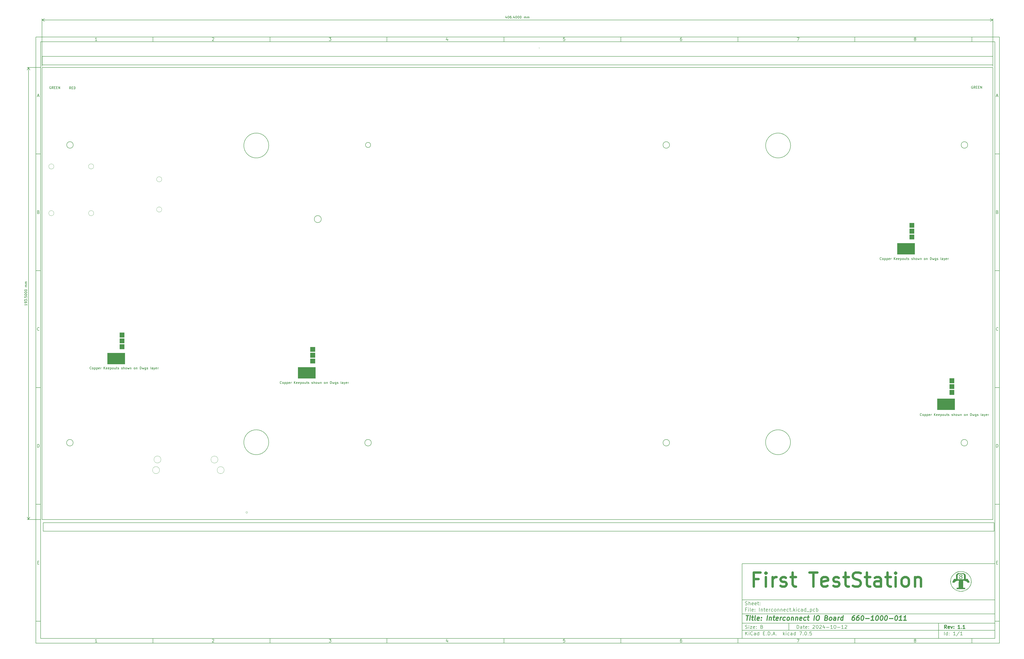
<source format=gbo>
G04 #@! TF.GenerationSoftware,KiCad,Pcbnew,7.0.5*
G04 #@! TF.CreationDate,2025-02-05T20:13:06-05:00*
G04 #@! TF.ProjectId,Interconnect,496e7465-7263-46f6-9e6e-6563742e6b69,1.1*
G04 #@! TF.SameCoordinates,Original*
G04 #@! TF.FileFunction,Legend,Bot*
G04 #@! TF.FilePolarity,Positive*
%FSLAX46Y46*%
G04 Gerber Fmt 4.6, Leading zero omitted, Abs format (unit mm)*
G04 Created by KiCad (PCBNEW 7.0.5) date 2025-02-05 20:13:06*
%MOMM*%
%LPD*%
G01*
G04 APERTURE LIST*
%ADD10C,0.100000*%
%ADD11C,0.150000*%
%ADD12C,0.300000*%
%ADD13C,0.400000*%
%ADD14C,0.120000*%
%ADD15R,1.650000X1.650000*%
%ADD16C,1.650000*%
%ADD17C,1.500000*%
%ADD18C,2.400000*%
%ADD19O,2.400000X2.400000*%
%ADD20R,2.400000X1.600000*%
%ADD21O,2.400000X1.600000*%
%ADD22C,1.600000*%
%ADD23O,1.600000X1.600000*%
%ADD24O,2.300000X1.600000*%
%ADD25R,1.700000X1.700000*%
%ADD26O,1.700000X1.700000*%
%ADD27R,1.500000X1.500000*%
%ADD28R,2.025000X2.025000*%
%ADD29C,2.025000*%
%ADD30R,1.600000X1.600000*%
%ADD31C,3.000000*%
%ADD32R,1.200000X1.200000*%
%ADD33C,1.200000*%
%ADD34C,4.200000*%
%ADD35C,3.250000*%
%ADD36R,2.500000X2.500000*%
%ADD37O,2.500000X2.500000*%
%ADD38C,4.000000*%
%ADD39O,1.800000X1.800000*%
%ADD40O,1.500000X1.500000*%
%ADD41C,1.905000*%
%ADD42C,1.700000*%
%ADD43C,3.500000*%
%ADD44O,3.900000X1.950000*%
%ADD45C,1.398000*%
%ADD46C,3.015000*%
%ADD47R,1.800000X1.800000*%
%ADD48C,1.800000*%
%ADD49R,2.600000X2.600000*%
%ADD50O,2.600000X2.600000*%
%ADD51C,1.900000*%
%ADD52C,2.850000*%
%ADD53C,2.550000*%
%ADD54O,2.700002X1.400000*%
%ADD55O,1.750000X2.750000*%
%ADD56R,1.950000X1.950000*%
%ADD57C,1.950000*%
%ADD58R,1.725000X1.725000*%
%ADD59C,1.725000*%
%ADD60O,1.950000X3.900000*%
%ADD61R,2.000000X2.000000*%
%ADD62C,2.000000*%
%ADD63C,1.000000*%
G04 #@! TA.AperFunction,Profile*
%ADD64C,0.100000*%
G04 #@! TD*
G04 #@! TA.AperFunction,Profile*
%ADD65C,0.160000*%
G04 #@! TD*
G04 APERTURE END LIST*
D10*
D11*
X311800000Y-235400000D02*
X419800000Y-235400000D01*
X419800000Y-267400000D01*
X311800000Y-267400000D01*
X311800000Y-235400000D01*
D10*
D11*
X10000000Y-10000000D02*
X421800000Y-10000000D01*
X421800000Y-269400000D01*
X10000000Y-269400000D01*
X10000000Y-10000000D01*
D10*
D11*
X12000000Y-12000000D02*
X419800000Y-12000000D01*
X419800000Y-267400000D01*
X12000000Y-267400000D01*
X12000000Y-12000000D01*
D10*
D11*
X60000000Y-12000000D02*
X60000000Y-10000000D01*
D10*
D11*
X110000000Y-12000000D02*
X110000000Y-10000000D01*
D10*
D11*
X160000000Y-12000000D02*
X160000000Y-10000000D01*
D10*
D11*
X210000000Y-12000000D02*
X210000000Y-10000000D01*
D10*
D11*
X260000000Y-12000000D02*
X260000000Y-10000000D01*
D10*
D11*
X310000000Y-12000000D02*
X310000000Y-10000000D01*
D10*
D11*
X360000000Y-12000000D02*
X360000000Y-10000000D01*
D10*
D11*
X410000000Y-12000000D02*
X410000000Y-10000000D01*
D10*
D11*
X36089160Y-11593604D02*
X35346303Y-11593604D01*
X35717731Y-11593604D02*
X35717731Y-10293604D01*
X35717731Y-10293604D02*
X35593922Y-10479319D01*
X35593922Y-10479319D02*
X35470112Y-10603128D01*
X35470112Y-10603128D02*
X35346303Y-10665033D01*
D10*
D11*
X85346303Y-10417414D02*
X85408207Y-10355509D01*
X85408207Y-10355509D02*
X85532017Y-10293604D01*
X85532017Y-10293604D02*
X85841541Y-10293604D01*
X85841541Y-10293604D02*
X85965350Y-10355509D01*
X85965350Y-10355509D02*
X86027255Y-10417414D01*
X86027255Y-10417414D02*
X86089160Y-10541223D01*
X86089160Y-10541223D02*
X86089160Y-10665033D01*
X86089160Y-10665033D02*
X86027255Y-10850747D01*
X86027255Y-10850747D02*
X85284398Y-11593604D01*
X85284398Y-11593604D02*
X86089160Y-11593604D01*
D10*
D11*
X135284398Y-10293604D02*
X136089160Y-10293604D01*
X136089160Y-10293604D02*
X135655826Y-10788842D01*
X135655826Y-10788842D02*
X135841541Y-10788842D01*
X135841541Y-10788842D02*
X135965350Y-10850747D01*
X135965350Y-10850747D02*
X136027255Y-10912652D01*
X136027255Y-10912652D02*
X136089160Y-11036461D01*
X136089160Y-11036461D02*
X136089160Y-11345985D01*
X136089160Y-11345985D02*
X136027255Y-11469795D01*
X136027255Y-11469795D02*
X135965350Y-11531700D01*
X135965350Y-11531700D02*
X135841541Y-11593604D01*
X135841541Y-11593604D02*
X135470112Y-11593604D01*
X135470112Y-11593604D02*
X135346303Y-11531700D01*
X135346303Y-11531700D02*
X135284398Y-11469795D01*
D10*
D11*
X185965350Y-10726938D02*
X185965350Y-11593604D01*
X185655826Y-10231700D02*
X185346303Y-11160271D01*
X185346303Y-11160271D02*
X186151064Y-11160271D01*
D10*
D11*
X236027255Y-10293604D02*
X235408207Y-10293604D01*
X235408207Y-10293604D02*
X235346303Y-10912652D01*
X235346303Y-10912652D02*
X235408207Y-10850747D01*
X235408207Y-10850747D02*
X235532017Y-10788842D01*
X235532017Y-10788842D02*
X235841541Y-10788842D01*
X235841541Y-10788842D02*
X235965350Y-10850747D01*
X235965350Y-10850747D02*
X236027255Y-10912652D01*
X236027255Y-10912652D02*
X236089160Y-11036461D01*
X236089160Y-11036461D02*
X236089160Y-11345985D01*
X236089160Y-11345985D02*
X236027255Y-11469795D01*
X236027255Y-11469795D02*
X235965350Y-11531700D01*
X235965350Y-11531700D02*
X235841541Y-11593604D01*
X235841541Y-11593604D02*
X235532017Y-11593604D01*
X235532017Y-11593604D02*
X235408207Y-11531700D01*
X235408207Y-11531700D02*
X235346303Y-11469795D01*
D10*
D11*
X285965350Y-10293604D02*
X285717731Y-10293604D01*
X285717731Y-10293604D02*
X285593922Y-10355509D01*
X285593922Y-10355509D02*
X285532017Y-10417414D01*
X285532017Y-10417414D02*
X285408207Y-10603128D01*
X285408207Y-10603128D02*
X285346303Y-10850747D01*
X285346303Y-10850747D02*
X285346303Y-11345985D01*
X285346303Y-11345985D02*
X285408207Y-11469795D01*
X285408207Y-11469795D02*
X285470112Y-11531700D01*
X285470112Y-11531700D02*
X285593922Y-11593604D01*
X285593922Y-11593604D02*
X285841541Y-11593604D01*
X285841541Y-11593604D02*
X285965350Y-11531700D01*
X285965350Y-11531700D02*
X286027255Y-11469795D01*
X286027255Y-11469795D02*
X286089160Y-11345985D01*
X286089160Y-11345985D02*
X286089160Y-11036461D01*
X286089160Y-11036461D02*
X286027255Y-10912652D01*
X286027255Y-10912652D02*
X285965350Y-10850747D01*
X285965350Y-10850747D02*
X285841541Y-10788842D01*
X285841541Y-10788842D02*
X285593922Y-10788842D01*
X285593922Y-10788842D02*
X285470112Y-10850747D01*
X285470112Y-10850747D02*
X285408207Y-10912652D01*
X285408207Y-10912652D02*
X285346303Y-11036461D01*
D10*
D11*
X335284398Y-10293604D02*
X336151064Y-10293604D01*
X336151064Y-10293604D02*
X335593922Y-11593604D01*
D10*
D11*
X385593922Y-10850747D02*
X385470112Y-10788842D01*
X385470112Y-10788842D02*
X385408207Y-10726938D01*
X385408207Y-10726938D02*
X385346303Y-10603128D01*
X385346303Y-10603128D02*
X385346303Y-10541223D01*
X385346303Y-10541223D02*
X385408207Y-10417414D01*
X385408207Y-10417414D02*
X385470112Y-10355509D01*
X385470112Y-10355509D02*
X385593922Y-10293604D01*
X385593922Y-10293604D02*
X385841541Y-10293604D01*
X385841541Y-10293604D02*
X385965350Y-10355509D01*
X385965350Y-10355509D02*
X386027255Y-10417414D01*
X386027255Y-10417414D02*
X386089160Y-10541223D01*
X386089160Y-10541223D02*
X386089160Y-10603128D01*
X386089160Y-10603128D02*
X386027255Y-10726938D01*
X386027255Y-10726938D02*
X385965350Y-10788842D01*
X385965350Y-10788842D02*
X385841541Y-10850747D01*
X385841541Y-10850747D02*
X385593922Y-10850747D01*
X385593922Y-10850747D02*
X385470112Y-10912652D01*
X385470112Y-10912652D02*
X385408207Y-10974557D01*
X385408207Y-10974557D02*
X385346303Y-11098366D01*
X385346303Y-11098366D02*
X385346303Y-11345985D01*
X385346303Y-11345985D02*
X385408207Y-11469795D01*
X385408207Y-11469795D02*
X385470112Y-11531700D01*
X385470112Y-11531700D02*
X385593922Y-11593604D01*
X385593922Y-11593604D02*
X385841541Y-11593604D01*
X385841541Y-11593604D02*
X385965350Y-11531700D01*
X385965350Y-11531700D02*
X386027255Y-11469795D01*
X386027255Y-11469795D02*
X386089160Y-11345985D01*
X386089160Y-11345985D02*
X386089160Y-11098366D01*
X386089160Y-11098366D02*
X386027255Y-10974557D01*
X386027255Y-10974557D02*
X385965350Y-10912652D01*
X385965350Y-10912652D02*
X385841541Y-10850747D01*
D10*
D11*
X60000000Y-267400000D02*
X60000000Y-269400000D01*
D10*
D11*
X110000000Y-267400000D02*
X110000000Y-269400000D01*
D10*
D11*
X160000000Y-267400000D02*
X160000000Y-269400000D01*
D10*
D11*
X210000000Y-267400000D02*
X210000000Y-269400000D01*
D10*
D11*
X260000000Y-267400000D02*
X260000000Y-269400000D01*
D10*
D11*
X310000000Y-267400000D02*
X310000000Y-269400000D01*
D10*
D11*
X360000000Y-267400000D02*
X360000000Y-269400000D01*
D10*
D11*
X410000000Y-267400000D02*
X410000000Y-269400000D01*
D10*
D11*
X36089160Y-268993604D02*
X35346303Y-268993604D01*
X35717731Y-268993604D02*
X35717731Y-267693604D01*
X35717731Y-267693604D02*
X35593922Y-267879319D01*
X35593922Y-267879319D02*
X35470112Y-268003128D01*
X35470112Y-268003128D02*
X35346303Y-268065033D01*
D10*
D11*
X85346303Y-267817414D02*
X85408207Y-267755509D01*
X85408207Y-267755509D02*
X85532017Y-267693604D01*
X85532017Y-267693604D02*
X85841541Y-267693604D01*
X85841541Y-267693604D02*
X85965350Y-267755509D01*
X85965350Y-267755509D02*
X86027255Y-267817414D01*
X86027255Y-267817414D02*
X86089160Y-267941223D01*
X86089160Y-267941223D02*
X86089160Y-268065033D01*
X86089160Y-268065033D02*
X86027255Y-268250747D01*
X86027255Y-268250747D02*
X85284398Y-268993604D01*
X85284398Y-268993604D02*
X86089160Y-268993604D01*
D10*
D11*
X135284398Y-267693604D02*
X136089160Y-267693604D01*
X136089160Y-267693604D02*
X135655826Y-268188842D01*
X135655826Y-268188842D02*
X135841541Y-268188842D01*
X135841541Y-268188842D02*
X135965350Y-268250747D01*
X135965350Y-268250747D02*
X136027255Y-268312652D01*
X136027255Y-268312652D02*
X136089160Y-268436461D01*
X136089160Y-268436461D02*
X136089160Y-268745985D01*
X136089160Y-268745985D02*
X136027255Y-268869795D01*
X136027255Y-268869795D02*
X135965350Y-268931700D01*
X135965350Y-268931700D02*
X135841541Y-268993604D01*
X135841541Y-268993604D02*
X135470112Y-268993604D01*
X135470112Y-268993604D02*
X135346303Y-268931700D01*
X135346303Y-268931700D02*
X135284398Y-268869795D01*
D10*
D11*
X185965350Y-268126938D02*
X185965350Y-268993604D01*
X185655826Y-267631700D02*
X185346303Y-268560271D01*
X185346303Y-268560271D02*
X186151064Y-268560271D01*
D10*
D11*
X236027255Y-267693604D02*
X235408207Y-267693604D01*
X235408207Y-267693604D02*
X235346303Y-268312652D01*
X235346303Y-268312652D02*
X235408207Y-268250747D01*
X235408207Y-268250747D02*
X235532017Y-268188842D01*
X235532017Y-268188842D02*
X235841541Y-268188842D01*
X235841541Y-268188842D02*
X235965350Y-268250747D01*
X235965350Y-268250747D02*
X236027255Y-268312652D01*
X236027255Y-268312652D02*
X236089160Y-268436461D01*
X236089160Y-268436461D02*
X236089160Y-268745985D01*
X236089160Y-268745985D02*
X236027255Y-268869795D01*
X236027255Y-268869795D02*
X235965350Y-268931700D01*
X235965350Y-268931700D02*
X235841541Y-268993604D01*
X235841541Y-268993604D02*
X235532017Y-268993604D01*
X235532017Y-268993604D02*
X235408207Y-268931700D01*
X235408207Y-268931700D02*
X235346303Y-268869795D01*
D10*
D11*
X285965350Y-267693604D02*
X285717731Y-267693604D01*
X285717731Y-267693604D02*
X285593922Y-267755509D01*
X285593922Y-267755509D02*
X285532017Y-267817414D01*
X285532017Y-267817414D02*
X285408207Y-268003128D01*
X285408207Y-268003128D02*
X285346303Y-268250747D01*
X285346303Y-268250747D02*
X285346303Y-268745985D01*
X285346303Y-268745985D02*
X285408207Y-268869795D01*
X285408207Y-268869795D02*
X285470112Y-268931700D01*
X285470112Y-268931700D02*
X285593922Y-268993604D01*
X285593922Y-268993604D02*
X285841541Y-268993604D01*
X285841541Y-268993604D02*
X285965350Y-268931700D01*
X285965350Y-268931700D02*
X286027255Y-268869795D01*
X286027255Y-268869795D02*
X286089160Y-268745985D01*
X286089160Y-268745985D02*
X286089160Y-268436461D01*
X286089160Y-268436461D02*
X286027255Y-268312652D01*
X286027255Y-268312652D02*
X285965350Y-268250747D01*
X285965350Y-268250747D02*
X285841541Y-268188842D01*
X285841541Y-268188842D02*
X285593922Y-268188842D01*
X285593922Y-268188842D02*
X285470112Y-268250747D01*
X285470112Y-268250747D02*
X285408207Y-268312652D01*
X285408207Y-268312652D02*
X285346303Y-268436461D01*
D10*
D11*
X335284398Y-267693604D02*
X336151064Y-267693604D01*
X336151064Y-267693604D02*
X335593922Y-268993604D01*
D10*
D11*
X385593922Y-268250747D02*
X385470112Y-268188842D01*
X385470112Y-268188842D02*
X385408207Y-268126938D01*
X385408207Y-268126938D02*
X385346303Y-268003128D01*
X385346303Y-268003128D02*
X385346303Y-267941223D01*
X385346303Y-267941223D02*
X385408207Y-267817414D01*
X385408207Y-267817414D02*
X385470112Y-267755509D01*
X385470112Y-267755509D02*
X385593922Y-267693604D01*
X385593922Y-267693604D02*
X385841541Y-267693604D01*
X385841541Y-267693604D02*
X385965350Y-267755509D01*
X385965350Y-267755509D02*
X386027255Y-267817414D01*
X386027255Y-267817414D02*
X386089160Y-267941223D01*
X386089160Y-267941223D02*
X386089160Y-268003128D01*
X386089160Y-268003128D02*
X386027255Y-268126938D01*
X386027255Y-268126938D02*
X385965350Y-268188842D01*
X385965350Y-268188842D02*
X385841541Y-268250747D01*
X385841541Y-268250747D02*
X385593922Y-268250747D01*
X385593922Y-268250747D02*
X385470112Y-268312652D01*
X385470112Y-268312652D02*
X385408207Y-268374557D01*
X385408207Y-268374557D02*
X385346303Y-268498366D01*
X385346303Y-268498366D02*
X385346303Y-268745985D01*
X385346303Y-268745985D02*
X385408207Y-268869795D01*
X385408207Y-268869795D02*
X385470112Y-268931700D01*
X385470112Y-268931700D02*
X385593922Y-268993604D01*
X385593922Y-268993604D02*
X385841541Y-268993604D01*
X385841541Y-268993604D02*
X385965350Y-268931700D01*
X385965350Y-268931700D02*
X386027255Y-268869795D01*
X386027255Y-268869795D02*
X386089160Y-268745985D01*
X386089160Y-268745985D02*
X386089160Y-268498366D01*
X386089160Y-268498366D02*
X386027255Y-268374557D01*
X386027255Y-268374557D02*
X385965350Y-268312652D01*
X385965350Y-268312652D02*
X385841541Y-268250747D01*
D10*
D11*
X10000000Y-60000000D02*
X12000000Y-60000000D01*
D10*
D11*
X10000000Y-110000000D02*
X12000000Y-110000000D01*
D10*
D11*
X10000000Y-160000000D02*
X12000000Y-160000000D01*
D10*
D11*
X10000000Y-210000000D02*
X12000000Y-210000000D01*
D10*
D11*
X10000000Y-260000000D02*
X12000000Y-260000000D01*
D10*
D11*
X10690476Y-35222176D02*
X11309523Y-35222176D01*
X10566666Y-35593604D02*
X10999999Y-34293604D01*
X10999999Y-34293604D02*
X11433333Y-35593604D01*
D10*
D11*
X11092857Y-84912652D02*
X11278571Y-84974557D01*
X11278571Y-84974557D02*
X11340476Y-85036461D01*
X11340476Y-85036461D02*
X11402380Y-85160271D01*
X11402380Y-85160271D02*
X11402380Y-85345985D01*
X11402380Y-85345985D02*
X11340476Y-85469795D01*
X11340476Y-85469795D02*
X11278571Y-85531700D01*
X11278571Y-85531700D02*
X11154761Y-85593604D01*
X11154761Y-85593604D02*
X10659523Y-85593604D01*
X10659523Y-85593604D02*
X10659523Y-84293604D01*
X10659523Y-84293604D02*
X11092857Y-84293604D01*
X11092857Y-84293604D02*
X11216666Y-84355509D01*
X11216666Y-84355509D02*
X11278571Y-84417414D01*
X11278571Y-84417414D02*
X11340476Y-84541223D01*
X11340476Y-84541223D02*
X11340476Y-84665033D01*
X11340476Y-84665033D02*
X11278571Y-84788842D01*
X11278571Y-84788842D02*
X11216666Y-84850747D01*
X11216666Y-84850747D02*
X11092857Y-84912652D01*
X11092857Y-84912652D02*
X10659523Y-84912652D01*
D10*
D11*
X11402380Y-135469795D02*
X11340476Y-135531700D01*
X11340476Y-135531700D02*
X11154761Y-135593604D01*
X11154761Y-135593604D02*
X11030952Y-135593604D01*
X11030952Y-135593604D02*
X10845238Y-135531700D01*
X10845238Y-135531700D02*
X10721428Y-135407890D01*
X10721428Y-135407890D02*
X10659523Y-135284080D01*
X10659523Y-135284080D02*
X10597619Y-135036461D01*
X10597619Y-135036461D02*
X10597619Y-134850747D01*
X10597619Y-134850747D02*
X10659523Y-134603128D01*
X10659523Y-134603128D02*
X10721428Y-134479319D01*
X10721428Y-134479319D02*
X10845238Y-134355509D01*
X10845238Y-134355509D02*
X11030952Y-134293604D01*
X11030952Y-134293604D02*
X11154761Y-134293604D01*
X11154761Y-134293604D02*
X11340476Y-134355509D01*
X11340476Y-134355509D02*
X11402380Y-134417414D01*
D10*
D11*
X10659523Y-185593604D02*
X10659523Y-184293604D01*
X10659523Y-184293604D02*
X10969047Y-184293604D01*
X10969047Y-184293604D02*
X11154761Y-184355509D01*
X11154761Y-184355509D02*
X11278571Y-184479319D01*
X11278571Y-184479319D02*
X11340476Y-184603128D01*
X11340476Y-184603128D02*
X11402380Y-184850747D01*
X11402380Y-184850747D02*
X11402380Y-185036461D01*
X11402380Y-185036461D02*
X11340476Y-185284080D01*
X11340476Y-185284080D02*
X11278571Y-185407890D01*
X11278571Y-185407890D02*
X11154761Y-185531700D01*
X11154761Y-185531700D02*
X10969047Y-185593604D01*
X10969047Y-185593604D02*
X10659523Y-185593604D01*
D10*
D11*
X10721428Y-234912652D02*
X11154762Y-234912652D01*
X11340476Y-235593604D02*
X10721428Y-235593604D01*
X10721428Y-235593604D02*
X10721428Y-234293604D01*
X10721428Y-234293604D02*
X11340476Y-234293604D01*
D10*
D11*
X421800000Y-60000000D02*
X419800000Y-60000000D01*
D10*
D11*
X421800000Y-110000000D02*
X419800000Y-110000000D01*
D10*
D11*
X421800000Y-160000000D02*
X419800000Y-160000000D01*
D10*
D11*
X421800000Y-210000000D02*
X419800000Y-210000000D01*
D10*
D11*
X421800000Y-260000000D02*
X419800000Y-260000000D01*
D10*
D11*
X420490476Y-35222176D02*
X421109523Y-35222176D01*
X420366666Y-35593604D02*
X420799999Y-34293604D01*
X420799999Y-34293604D02*
X421233333Y-35593604D01*
D10*
D11*
X420892857Y-84912652D02*
X421078571Y-84974557D01*
X421078571Y-84974557D02*
X421140476Y-85036461D01*
X421140476Y-85036461D02*
X421202380Y-85160271D01*
X421202380Y-85160271D02*
X421202380Y-85345985D01*
X421202380Y-85345985D02*
X421140476Y-85469795D01*
X421140476Y-85469795D02*
X421078571Y-85531700D01*
X421078571Y-85531700D02*
X420954761Y-85593604D01*
X420954761Y-85593604D02*
X420459523Y-85593604D01*
X420459523Y-85593604D02*
X420459523Y-84293604D01*
X420459523Y-84293604D02*
X420892857Y-84293604D01*
X420892857Y-84293604D02*
X421016666Y-84355509D01*
X421016666Y-84355509D02*
X421078571Y-84417414D01*
X421078571Y-84417414D02*
X421140476Y-84541223D01*
X421140476Y-84541223D02*
X421140476Y-84665033D01*
X421140476Y-84665033D02*
X421078571Y-84788842D01*
X421078571Y-84788842D02*
X421016666Y-84850747D01*
X421016666Y-84850747D02*
X420892857Y-84912652D01*
X420892857Y-84912652D02*
X420459523Y-84912652D01*
D10*
D11*
X421202380Y-135469795D02*
X421140476Y-135531700D01*
X421140476Y-135531700D02*
X420954761Y-135593604D01*
X420954761Y-135593604D02*
X420830952Y-135593604D01*
X420830952Y-135593604D02*
X420645238Y-135531700D01*
X420645238Y-135531700D02*
X420521428Y-135407890D01*
X420521428Y-135407890D02*
X420459523Y-135284080D01*
X420459523Y-135284080D02*
X420397619Y-135036461D01*
X420397619Y-135036461D02*
X420397619Y-134850747D01*
X420397619Y-134850747D02*
X420459523Y-134603128D01*
X420459523Y-134603128D02*
X420521428Y-134479319D01*
X420521428Y-134479319D02*
X420645238Y-134355509D01*
X420645238Y-134355509D02*
X420830952Y-134293604D01*
X420830952Y-134293604D02*
X420954761Y-134293604D01*
X420954761Y-134293604D02*
X421140476Y-134355509D01*
X421140476Y-134355509D02*
X421202380Y-134417414D01*
D10*
D11*
X420459523Y-185593604D02*
X420459523Y-184293604D01*
X420459523Y-184293604D02*
X420769047Y-184293604D01*
X420769047Y-184293604D02*
X420954761Y-184355509D01*
X420954761Y-184355509D02*
X421078571Y-184479319D01*
X421078571Y-184479319D02*
X421140476Y-184603128D01*
X421140476Y-184603128D02*
X421202380Y-184850747D01*
X421202380Y-184850747D02*
X421202380Y-185036461D01*
X421202380Y-185036461D02*
X421140476Y-185284080D01*
X421140476Y-185284080D02*
X421078571Y-185407890D01*
X421078571Y-185407890D02*
X420954761Y-185531700D01*
X420954761Y-185531700D02*
X420769047Y-185593604D01*
X420769047Y-185593604D02*
X420459523Y-185593604D01*
D10*
D11*
X420521428Y-234912652D02*
X420954762Y-234912652D01*
X421140476Y-235593604D02*
X420521428Y-235593604D01*
X420521428Y-235593604D02*
X420521428Y-234293604D01*
X420521428Y-234293604D02*
X421140476Y-234293604D01*
D10*
D11*
X335255826Y-263186128D02*
X335255826Y-261686128D01*
X335255826Y-261686128D02*
X335612969Y-261686128D01*
X335612969Y-261686128D02*
X335827255Y-261757557D01*
X335827255Y-261757557D02*
X335970112Y-261900414D01*
X335970112Y-261900414D02*
X336041541Y-262043271D01*
X336041541Y-262043271D02*
X336112969Y-262328985D01*
X336112969Y-262328985D02*
X336112969Y-262543271D01*
X336112969Y-262543271D02*
X336041541Y-262828985D01*
X336041541Y-262828985D02*
X335970112Y-262971842D01*
X335970112Y-262971842D02*
X335827255Y-263114700D01*
X335827255Y-263114700D02*
X335612969Y-263186128D01*
X335612969Y-263186128D02*
X335255826Y-263186128D01*
X337398684Y-263186128D02*
X337398684Y-262400414D01*
X337398684Y-262400414D02*
X337327255Y-262257557D01*
X337327255Y-262257557D02*
X337184398Y-262186128D01*
X337184398Y-262186128D02*
X336898684Y-262186128D01*
X336898684Y-262186128D02*
X336755826Y-262257557D01*
X337398684Y-263114700D02*
X337255826Y-263186128D01*
X337255826Y-263186128D02*
X336898684Y-263186128D01*
X336898684Y-263186128D02*
X336755826Y-263114700D01*
X336755826Y-263114700D02*
X336684398Y-262971842D01*
X336684398Y-262971842D02*
X336684398Y-262828985D01*
X336684398Y-262828985D02*
X336755826Y-262686128D01*
X336755826Y-262686128D02*
X336898684Y-262614700D01*
X336898684Y-262614700D02*
X337255826Y-262614700D01*
X337255826Y-262614700D02*
X337398684Y-262543271D01*
X337898684Y-262186128D02*
X338470112Y-262186128D01*
X338112969Y-261686128D02*
X338112969Y-262971842D01*
X338112969Y-262971842D02*
X338184398Y-263114700D01*
X338184398Y-263114700D02*
X338327255Y-263186128D01*
X338327255Y-263186128D02*
X338470112Y-263186128D01*
X339541541Y-263114700D02*
X339398684Y-263186128D01*
X339398684Y-263186128D02*
X339112970Y-263186128D01*
X339112970Y-263186128D02*
X338970112Y-263114700D01*
X338970112Y-263114700D02*
X338898684Y-262971842D01*
X338898684Y-262971842D02*
X338898684Y-262400414D01*
X338898684Y-262400414D02*
X338970112Y-262257557D01*
X338970112Y-262257557D02*
X339112970Y-262186128D01*
X339112970Y-262186128D02*
X339398684Y-262186128D01*
X339398684Y-262186128D02*
X339541541Y-262257557D01*
X339541541Y-262257557D02*
X339612970Y-262400414D01*
X339612970Y-262400414D02*
X339612970Y-262543271D01*
X339612970Y-262543271D02*
X338898684Y-262686128D01*
X340255826Y-263043271D02*
X340327255Y-263114700D01*
X340327255Y-263114700D02*
X340255826Y-263186128D01*
X340255826Y-263186128D02*
X340184398Y-263114700D01*
X340184398Y-263114700D02*
X340255826Y-263043271D01*
X340255826Y-263043271D02*
X340255826Y-263186128D01*
X340255826Y-262257557D02*
X340327255Y-262328985D01*
X340327255Y-262328985D02*
X340255826Y-262400414D01*
X340255826Y-262400414D02*
X340184398Y-262328985D01*
X340184398Y-262328985D02*
X340255826Y-262257557D01*
X340255826Y-262257557D02*
X340255826Y-262400414D01*
X342041541Y-261828985D02*
X342112969Y-261757557D01*
X342112969Y-261757557D02*
X342255827Y-261686128D01*
X342255827Y-261686128D02*
X342612969Y-261686128D01*
X342612969Y-261686128D02*
X342755827Y-261757557D01*
X342755827Y-261757557D02*
X342827255Y-261828985D01*
X342827255Y-261828985D02*
X342898684Y-261971842D01*
X342898684Y-261971842D02*
X342898684Y-262114700D01*
X342898684Y-262114700D02*
X342827255Y-262328985D01*
X342827255Y-262328985D02*
X341970112Y-263186128D01*
X341970112Y-263186128D02*
X342898684Y-263186128D01*
X343827255Y-261686128D02*
X343970112Y-261686128D01*
X343970112Y-261686128D02*
X344112969Y-261757557D01*
X344112969Y-261757557D02*
X344184398Y-261828985D01*
X344184398Y-261828985D02*
X344255826Y-261971842D01*
X344255826Y-261971842D02*
X344327255Y-262257557D01*
X344327255Y-262257557D02*
X344327255Y-262614700D01*
X344327255Y-262614700D02*
X344255826Y-262900414D01*
X344255826Y-262900414D02*
X344184398Y-263043271D01*
X344184398Y-263043271D02*
X344112969Y-263114700D01*
X344112969Y-263114700D02*
X343970112Y-263186128D01*
X343970112Y-263186128D02*
X343827255Y-263186128D01*
X343827255Y-263186128D02*
X343684398Y-263114700D01*
X343684398Y-263114700D02*
X343612969Y-263043271D01*
X343612969Y-263043271D02*
X343541540Y-262900414D01*
X343541540Y-262900414D02*
X343470112Y-262614700D01*
X343470112Y-262614700D02*
X343470112Y-262257557D01*
X343470112Y-262257557D02*
X343541540Y-261971842D01*
X343541540Y-261971842D02*
X343612969Y-261828985D01*
X343612969Y-261828985D02*
X343684398Y-261757557D01*
X343684398Y-261757557D02*
X343827255Y-261686128D01*
X344898683Y-261828985D02*
X344970111Y-261757557D01*
X344970111Y-261757557D02*
X345112969Y-261686128D01*
X345112969Y-261686128D02*
X345470111Y-261686128D01*
X345470111Y-261686128D02*
X345612969Y-261757557D01*
X345612969Y-261757557D02*
X345684397Y-261828985D01*
X345684397Y-261828985D02*
X345755826Y-261971842D01*
X345755826Y-261971842D02*
X345755826Y-262114700D01*
X345755826Y-262114700D02*
X345684397Y-262328985D01*
X345684397Y-262328985D02*
X344827254Y-263186128D01*
X344827254Y-263186128D02*
X345755826Y-263186128D01*
X347041540Y-262186128D02*
X347041540Y-263186128D01*
X346684397Y-261614700D02*
X346327254Y-262686128D01*
X346327254Y-262686128D02*
X347255825Y-262686128D01*
X347827253Y-262614700D02*
X348970111Y-262614700D01*
X350470111Y-263186128D02*
X349612968Y-263186128D01*
X350041539Y-263186128D02*
X350041539Y-261686128D01*
X350041539Y-261686128D02*
X349898682Y-261900414D01*
X349898682Y-261900414D02*
X349755825Y-262043271D01*
X349755825Y-262043271D02*
X349612968Y-262114700D01*
X351398682Y-261686128D02*
X351541539Y-261686128D01*
X351541539Y-261686128D02*
X351684396Y-261757557D01*
X351684396Y-261757557D02*
X351755825Y-261828985D01*
X351755825Y-261828985D02*
X351827253Y-261971842D01*
X351827253Y-261971842D02*
X351898682Y-262257557D01*
X351898682Y-262257557D02*
X351898682Y-262614700D01*
X351898682Y-262614700D02*
X351827253Y-262900414D01*
X351827253Y-262900414D02*
X351755825Y-263043271D01*
X351755825Y-263043271D02*
X351684396Y-263114700D01*
X351684396Y-263114700D02*
X351541539Y-263186128D01*
X351541539Y-263186128D02*
X351398682Y-263186128D01*
X351398682Y-263186128D02*
X351255825Y-263114700D01*
X351255825Y-263114700D02*
X351184396Y-263043271D01*
X351184396Y-263043271D02*
X351112967Y-262900414D01*
X351112967Y-262900414D02*
X351041539Y-262614700D01*
X351041539Y-262614700D02*
X351041539Y-262257557D01*
X351041539Y-262257557D02*
X351112967Y-261971842D01*
X351112967Y-261971842D02*
X351184396Y-261828985D01*
X351184396Y-261828985D02*
X351255825Y-261757557D01*
X351255825Y-261757557D02*
X351398682Y-261686128D01*
X352541538Y-262614700D02*
X353684396Y-262614700D01*
X355184396Y-263186128D02*
X354327253Y-263186128D01*
X354755824Y-263186128D02*
X354755824Y-261686128D01*
X354755824Y-261686128D02*
X354612967Y-261900414D01*
X354612967Y-261900414D02*
X354470110Y-262043271D01*
X354470110Y-262043271D02*
X354327253Y-262114700D01*
X355755824Y-261828985D02*
X355827252Y-261757557D01*
X355827252Y-261757557D02*
X355970110Y-261686128D01*
X355970110Y-261686128D02*
X356327252Y-261686128D01*
X356327252Y-261686128D02*
X356470110Y-261757557D01*
X356470110Y-261757557D02*
X356541538Y-261828985D01*
X356541538Y-261828985D02*
X356612967Y-261971842D01*
X356612967Y-261971842D02*
X356612967Y-262114700D01*
X356612967Y-262114700D02*
X356541538Y-262328985D01*
X356541538Y-262328985D02*
X355684395Y-263186128D01*
X355684395Y-263186128D02*
X356612967Y-263186128D01*
D10*
D11*
X311800000Y-263900000D02*
X419800000Y-263900000D01*
D10*
D11*
X313255826Y-265986128D02*
X313255826Y-264486128D01*
X314112969Y-265986128D02*
X313470112Y-265128985D01*
X314112969Y-264486128D02*
X313255826Y-265343271D01*
X314755826Y-265986128D02*
X314755826Y-264986128D01*
X314755826Y-264486128D02*
X314684398Y-264557557D01*
X314684398Y-264557557D02*
X314755826Y-264628985D01*
X314755826Y-264628985D02*
X314827255Y-264557557D01*
X314827255Y-264557557D02*
X314755826Y-264486128D01*
X314755826Y-264486128D02*
X314755826Y-264628985D01*
X316327255Y-265843271D02*
X316255827Y-265914700D01*
X316255827Y-265914700D02*
X316041541Y-265986128D01*
X316041541Y-265986128D02*
X315898684Y-265986128D01*
X315898684Y-265986128D02*
X315684398Y-265914700D01*
X315684398Y-265914700D02*
X315541541Y-265771842D01*
X315541541Y-265771842D02*
X315470112Y-265628985D01*
X315470112Y-265628985D02*
X315398684Y-265343271D01*
X315398684Y-265343271D02*
X315398684Y-265128985D01*
X315398684Y-265128985D02*
X315470112Y-264843271D01*
X315470112Y-264843271D02*
X315541541Y-264700414D01*
X315541541Y-264700414D02*
X315684398Y-264557557D01*
X315684398Y-264557557D02*
X315898684Y-264486128D01*
X315898684Y-264486128D02*
X316041541Y-264486128D01*
X316041541Y-264486128D02*
X316255827Y-264557557D01*
X316255827Y-264557557D02*
X316327255Y-264628985D01*
X317612970Y-265986128D02*
X317612970Y-265200414D01*
X317612970Y-265200414D02*
X317541541Y-265057557D01*
X317541541Y-265057557D02*
X317398684Y-264986128D01*
X317398684Y-264986128D02*
X317112970Y-264986128D01*
X317112970Y-264986128D02*
X316970112Y-265057557D01*
X317612970Y-265914700D02*
X317470112Y-265986128D01*
X317470112Y-265986128D02*
X317112970Y-265986128D01*
X317112970Y-265986128D02*
X316970112Y-265914700D01*
X316970112Y-265914700D02*
X316898684Y-265771842D01*
X316898684Y-265771842D02*
X316898684Y-265628985D01*
X316898684Y-265628985D02*
X316970112Y-265486128D01*
X316970112Y-265486128D02*
X317112970Y-265414700D01*
X317112970Y-265414700D02*
X317470112Y-265414700D01*
X317470112Y-265414700D02*
X317612970Y-265343271D01*
X318970113Y-265986128D02*
X318970113Y-264486128D01*
X318970113Y-265914700D02*
X318827255Y-265986128D01*
X318827255Y-265986128D02*
X318541541Y-265986128D01*
X318541541Y-265986128D02*
X318398684Y-265914700D01*
X318398684Y-265914700D02*
X318327255Y-265843271D01*
X318327255Y-265843271D02*
X318255827Y-265700414D01*
X318255827Y-265700414D02*
X318255827Y-265271842D01*
X318255827Y-265271842D02*
X318327255Y-265128985D01*
X318327255Y-265128985D02*
X318398684Y-265057557D01*
X318398684Y-265057557D02*
X318541541Y-264986128D01*
X318541541Y-264986128D02*
X318827255Y-264986128D01*
X318827255Y-264986128D02*
X318970113Y-265057557D01*
X320827255Y-265200414D02*
X321327255Y-265200414D01*
X321541541Y-265986128D02*
X320827255Y-265986128D01*
X320827255Y-265986128D02*
X320827255Y-264486128D01*
X320827255Y-264486128D02*
X321541541Y-264486128D01*
X322184398Y-265843271D02*
X322255827Y-265914700D01*
X322255827Y-265914700D02*
X322184398Y-265986128D01*
X322184398Y-265986128D02*
X322112970Y-265914700D01*
X322112970Y-265914700D02*
X322184398Y-265843271D01*
X322184398Y-265843271D02*
X322184398Y-265986128D01*
X322898684Y-265986128D02*
X322898684Y-264486128D01*
X322898684Y-264486128D02*
X323255827Y-264486128D01*
X323255827Y-264486128D02*
X323470113Y-264557557D01*
X323470113Y-264557557D02*
X323612970Y-264700414D01*
X323612970Y-264700414D02*
X323684399Y-264843271D01*
X323684399Y-264843271D02*
X323755827Y-265128985D01*
X323755827Y-265128985D02*
X323755827Y-265343271D01*
X323755827Y-265343271D02*
X323684399Y-265628985D01*
X323684399Y-265628985D02*
X323612970Y-265771842D01*
X323612970Y-265771842D02*
X323470113Y-265914700D01*
X323470113Y-265914700D02*
X323255827Y-265986128D01*
X323255827Y-265986128D02*
X322898684Y-265986128D01*
X324398684Y-265843271D02*
X324470113Y-265914700D01*
X324470113Y-265914700D02*
X324398684Y-265986128D01*
X324398684Y-265986128D02*
X324327256Y-265914700D01*
X324327256Y-265914700D02*
X324398684Y-265843271D01*
X324398684Y-265843271D02*
X324398684Y-265986128D01*
X325041542Y-265557557D02*
X325755828Y-265557557D01*
X324898685Y-265986128D02*
X325398685Y-264486128D01*
X325398685Y-264486128D02*
X325898685Y-265986128D01*
X326398684Y-265843271D02*
X326470113Y-265914700D01*
X326470113Y-265914700D02*
X326398684Y-265986128D01*
X326398684Y-265986128D02*
X326327256Y-265914700D01*
X326327256Y-265914700D02*
X326398684Y-265843271D01*
X326398684Y-265843271D02*
X326398684Y-265986128D01*
X329398684Y-265986128D02*
X329398684Y-264486128D01*
X329541542Y-265414700D02*
X329970113Y-265986128D01*
X329970113Y-264986128D02*
X329398684Y-265557557D01*
X330612970Y-265986128D02*
X330612970Y-264986128D01*
X330612970Y-264486128D02*
X330541542Y-264557557D01*
X330541542Y-264557557D02*
X330612970Y-264628985D01*
X330612970Y-264628985D02*
X330684399Y-264557557D01*
X330684399Y-264557557D02*
X330612970Y-264486128D01*
X330612970Y-264486128D02*
X330612970Y-264628985D01*
X331970114Y-265914700D02*
X331827256Y-265986128D01*
X331827256Y-265986128D02*
X331541542Y-265986128D01*
X331541542Y-265986128D02*
X331398685Y-265914700D01*
X331398685Y-265914700D02*
X331327256Y-265843271D01*
X331327256Y-265843271D02*
X331255828Y-265700414D01*
X331255828Y-265700414D02*
X331255828Y-265271842D01*
X331255828Y-265271842D02*
X331327256Y-265128985D01*
X331327256Y-265128985D02*
X331398685Y-265057557D01*
X331398685Y-265057557D02*
X331541542Y-264986128D01*
X331541542Y-264986128D02*
X331827256Y-264986128D01*
X331827256Y-264986128D02*
X331970114Y-265057557D01*
X333255828Y-265986128D02*
X333255828Y-265200414D01*
X333255828Y-265200414D02*
X333184399Y-265057557D01*
X333184399Y-265057557D02*
X333041542Y-264986128D01*
X333041542Y-264986128D02*
X332755828Y-264986128D01*
X332755828Y-264986128D02*
X332612970Y-265057557D01*
X333255828Y-265914700D02*
X333112970Y-265986128D01*
X333112970Y-265986128D02*
X332755828Y-265986128D01*
X332755828Y-265986128D02*
X332612970Y-265914700D01*
X332612970Y-265914700D02*
X332541542Y-265771842D01*
X332541542Y-265771842D02*
X332541542Y-265628985D01*
X332541542Y-265628985D02*
X332612970Y-265486128D01*
X332612970Y-265486128D02*
X332755828Y-265414700D01*
X332755828Y-265414700D02*
X333112970Y-265414700D01*
X333112970Y-265414700D02*
X333255828Y-265343271D01*
X334612971Y-265986128D02*
X334612971Y-264486128D01*
X334612971Y-265914700D02*
X334470113Y-265986128D01*
X334470113Y-265986128D02*
X334184399Y-265986128D01*
X334184399Y-265986128D02*
X334041542Y-265914700D01*
X334041542Y-265914700D02*
X333970113Y-265843271D01*
X333970113Y-265843271D02*
X333898685Y-265700414D01*
X333898685Y-265700414D02*
X333898685Y-265271842D01*
X333898685Y-265271842D02*
X333970113Y-265128985D01*
X333970113Y-265128985D02*
X334041542Y-265057557D01*
X334041542Y-265057557D02*
X334184399Y-264986128D01*
X334184399Y-264986128D02*
X334470113Y-264986128D01*
X334470113Y-264986128D02*
X334612971Y-265057557D01*
X336327256Y-264486128D02*
X337327256Y-264486128D01*
X337327256Y-264486128D02*
X336684399Y-265986128D01*
X337898684Y-265843271D02*
X337970113Y-265914700D01*
X337970113Y-265914700D02*
X337898684Y-265986128D01*
X337898684Y-265986128D02*
X337827256Y-265914700D01*
X337827256Y-265914700D02*
X337898684Y-265843271D01*
X337898684Y-265843271D02*
X337898684Y-265986128D01*
X338898685Y-264486128D02*
X339041542Y-264486128D01*
X339041542Y-264486128D02*
X339184399Y-264557557D01*
X339184399Y-264557557D02*
X339255828Y-264628985D01*
X339255828Y-264628985D02*
X339327256Y-264771842D01*
X339327256Y-264771842D02*
X339398685Y-265057557D01*
X339398685Y-265057557D02*
X339398685Y-265414700D01*
X339398685Y-265414700D02*
X339327256Y-265700414D01*
X339327256Y-265700414D02*
X339255828Y-265843271D01*
X339255828Y-265843271D02*
X339184399Y-265914700D01*
X339184399Y-265914700D02*
X339041542Y-265986128D01*
X339041542Y-265986128D02*
X338898685Y-265986128D01*
X338898685Y-265986128D02*
X338755828Y-265914700D01*
X338755828Y-265914700D02*
X338684399Y-265843271D01*
X338684399Y-265843271D02*
X338612970Y-265700414D01*
X338612970Y-265700414D02*
X338541542Y-265414700D01*
X338541542Y-265414700D02*
X338541542Y-265057557D01*
X338541542Y-265057557D02*
X338612970Y-264771842D01*
X338612970Y-264771842D02*
X338684399Y-264628985D01*
X338684399Y-264628985D02*
X338755828Y-264557557D01*
X338755828Y-264557557D02*
X338898685Y-264486128D01*
X340041541Y-265843271D02*
X340112970Y-265914700D01*
X340112970Y-265914700D02*
X340041541Y-265986128D01*
X340041541Y-265986128D02*
X339970113Y-265914700D01*
X339970113Y-265914700D02*
X340041541Y-265843271D01*
X340041541Y-265843271D02*
X340041541Y-265986128D01*
X341470113Y-264486128D02*
X340755827Y-264486128D01*
X340755827Y-264486128D02*
X340684399Y-265200414D01*
X340684399Y-265200414D02*
X340755827Y-265128985D01*
X340755827Y-265128985D02*
X340898685Y-265057557D01*
X340898685Y-265057557D02*
X341255827Y-265057557D01*
X341255827Y-265057557D02*
X341398685Y-265128985D01*
X341398685Y-265128985D02*
X341470113Y-265200414D01*
X341470113Y-265200414D02*
X341541542Y-265343271D01*
X341541542Y-265343271D02*
X341541542Y-265700414D01*
X341541542Y-265700414D02*
X341470113Y-265843271D01*
X341470113Y-265843271D02*
X341398685Y-265914700D01*
X341398685Y-265914700D02*
X341255827Y-265986128D01*
X341255827Y-265986128D02*
X340898685Y-265986128D01*
X340898685Y-265986128D02*
X340755827Y-265914700D01*
X340755827Y-265914700D02*
X340684399Y-265843271D01*
D10*
D11*
X311800000Y-260900000D02*
X419800000Y-260900000D01*
D10*
D12*
X399211653Y-263178328D02*
X398711653Y-262464042D01*
X398354510Y-263178328D02*
X398354510Y-261678328D01*
X398354510Y-261678328D02*
X398925939Y-261678328D01*
X398925939Y-261678328D02*
X399068796Y-261749757D01*
X399068796Y-261749757D02*
X399140225Y-261821185D01*
X399140225Y-261821185D02*
X399211653Y-261964042D01*
X399211653Y-261964042D02*
X399211653Y-262178328D01*
X399211653Y-262178328D02*
X399140225Y-262321185D01*
X399140225Y-262321185D02*
X399068796Y-262392614D01*
X399068796Y-262392614D02*
X398925939Y-262464042D01*
X398925939Y-262464042D02*
X398354510Y-262464042D01*
X400425939Y-263106900D02*
X400283082Y-263178328D01*
X400283082Y-263178328D02*
X399997368Y-263178328D01*
X399997368Y-263178328D02*
X399854510Y-263106900D01*
X399854510Y-263106900D02*
X399783082Y-262964042D01*
X399783082Y-262964042D02*
X399783082Y-262392614D01*
X399783082Y-262392614D02*
X399854510Y-262249757D01*
X399854510Y-262249757D02*
X399997368Y-262178328D01*
X399997368Y-262178328D02*
X400283082Y-262178328D01*
X400283082Y-262178328D02*
X400425939Y-262249757D01*
X400425939Y-262249757D02*
X400497368Y-262392614D01*
X400497368Y-262392614D02*
X400497368Y-262535471D01*
X400497368Y-262535471D02*
X399783082Y-262678328D01*
X400997367Y-262178328D02*
X401354510Y-263178328D01*
X401354510Y-263178328D02*
X401711653Y-262178328D01*
X402283081Y-263035471D02*
X402354510Y-263106900D01*
X402354510Y-263106900D02*
X402283081Y-263178328D01*
X402283081Y-263178328D02*
X402211653Y-263106900D01*
X402211653Y-263106900D02*
X402283081Y-263035471D01*
X402283081Y-263035471D02*
X402283081Y-263178328D01*
X402283081Y-262249757D02*
X402354510Y-262321185D01*
X402354510Y-262321185D02*
X402283081Y-262392614D01*
X402283081Y-262392614D02*
X402211653Y-262321185D01*
X402211653Y-262321185D02*
X402283081Y-262249757D01*
X402283081Y-262249757D02*
X402283081Y-262392614D01*
X404925939Y-263178328D02*
X404068796Y-263178328D01*
X404497367Y-263178328D02*
X404497367Y-261678328D01*
X404497367Y-261678328D02*
X404354510Y-261892614D01*
X404354510Y-261892614D02*
X404211653Y-262035471D01*
X404211653Y-262035471D02*
X404068796Y-262106900D01*
X405568795Y-263035471D02*
X405640224Y-263106900D01*
X405640224Y-263106900D02*
X405568795Y-263178328D01*
X405568795Y-263178328D02*
X405497367Y-263106900D01*
X405497367Y-263106900D02*
X405568795Y-263035471D01*
X405568795Y-263035471D02*
X405568795Y-263178328D01*
X407068796Y-263178328D02*
X406211653Y-263178328D01*
X406640224Y-263178328D02*
X406640224Y-261678328D01*
X406640224Y-261678328D02*
X406497367Y-261892614D01*
X406497367Y-261892614D02*
X406354510Y-262035471D01*
X406354510Y-262035471D02*
X406211653Y-262106900D01*
D10*
D11*
X313184398Y-263114700D02*
X313398684Y-263186128D01*
X313398684Y-263186128D02*
X313755826Y-263186128D01*
X313755826Y-263186128D02*
X313898684Y-263114700D01*
X313898684Y-263114700D02*
X313970112Y-263043271D01*
X313970112Y-263043271D02*
X314041541Y-262900414D01*
X314041541Y-262900414D02*
X314041541Y-262757557D01*
X314041541Y-262757557D02*
X313970112Y-262614700D01*
X313970112Y-262614700D02*
X313898684Y-262543271D01*
X313898684Y-262543271D02*
X313755826Y-262471842D01*
X313755826Y-262471842D02*
X313470112Y-262400414D01*
X313470112Y-262400414D02*
X313327255Y-262328985D01*
X313327255Y-262328985D02*
X313255826Y-262257557D01*
X313255826Y-262257557D02*
X313184398Y-262114700D01*
X313184398Y-262114700D02*
X313184398Y-261971842D01*
X313184398Y-261971842D02*
X313255826Y-261828985D01*
X313255826Y-261828985D02*
X313327255Y-261757557D01*
X313327255Y-261757557D02*
X313470112Y-261686128D01*
X313470112Y-261686128D02*
X313827255Y-261686128D01*
X313827255Y-261686128D02*
X314041541Y-261757557D01*
X314684397Y-263186128D02*
X314684397Y-262186128D01*
X314684397Y-261686128D02*
X314612969Y-261757557D01*
X314612969Y-261757557D02*
X314684397Y-261828985D01*
X314684397Y-261828985D02*
X314755826Y-261757557D01*
X314755826Y-261757557D02*
X314684397Y-261686128D01*
X314684397Y-261686128D02*
X314684397Y-261828985D01*
X315255826Y-262186128D02*
X316041541Y-262186128D01*
X316041541Y-262186128D02*
X315255826Y-263186128D01*
X315255826Y-263186128D02*
X316041541Y-263186128D01*
X317184398Y-263114700D02*
X317041541Y-263186128D01*
X317041541Y-263186128D02*
X316755827Y-263186128D01*
X316755827Y-263186128D02*
X316612969Y-263114700D01*
X316612969Y-263114700D02*
X316541541Y-262971842D01*
X316541541Y-262971842D02*
X316541541Y-262400414D01*
X316541541Y-262400414D02*
X316612969Y-262257557D01*
X316612969Y-262257557D02*
X316755827Y-262186128D01*
X316755827Y-262186128D02*
X317041541Y-262186128D01*
X317041541Y-262186128D02*
X317184398Y-262257557D01*
X317184398Y-262257557D02*
X317255827Y-262400414D01*
X317255827Y-262400414D02*
X317255827Y-262543271D01*
X317255827Y-262543271D02*
X316541541Y-262686128D01*
X317898683Y-263043271D02*
X317970112Y-263114700D01*
X317970112Y-263114700D02*
X317898683Y-263186128D01*
X317898683Y-263186128D02*
X317827255Y-263114700D01*
X317827255Y-263114700D02*
X317898683Y-263043271D01*
X317898683Y-263043271D02*
X317898683Y-263186128D01*
X317898683Y-262257557D02*
X317970112Y-262328985D01*
X317970112Y-262328985D02*
X317898683Y-262400414D01*
X317898683Y-262400414D02*
X317827255Y-262328985D01*
X317827255Y-262328985D02*
X317898683Y-262257557D01*
X317898683Y-262257557D02*
X317898683Y-262400414D01*
X320255826Y-262400414D02*
X320470112Y-262471842D01*
X320470112Y-262471842D02*
X320541541Y-262543271D01*
X320541541Y-262543271D02*
X320612969Y-262686128D01*
X320612969Y-262686128D02*
X320612969Y-262900414D01*
X320612969Y-262900414D02*
X320541541Y-263043271D01*
X320541541Y-263043271D02*
X320470112Y-263114700D01*
X320470112Y-263114700D02*
X320327255Y-263186128D01*
X320327255Y-263186128D02*
X319755826Y-263186128D01*
X319755826Y-263186128D02*
X319755826Y-261686128D01*
X319755826Y-261686128D02*
X320255826Y-261686128D01*
X320255826Y-261686128D02*
X320398684Y-261757557D01*
X320398684Y-261757557D02*
X320470112Y-261828985D01*
X320470112Y-261828985D02*
X320541541Y-261971842D01*
X320541541Y-261971842D02*
X320541541Y-262114700D01*
X320541541Y-262114700D02*
X320470112Y-262257557D01*
X320470112Y-262257557D02*
X320398684Y-262328985D01*
X320398684Y-262328985D02*
X320255826Y-262400414D01*
X320255826Y-262400414D02*
X319755826Y-262400414D01*
D10*
D11*
X398255826Y-265986128D02*
X398255826Y-264486128D01*
X399612970Y-265986128D02*
X399612970Y-264486128D01*
X399612970Y-265914700D02*
X399470112Y-265986128D01*
X399470112Y-265986128D02*
X399184398Y-265986128D01*
X399184398Y-265986128D02*
X399041541Y-265914700D01*
X399041541Y-265914700D02*
X398970112Y-265843271D01*
X398970112Y-265843271D02*
X398898684Y-265700414D01*
X398898684Y-265700414D02*
X398898684Y-265271842D01*
X398898684Y-265271842D02*
X398970112Y-265128985D01*
X398970112Y-265128985D02*
X399041541Y-265057557D01*
X399041541Y-265057557D02*
X399184398Y-264986128D01*
X399184398Y-264986128D02*
X399470112Y-264986128D01*
X399470112Y-264986128D02*
X399612970Y-265057557D01*
X400327255Y-265843271D02*
X400398684Y-265914700D01*
X400398684Y-265914700D02*
X400327255Y-265986128D01*
X400327255Y-265986128D02*
X400255827Y-265914700D01*
X400255827Y-265914700D02*
X400327255Y-265843271D01*
X400327255Y-265843271D02*
X400327255Y-265986128D01*
X400327255Y-265057557D02*
X400398684Y-265128985D01*
X400398684Y-265128985D02*
X400327255Y-265200414D01*
X400327255Y-265200414D02*
X400255827Y-265128985D01*
X400255827Y-265128985D02*
X400327255Y-265057557D01*
X400327255Y-265057557D02*
X400327255Y-265200414D01*
X402970113Y-265986128D02*
X402112970Y-265986128D01*
X402541541Y-265986128D02*
X402541541Y-264486128D01*
X402541541Y-264486128D02*
X402398684Y-264700414D01*
X402398684Y-264700414D02*
X402255827Y-264843271D01*
X402255827Y-264843271D02*
X402112970Y-264914700D01*
X404684398Y-264414700D02*
X403398684Y-266343271D01*
X405970113Y-265986128D02*
X405112970Y-265986128D01*
X405541541Y-265986128D02*
X405541541Y-264486128D01*
X405541541Y-264486128D02*
X405398684Y-264700414D01*
X405398684Y-264700414D02*
X405255827Y-264843271D01*
X405255827Y-264843271D02*
X405112970Y-264914700D01*
D10*
D11*
X311800000Y-256900000D02*
X419800000Y-256900000D01*
D10*
D13*
X313491728Y-257604438D02*
X314634585Y-257604438D01*
X313813157Y-259604438D02*
X314063157Y-257604438D01*
X315051252Y-259604438D02*
X315217919Y-258271104D01*
X315301252Y-257604438D02*
X315194109Y-257699676D01*
X315194109Y-257699676D02*
X315277443Y-257794914D01*
X315277443Y-257794914D02*
X315384586Y-257699676D01*
X315384586Y-257699676D02*
X315301252Y-257604438D01*
X315301252Y-257604438D02*
X315277443Y-257794914D01*
X315884586Y-258271104D02*
X316646490Y-258271104D01*
X316253633Y-257604438D02*
X316039348Y-259318723D01*
X316039348Y-259318723D02*
X316110776Y-259509200D01*
X316110776Y-259509200D02*
X316289348Y-259604438D01*
X316289348Y-259604438D02*
X316479824Y-259604438D01*
X317432205Y-259604438D02*
X317253633Y-259509200D01*
X317253633Y-259509200D02*
X317182205Y-259318723D01*
X317182205Y-259318723D02*
X317396490Y-257604438D01*
X318967919Y-259509200D02*
X318765538Y-259604438D01*
X318765538Y-259604438D02*
X318384585Y-259604438D01*
X318384585Y-259604438D02*
X318206014Y-259509200D01*
X318206014Y-259509200D02*
X318134585Y-259318723D01*
X318134585Y-259318723D02*
X318229824Y-258556819D01*
X318229824Y-258556819D02*
X318348871Y-258366342D01*
X318348871Y-258366342D02*
X318551252Y-258271104D01*
X318551252Y-258271104D02*
X318932204Y-258271104D01*
X318932204Y-258271104D02*
X319110776Y-258366342D01*
X319110776Y-258366342D02*
X319182204Y-258556819D01*
X319182204Y-258556819D02*
X319158395Y-258747295D01*
X319158395Y-258747295D02*
X318182204Y-258937771D01*
X319932205Y-259413961D02*
X320015538Y-259509200D01*
X320015538Y-259509200D02*
X319908395Y-259604438D01*
X319908395Y-259604438D02*
X319825062Y-259509200D01*
X319825062Y-259509200D02*
X319932205Y-259413961D01*
X319932205Y-259413961D02*
X319908395Y-259604438D01*
X320063157Y-258366342D02*
X320146490Y-258461580D01*
X320146490Y-258461580D02*
X320039348Y-258556819D01*
X320039348Y-258556819D02*
X319956014Y-258461580D01*
X319956014Y-258461580D02*
X320063157Y-258366342D01*
X320063157Y-258366342D02*
X320039348Y-258556819D01*
X322384586Y-259604438D02*
X322634586Y-257604438D01*
X323503634Y-258271104D02*
X323336967Y-259604438D01*
X323479824Y-258461580D02*
X323586967Y-258366342D01*
X323586967Y-258366342D02*
X323789348Y-258271104D01*
X323789348Y-258271104D02*
X324075062Y-258271104D01*
X324075062Y-258271104D02*
X324253634Y-258366342D01*
X324253634Y-258366342D02*
X324325062Y-258556819D01*
X324325062Y-258556819D02*
X324194110Y-259604438D01*
X325027444Y-258271104D02*
X325789348Y-258271104D01*
X325396491Y-257604438D02*
X325182206Y-259318723D01*
X325182206Y-259318723D02*
X325253634Y-259509200D01*
X325253634Y-259509200D02*
X325432206Y-259604438D01*
X325432206Y-259604438D02*
X325622682Y-259604438D01*
X327063158Y-259509200D02*
X326860777Y-259604438D01*
X326860777Y-259604438D02*
X326479824Y-259604438D01*
X326479824Y-259604438D02*
X326301253Y-259509200D01*
X326301253Y-259509200D02*
X326229824Y-259318723D01*
X326229824Y-259318723D02*
X326325063Y-258556819D01*
X326325063Y-258556819D02*
X326444110Y-258366342D01*
X326444110Y-258366342D02*
X326646491Y-258271104D01*
X326646491Y-258271104D02*
X327027443Y-258271104D01*
X327027443Y-258271104D02*
X327206015Y-258366342D01*
X327206015Y-258366342D02*
X327277443Y-258556819D01*
X327277443Y-258556819D02*
X327253634Y-258747295D01*
X327253634Y-258747295D02*
X326277443Y-258937771D01*
X328003634Y-259604438D02*
X328170301Y-258271104D01*
X328122682Y-258652057D02*
X328241729Y-258461580D01*
X328241729Y-258461580D02*
X328348872Y-258366342D01*
X328348872Y-258366342D02*
X328551253Y-258271104D01*
X328551253Y-258271104D02*
X328741729Y-258271104D01*
X330110777Y-259509200D02*
X329908396Y-259604438D01*
X329908396Y-259604438D02*
X329527444Y-259604438D01*
X329527444Y-259604438D02*
X329348872Y-259509200D01*
X329348872Y-259509200D02*
X329265539Y-259413961D01*
X329265539Y-259413961D02*
X329194110Y-259223485D01*
X329194110Y-259223485D02*
X329265539Y-258652057D01*
X329265539Y-258652057D02*
X329384586Y-258461580D01*
X329384586Y-258461580D02*
X329491729Y-258366342D01*
X329491729Y-258366342D02*
X329694110Y-258271104D01*
X329694110Y-258271104D02*
X330075063Y-258271104D01*
X330075063Y-258271104D02*
X330253634Y-258366342D01*
X331241730Y-259604438D02*
X331063158Y-259509200D01*
X331063158Y-259509200D02*
X330979825Y-259413961D01*
X330979825Y-259413961D02*
X330908396Y-259223485D01*
X330908396Y-259223485D02*
X330979825Y-258652057D01*
X330979825Y-258652057D02*
X331098872Y-258461580D01*
X331098872Y-258461580D02*
X331206015Y-258366342D01*
X331206015Y-258366342D02*
X331408396Y-258271104D01*
X331408396Y-258271104D02*
X331694110Y-258271104D01*
X331694110Y-258271104D02*
X331872682Y-258366342D01*
X331872682Y-258366342D02*
X331956015Y-258461580D01*
X331956015Y-258461580D02*
X332027444Y-258652057D01*
X332027444Y-258652057D02*
X331956015Y-259223485D01*
X331956015Y-259223485D02*
X331836968Y-259413961D01*
X331836968Y-259413961D02*
X331729825Y-259509200D01*
X331729825Y-259509200D02*
X331527444Y-259604438D01*
X331527444Y-259604438D02*
X331241730Y-259604438D01*
X332932206Y-258271104D02*
X332765539Y-259604438D01*
X332908396Y-258461580D02*
X333015539Y-258366342D01*
X333015539Y-258366342D02*
X333217920Y-258271104D01*
X333217920Y-258271104D02*
X333503634Y-258271104D01*
X333503634Y-258271104D02*
X333682206Y-258366342D01*
X333682206Y-258366342D02*
X333753634Y-258556819D01*
X333753634Y-258556819D02*
X333622682Y-259604438D01*
X334741730Y-258271104D02*
X334575063Y-259604438D01*
X334717920Y-258461580D02*
X334825063Y-258366342D01*
X334825063Y-258366342D02*
X335027444Y-258271104D01*
X335027444Y-258271104D02*
X335313158Y-258271104D01*
X335313158Y-258271104D02*
X335491730Y-258366342D01*
X335491730Y-258366342D02*
X335563158Y-258556819D01*
X335563158Y-258556819D02*
X335432206Y-259604438D01*
X337158397Y-259509200D02*
X336956016Y-259604438D01*
X336956016Y-259604438D02*
X336575063Y-259604438D01*
X336575063Y-259604438D02*
X336396492Y-259509200D01*
X336396492Y-259509200D02*
X336325063Y-259318723D01*
X336325063Y-259318723D02*
X336420302Y-258556819D01*
X336420302Y-258556819D02*
X336539349Y-258366342D01*
X336539349Y-258366342D02*
X336741730Y-258271104D01*
X336741730Y-258271104D02*
X337122682Y-258271104D01*
X337122682Y-258271104D02*
X337301254Y-258366342D01*
X337301254Y-258366342D02*
X337372682Y-258556819D01*
X337372682Y-258556819D02*
X337348873Y-258747295D01*
X337348873Y-258747295D02*
X336372682Y-258937771D01*
X338967921Y-259509200D02*
X338765540Y-259604438D01*
X338765540Y-259604438D02*
X338384588Y-259604438D01*
X338384588Y-259604438D02*
X338206016Y-259509200D01*
X338206016Y-259509200D02*
X338122683Y-259413961D01*
X338122683Y-259413961D02*
X338051254Y-259223485D01*
X338051254Y-259223485D02*
X338122683Y-258652057D01*
X338122683Y-258652057D02*
X338241730Y-258461580D01*
X338241730Y-258461580D02*
X338348873Y-258366342D01*
X338348873Y-258366342D02*
X338551254Y-258271104D01*
X338551254Y-258271104D02*
X338932207Y-258271104D01*
X338932207Y-258271104D02*
X339110778Y-258366342D01*
X339694112Y-258271104D02*
X340456016Y-258271104D01*
X340063159Y-257604438D02*
X339848874Y-259318723D01*
X339848874Y-259318723D02*
X339920302Y-259509200D01*
X339920302Y-259509200D02*
X340098874Y-259604438D01*
X340098874Y-259604438D02*
X340289350Y-259604438D01*
X342479826Y-259604438D02*
X342729826Y-257604438D01*
X344063160Y-257604438D02*
X344444112Y-257604438D01*
X344444112Y-257604438D02*
X344622683Y-257699676D01*
X344622683Y-257699676D02*
X344789350Y-257890152D01*
X344789350Y-257890152D02*
X344836969Y-258271104D01*
X344836969Y-258271104D02*
X344753636Y-258937771D01*
X344753636Y-258937771D02*
X344610779Y-259318723D01*
X344610779Y-259318723D02*
X344396493Y-259509200D01*
X344396493Y-259509200D02*
X344194112Y-259604438D01*
X344194112Y-259604438D02*
X343813160Y-259604438D01*
X343813160Y-259604438D02*
X343634588Y-259509200D01*
X343634588Y-259509200D02*
X343467922Y-259318723D01*
X343467922Y-259318723D02*
X343420302Y-258937771D01*
X343420302Y-258937771D02*
X343503636Y-258271104D01*
X343503636Y-258271104D02*
X343646493Y-257890152D01*
X343646493Y-257890152D02*
X343860779Y-257699676D01*
X343860779Y-257699676D02*
X344063160Y-257604438D01*
X347848874Y-258556819D02*
X348122684Y-258652057D01*
X348122684Y-258652057D02*
X348206017Y-258747295D01*
X348206017Y-258747295D02*
X348277446Y-258937771D01*
X348277446Y-258937771D02*
X348241731Y-259223485D01*
X348241731Y-259223485D02*
X348122684Y-259413961D01*
X348122684Y-259413961D02*
X348015541Y-259509200D01*
X348015541Y-259509200D02*
X347813160Y-259604438D01*
X347813160Y-259604438D02*
X347051255Y-259604438D01*
X347051255Y-259604438D02*
X347301255Y-257604438D01*
X347301255Y-257604438D02*
X347967922Y-257604438D01*
X347967922Y-257604438D02*
X348146493Y-257699676D01*
X348146493Y-257699676D02*
X348229827Y-257794914D01*
X348229827Y-257794914D02*
X348301255Y-257985390D01*
X348301255Y-257985390D02*
X348277446Y-258175866D01*
X348277446Y-258175866D02*
X348158398Y-258366342D01*
X348158398Y-258366342D02*
X348051255Y-258461580D01*
X348051255Y-258461580D02*
X347848874Y-258556819D01*
X347848874Y-258556819D02*
X347182208Y-258556819D01*
X349336970Y-259604438D02*
X349158398Y-259509200D01*
X349158398Y-259509200D02*
X349075065Y-259413961D01*
X349075065Y-259413961D02*
X349003636Y-259223485D01*
X349003636Y-259223485D02*
X349075065Y-258652057D01*
X349075065Y-258652057D02*
X349194112Y-258461580D01*
X349194112Y-258461580D02*
X349301255Y-258366342D01*
X349301255Y-258366342D02*
X349503636Y-258271104D01*
X349503636Y-258271104D02*
X349789350Y-258271104D01*
X349789350Y-258271104D02*
X349967922Y-258366342D01*
X349967922Y-258366342D02*
X350051255Y-258461580D01*
X350051255Y-258461580D02*
X350122684Y-258652057D01*
X350122684Y-258652057D02*
X350051255Y-259223485D01*
X350051255Y-259223485D02*
X349932208Y-259413961D01*
X349932208Y-259413961D02*
X349825065Y-259509200D01*
X349825065Y-259509200D02*
X349622684Y-259604438D01*
X349622684Y-259604438D02*
X349336970Y-259604438D01*
X351717922Y-259604438D02*
X351848874Y-258556819D01*
X351848874Y-258556819D02*
X351777446Y-258366342D01*
X351777446Y-258366342D02*
X351598874Y-258271104D01*
X351598874Y-258271104D02*
X351217922Y-258271104D01*
X351217922Y-258271104D02*
X351015541Y-258366342D01*
X351729827Y-259509200D02*
X351527446Y-259604438D01*
X351527446Y-259604438D02*
X351051255Y-259604438D01*
X351051255Y-259604438D02*
X350872684Y-259509200D01*
X350872684Y-259509200D02*
X350801255Y-259318723D01*
X350801255Y-259318723D02*
X350825065Y-259128247D01*
X350825065Y-259128247D02*
X350944113Y-258937771D01*
X350944113Y-258937771D02*
X351146494Y-258842533D01*
X351146494Y-258842533D02*
X351622684Y-258842533D01*
X351622684Y-258842533D02*
X351825065Y-258747295D01*
X352670303Y-259604438D02*
X352836970Y-258271104D01*
X352789351Y-258652057D02*
X352908398Y-258461580D01*
X352908398Y-258461580D02*
X353015541Y-258366342D01*
X353015541Y-258366342D02*
X353217922Y-258271104D01*
X353217922Y-258271104D02*
X353408398Y-258271104D01*
X354765541Y-259604438D02*
X355015541Y-257604438D01*
X354777446Y-259509200D02*
X354575065Y-259604438D01*
X354575065Y-259604438D02*
X354194113Y-259604438D01*
X354194113Y-259604438D02*
X354015541Y-259509200D01*
X354015541Y-259509200D02*
X353932208Y-259413961D01*
X353932208Y-259413961D02*
X353860779Y-259223485D01*
X353860779Y-259223485D02*
X353932208Y-258652057D01*
X353932208Y-258652057D02*
X354051255Y-258461580D01*
X354051255Y-258461580D02*
X354158398Y-258366342D01*
X354158398Y-258366342D02*
X354360779Y-258271104D01*
X354360779Y-258271104D02*
X354741732Y-258271104D01*
X354741732Y-258271104D02*
X354920303Y-258366342D01*
X359872685Y-257604438D02*
X359491733Y-257604438D01*
X359491733Y-257604438D02*
X359289352Y-257699676D01*
X359289352Y-257699676D02*
X359182209Y-257794914D01*
X359182209Y-257794914D02*
X358956018Y-258080628D01*
X358956018Y-258080628D02*
X358813161Y-258461580D01*
X358813161Y-258461580D02*
X358717923Y-259223485D01*
X358717923Y-259223485D02*
X358789352Y-259413961D01*
X358789352Y-259413961D02*
X358872685Y-259509200D01*
X358872685Y-259509200D02*
X359051257Y-259604438D01*
X359051257Y-259604438D02*
X359432209Y-259604438D01*
X359432209Y-259604438D02*
X359634590Y-259509200D01*
X359634590Y-259509200D02*
X359741733Y-259413961D01*
X359741733Y-259413961D02*
X359860780Y-259223485D01*
X359860780Y-259223485D02*
X359920304Y-258747295D01*
X359920304Y-258747295D02*
X359848876Y-258556819D01*
X359848876Y-258556819D02*
X359765542Y-258461580D01*
X359765542Y-258461580D02*
X359586971Y-258366342D01*
X359586971Y-258366342D02*
X359206018Y-258366342D01*
X359206018Y-258366342D02*
X359003637Y-258461580D01*
X359003637Y-258461580D02*
X358896495Y-258556819D01*
X358896495Y-258556819D02*
X358777447Y-258747295D01*
X361777447Y-257604438D02*
X361396495Y-257604438D01*
X361396495Y-257604438D02*
X361194114Y-257699676D01*
X361194114Y-257699676D02*
X361086971Y-257794914D01*
X361086971Y-257794914D02*
X360860780Y-258080628D01*
X360860780Y-258080628D02*
X360717923Y-258461580D01*
X360717923Y-258461580D02*
X360622685Y-259223485D01*
X360622685Y-259223485D02*
X360694114Y-259413961D01*
X360694114Y-259413961D02*
X360777447Y-259509200D01*
X360777447Y-259509200D02*
X360956019Y-259604438D01*
X360956019Y-259604438D02*
X361336971Y-259604438D01*
X361336971Y-259604438D02*
X361539352Y-259509200D01*
X361539352Y-259509200D02*
X361646495Y-259413961D01*
X361646495Y-259413961D02*
X361765542Y-259223485D01*
X361765542Y-259223485D02*
X361825066Y-258747295D01*
X361825066Y-258747295D02*
X361753638Y-258556819D01*
X361753638Y-258556819D02*
X361670304Y-258461580D01*
X361670304Y-258461580D02*
X361491733Y-258366342D01*
X361491733Y-258366342D02*
X361110780Y-258366342D01*
X361110780Y-258366342D02*
X360908399Y-258461580D01*
X360908399Y-258461580D02*
X360801257Y-258556819D01*
X360801257Y-258556819D02*
X360682209Y-258747295D01*
X363206019Y-257604438D02*
X363396495Y-257604438D01*
X363396495Y-257604438D02*
X363575066Y-257699676D01*
X363575066Y-257699676D02*
X363658400Y-257794914D01*
X363658400Y-257794914D02*
X363729828Y-257985390D01*
X363729828Y-257985390D02*
X363777447Y-258366342D01*
X363777447Y-258366342D02*
X363717923Y-258842533D01*
X363717923Y-258842533D02*
X363575066Y-259223485D01*
X363575066Y-259223485D02*
X363456019Y-259413961D01*
X363456019Y-259413961D02*
X363348876Y-259509200D01*
X363348876Y-259509200D02*
X363146495Y-259604438D01*
X363146495Y-259604438D02*
X362956019Y-259604438D01*
X362956019Y-259604438D02*
X362777447Y-259509200D01*
X362777447Y-259509200D02*
X362694114Y-259413961D01*
X362694114Y-259413961D02*
X362622685Y-259223485D01*
X362622685Y-259223485D02*
X362575066Y-258842533D01*
X362575066Y-258842533D02*
X362634590Y-258366342D01*
X362634590Y-258366342D02*
X362777447Y-257985390D01*
X362777447Y-257985390D02*
X362896495Y-257794914D01*
X362896495Y-257794914D02*
X363003638Y-257699676D01*
X363003638Y-257699676D02*
X363206019Y-257604438D01*
X364575066Y-258842533D02*
X366098876Y-258842533D01*
X368003637Y-259604438D02*
X366860780Y-259604438D01*
X367432209Y-259604438D02*
X367682209Y-257604438D01*
X367682209Y-257604438D02*
X367456018Y-257890152D01*
X367456018Y-257890152D02*
X367241733Y-258080628D01*
X367241733Y-258080628D02*
X367039352Y-258175866D01*
X369491733Y-257604438D02*
X369682209Y-257604438D01*
X369682209Y-257604438D02*
X369860780Y-257699676D01*
X369860780Y-257699676D02*
X369944114Y-257794914D01*
X369944114Y-257794914D02*
X370015542Y-257985390D01*
X370015542Y-257985390D02*
X370063161Y-258366342D01*
X370063161Y-258366342D02*
X370003637Y-258842533D01*
X370003637Y-258842533D02*
X369860780Y-259223485D01*
X369860780Y-259223485D02*
X369741733Y-259413961D01*
X369741733Y-259413961D02*
X369634590Y-259509200D01*
X369634590Y-259509200D02*
X369432209Y-259604438D01*
X369432209Y-259604438D02*
X369241733Y-259604438D01*
X369241733Y-259604438D02*
X369063161Y-259509200D01*
X369063161Y-259509200D02*
X368979828Y-259413961D01*
X368979828Y-259413961D02*
X368908399Y-259223485D01*
X368908399Y-259223485D02*
X368860780Y-258842533D01*
X368860780Y-258842533D02*
X368920304Y-258366342D01*
X368920304Y-258366342D02*
X369063161Y-257985390D01*
X369063161Y-257985390D02*
X369182209Y-257794914D01*
X369182209Y-257794914D02*
X369289352Y-257699676D01*
X369289352Y-257699676D02*
X369491733Y-257604438D01*
X371396495Y-257604438D02*
X371586971Y-257604438D01*
X371586971Y-257604438D02*
X371765542Y-257699676D01*
X371765542Y-257699676D02*
X371848876Y-257794914D01*
X371848876Y-257794914D02*
X371920304Y-257985390D01*
X371920304Y-257985390D02*
X371967923Y-258366342D01*
X371967923Y-258366342D02*
X371908399Y-258842533D01*
X371908399Y-258842533D02*
X371765542Y-259223485D01*
X371765542Y-259223485D02*
X371646495Y-259413961D01*
X371646495Y-259413961D02*
X371539352Y-259509200D01*
X371539352Y-259509200D02*
X371336971Y-259604438D01*
X371336971Y-259604438D02*
X371146495Y-259604438D01*
X371146495Y-259604438D02*
X370967923Y-259509200D01*
X370967923Y-259509200D02*
X370884590Y-259413961D01*
X370884590Y-259413961D02*
X370813161Y-259223485D01*
X370813161Y-259223485D02*
X370765542Y-258842533D01*
X370765542Y-258842533D02*
X370825066Y-258366342D01*
X370825066Y-258366342D02*
X370967923Y-257985390D01*
X370967923Y-257985390D02*
X371086971Y-257794914D01*
X371086971Y-257794914D02*
X371194114Y-257699676D01*
X371194114Y-257699676D02*
X371396495Y-257604438D01*
X373301257Y-257604438D02*
X373491733Y-257604438D01*
X373491733Y-257604438D02*
X373670304Y-257699676D01*
X373670304Y-257699676D02*
X373753638Y-257794914D01*
X373753638Y-257794914D02*
X373825066Y-257985390D01*
X373825066Y-257985390D02*
X373872685Y-258366342D01*
X373872685Y-258366342D02*
X373813161Y-258842533D01*
X373813161Y-258842533D02*
X373670304Y-259223485D01*
X373670304Y-259223485D02*
X373551257Y-259413961D01*
X373551257Y-259413961D02*
X373444114Y-259509200D01*
X373444114Y-259509200D02*
X373241733Y-259604438D01*
X373241733Y-259604438D02*
X373051257Y-259604438D01*
X373051257Y-259604438D02*
X372872685Y-259509200D01*
X372872685Y-259509200D02*
X372789352Y-259413961D01*
X372789352Y-259413961D02*
X372717923Y-259223485D01*
X372717923Y-259223485D02*
X372670304Y-258842533D01*
X372670304Y-258842533D02*
X372729828Y-258366342D01*
X372729828Y-258366342D02*
X372872685Y-257985390D01*
X372872685Y-257985390D02*
X372991733Y-257794914D01*
X372991733Y-257794914D02*
X373098876Y-257699676D01*
X373098876Y-257699676D02*
X373301257Y-257604438D01*
X374670304Y-258842533D02*
X376194114Y-258842533D01*
X377682209Y-257604438D02*
X377872685Y-257604438D01*
X377872685Y-257604438D02*
X378051256Y-257699676D01*
X378051256Y-257699676D02*
X378134590Y-257794914D01*
X378134590Y-257794914D02*
X378206018Y-257985390D01*
X378206018Y-257985390D02*
X378253637Y-258366342D01*
X378253637Y-258366342D02*
X378194113Y-258842533D01*
X378194113Y-258842533D02*
X378051256Y-259223485D01*
X378051256Y-259223485D02*
X377932209Y-259413961D01*
X377932209Y-259413961D02*
X377825066Y-259509200D01*
X377825066Y-259509200D02*
X377622685Y-259604438D01*
X377622685Y-259604438D02*
X377432209Y-259604438D01*
X377432209Y-259604438D02*
X377253637Y-259509200D01*
X377253637Y-259509200D02*
X377170304Y-259413961D01*
X377170304Y-259413961D02*
X377098875Y-259223485D01*
X377098875Y-259223485D02*
X377051256Y-258842533D01*
X377051256Y-258842533D02*
X377110780Y-258366342D01*
X377110780Y-258366342D02*
X377253637Y-257985390D01*
X377253637Y-257985390D02*
X377372685Y-257794914D01*
X377372685Y-257794914D02*
X377479828Y-257699676D01*
X377479828Y-257699676D02*
X377682209Y-257604438D01*
X380003637Y-259604438D02*
X378860780Y-259604438D01*
X379432209Y-259604438D02*
X379682209Y-257604438D01*
X379682209Y-257604438D02*
X379456018Y-257890152D01*
X379456018Y-257890152D02*
X379241733Y-258080628D01*
X379241733Y-258080628D02*
X379039352Y-258175866D01*
X381908399Y-259604438D02*
X380765542Y-259604438D01*
X381336971Y-259604438D02*
X381586971Y-257604438D01*
X381586971Y-257604438D02*
X381360780Y-257890152D01*
X381360780Y-257890152D02*
X381146495Y-258080628D01*
X381146495Y-258080628D02*
X380944114Y-258175866D01*
D10*
D11*
X313755826Y-255000414D02*
X313255826Y-255000414D01*
X313255826Y-255786128D02*
X313255826Y-254286128D01*
X313255826Y-254286128D02*
X313970112Y-254286128D01*
X314541540Y-255786128D02*
X314541540Y-254786128D01*
X314541540Y-254286128D02*
X314470112Y-254357557D01*
X314470112Y-254357557D02*
X314541540Y-254428985D01*
X314541540Y-254428985D02*
X314612969Y-254357557D01*
X314612969Y-254357557D02*
X314541540Y-254286128D01*
X314541540Y-254286128D02*
X314541540Y-254428985D01*
X315470112Y-255786128D02*
X315327255Y-255714700D01*
X315327255Y-255714700D02*
X315255826Y-255571842D01*
X315255826Y-255571842D02*
X315255826Y-254286128D01*
X316612969Y-255714700D02*
X316470112Y-255786128D01*
X316470112Y-255786128D02*
X316184398Y-255786128D01*
X316184398Y-255786128D02*
X316041540Y-255714700D01*
X316041540Y-255714700D02*
X315970112Y-255571842D01*
X315970112Y-255571842D02*
X315970112Y-255000414D01*
X315970112Y-255000414D02*
X316041540Y-254857557D01*
X316041540Y-254857557D02*
X316184398Y-254786128D01*
X316184398Y-254786128D02*
X316470112Y-254786128D01*
X316470112Y-254786128D02*
X316612969Y-254857557D01*
X316612969Y-254857557D02*
X316684398Y-255000414D01*
X316684398Y-255000414D02*
X316684398Y-255143271D01*
X316684398Y-255143271D02*
X315970112Y-255286128D01*
X317327254Y-255643271D02*
X317398683Y-255714700D01*
X317398683Y-255714700D02*
X317327254Y-255786128D01*
X317327254Y-255786128D02*
X317255826Y-255714700D01*
X317255826Y-255714700D02*
X317327254Y-255643271D01*
X317327254Y-255643271D02*
X317327254Y-255786128D01*
X317327254Y-254857557D02*
X317398683Y-254928985D01*
X317398683Y-254928985D02*
X317327254Y-255000414D01*
X317327254Y-255000414D02*
X317255826Y-254928985D01*
X317255826Y-254928985D02*
X317327254Y-254857557D01*
X317327254Y-254857557D02*
X317327254Y-255000414D01*
X319184397Y-255786128D02*
X319184397Y-254286128D01*
X319898683Y-254786128D02*
X319898683Y-255786128D01*
X319898683Y-254928985D02*
X319970112Y-254857557D01*
X319970112Y-254857557D02*
X320112969Y-254786128D01*
X320112969Y-254786128D02*
X320327255Y-254786128D01*
X320327255Y-254786128D02*
X320470112Y-254857557D01*
X320470112Y-254857557D02*
X320541541Y-255000414D01*
X320541541Y-255000414D02*
X320541541Y-255786128D01*
X321041541Y-254786128D02*
X321612969Y-254786128D01*
X321255826Y-254286128D02*
X321255826Y-255571842D01*
X321255826Y-255571842D02*
X321327255Y-255714700D01*
X321327255Y-255714700D02*
X321470112Y-255786128D01*
X321470112Y-255786128D02*
X321612969Y-255786128D01*
X322684398Y-255714700D02*
X322541541Y-255786128D01*
X322541541Y-255786128D02*
X322255827Y-255786128D01*
X322255827Y-255786128D02*
X322112969Y-255714700D01*
X322112969Y-255714700D02*
X322041541Y-255571842D01*
X322041541Y-255571842D02*
X322041541Y-255000414D01*
X322041541Y-255000414D02*
X322112969Y-254857557D01*
X322112969Y-254857557D02*
X322255827Y-254786128D01*
X322255827Y-254786128D02*
X322541541Y-254786128D01*
X322541541Y-254786128D02*
X322684398Y-254857557D01*
X322684398Y-254857557D02*
X322755827Y-255000414D01*
X322755827Y-255000414D02*
X322755827Y-255143271D01*
X322755827Y-255143271D02*
X322041541Y-255286128D01*
X323398683Y-255786128D02*
X323398683Y-254786128D01*
X323398683Y-255071842D02*
X323470112Y-254928985D01*
X323470112Y-254928985D02*
X323541541Y-254857557D01*
X323541541Y-254857557D02*
X323684398Y-254786128D01*
X323684398Y-254786128D02*
X323827255Y-254786128D01*
X324970112Y-255714700D02*
X324827254Y-255786128D01*
X324827254Y-255786128D02*
X324541540Y-255786128D01*
X324541540Y-255786128D02*
X324398683Y-255714700D01*
X324398683Y-255714700D02*
X324327254Y-255643271D01*
X324327254Y-255643271D02*
X324255826Y-255500414D01*
X324255826Y-255500414D02*
X324255826Y-255071842D01*
X324255826Y-255071842D02*
X324327254Y-254928985D01*
X324327254Y-254928985D02*
X324398683Y-254857557D01*
X324398683Y-254857557D02*
X324541540Y-254786128D01*
X324541540Y-254786128D02*
X324827254Y-254786128D01*
X324827254Y-254786128D02*
X324970112Y-254857557D01*
X325827254Y-255786128D02*
X325684397Y-255714700D01*
X325684397Y-255714700D02*
X325612968Y-255643271D01*
X325612968Y-255643271D02*
X325541540Y-255500414D01*
X325541540Y-255500414D02*
X325541540Y-255071842D01*
X325541540Y-255071842D02*
X325612968Y-254928985D01*
X325612968Y-254928985D02*
X325684397Y-254857557D01*
X325684397Y-254857557D02*
X325827254Y-254786128D01*
X325827254Y-254786128D02*
X326041540Y-254786128D01*
X326041540Y-254786128D02*
X326184397Y-254857557D01*
X326184397Y-254857557D02*
X326255826Y-254928985D01*
X326255826Y-254928985D02*
X326327254Y-255071842D01*
X326327254Y-255071842D02*
X326327254Y-255500414D01*
X326327254Y-255500414D02*
X326255826Y-255643271D01*
X326255826Y-255643271D02*
X326184397Y-255714700D01*
X326184397Y-255714700D02*
X326041540Y-255786128D01*
X326041540Y-255786128D02*
X325827254Y-255786128D01*
X326970111Y-254786128D02*
X326970111Y-255786128D01*
X326970111Y-254928985D02*
X327041540Y-254857557D01*
X327041540Y-254857557D02*
X327184397Y-254786128D01*
X327184397Y-254786128D02*
X327398683Y-254786128D01*
X327398683Y-254786128D02*
X327541540Y-254857557D01*
X327541540Y-254857557D02*
X327612969Y-255000414D01*
X327612969Y-255000414D02*
X327612969Y-255786128D01*
X328327254Y-254786128D02*
X328327254Y-255786128D01*
X328327254Y-254928985D02*
X328398683Y-254857557D01*
X328398683Y-254857557D02*
X328541540Y-254786128D01*
X328541540Y-254786128D02*
X328755826Y-254786128D01*
X328755826Y-254786128D02*
X328898683Y-254857557D01*
X328898683Y-254857557D02*
X328970112Y-255000414D01*
X328970112Y-255000414D02*
X328970112Y-255786128D01*
X330255826Y-255714700D02*
X330112969Y-255786128D01*
X330112969Y-255786128D02*
X329827255Y-255786128D01*
X329827255Y-255786128D02*
X329684397Y-255714700D01*
X329684397Y-255714700D02*
X329612969Y-255571842D01*
X329612969Y-255571842D02*
X329612969Y-255000414D01*
X329612969Y-255000414D02*
X329684397Y-254857557D01*
X329684397Y-254857557D02*
X329827255Y-254786128D01*
X329827255Y-254786128D02*
X330112969Y-254786128D01*
X330112969Y-254786128D02*
X330255826Y-254857557D01*
X330255826Y-254857557D02*
X330327255Y-255000414D01*
X330327255Y-255000414D02*
X330327255Y-255143271D01*
X330327255Y-255143271D02*
X329612969Y-255286128D01*
X331612969Y-255714700D02*
X331470111Y-255786128D01*
X331470111Y-255786128D02*
X331184397Y-255786128D01*
X331184397Y-255786128D02*
X331041540Y-255714700D01*
X331041540Y-255714700D02*
X330970111Y-255643271D01*
X330970111Y-255643271D02*
X330898683Y-255500414D01*
X330898683Y-255500414D02*
X330898683Y-255071842D01*
X330898683Y-255071842D02*
X330970111Y-254928985D01*
X330970111Y-254928985D02*
X331041540Y-254857557D01*
X331041540Y-254857557D02*
X331184397Y-254786128D01*
X331184397Y-254786128D02*
X331470111Y-254786128D01*
X331470111Y-254786128D02*
X331612969Y-254857557D01*
X332041540Y-254786128D02*
X332612968Y-254786128D01*
X332255825Y-254286128D02*
X332255825Y-255571842D01*
X332255825Y-255571842D02*
X332327254Y-255714700D01*
X332327254Y-255714700D02*
X332470111Y-255786128D01*
X332470111Y-255786128D02*
X332612968Y-255786128D01*
X333112968Y-255643271D02*
X333184397Y-255714700D01*
X333184397Y-255714700D02*
X333112968Y-255786128D01*
X333112968Y-255786128D02*
X333041540Y-255714700D01*
X333041540Y-255714700D02*
X333112968Y-255643271D01*
X333112968Y-255643271D02*
X333112968Y-255786128D01*
X333827254Y-255786128D02*
X333827254Y-254286128D01*
X333970112Y-255214700D02*
X334398683Y-255786128D01*
X334398683Y-254786128D02*
X333827254Y-255357557D01*
X335041540Y-255786128D02*
X335041540Y-254786128D01*
X335041540Y-254286128D02*
X334970112Y-254357557D01*
X334970112Y-254357557D02*
X335041540Y-254428985D01*
X335041540Y-254428985D02*
X335112969Y-254357557D01*
X335112969Y-254357557D02*
X335041540Y-254286128D01*
X335041540Y-254286128D02*
X335041540Y-254428985D01*
X336398684Y-255714700D02*
X336255826Y-255786128D01*
X336255826Y-255786128D02*
X335970112Y-255786128D01*
X335970112Y-255786128D02*
X335827255Y-255714700D01*
X335827255Y-255714700D02*
X335755826Y-255643271D01*
X335755826Y-255643271D02*
X335684398Y-255500414D01*
X335684398Y-255500414D02*
X335684398Y-255071842D01*
X335684398Y-255071842D02*
X335755826Y-254928985D01*
X335755826Y-254928985D02*
X335827255Y-254857557D01*
X335827255Y-254857557D02*
X335970112Y-254786128D01*
X335970112Y-254786128D02*
X336255826Y-254786128D01*
X336255826Y-254786128D02*
X336398684Y-254857557D01*
X337684398Y-255786128D02*
X337684398Y-255000414D01*
X337684398Y-255000414D02*
X337612969Y-254857557D01*
X337612969Y-254857557D02*
X337470112Y-254786128D01*
X337470112Y-254786128D02*
X337184398Y-254786128D01*
X337184398Y-254786128D02*
X337041540Y-254857557D01*
X337684398Y-255714700D02*
X337541540Y-255786128D01*
X337541540Y-255786128D02*
X337184398Y-255786128D01*
X337184398Y-255786128D02*
X337041540Y-255714700D01*
X337041540Y-255714700D02*
X336970112Y-255571842D01*
X336970112Y-255571842D02*
X336970112Y-255428985D01*
X336970112Y-255428985D02*
X337041540Y-255286128D01*
X337041540Y-255286128D02*
X337184398Y-255214700D01*
X337184398Y-255214700D02*
X337541540Y-255214700D01*
X337541540Y-255214700D02*
X337684398Y-255143271D01*
X339041541Y-255786128D02*
X339041541Y-254286128D01*
X339041541Y-255714700D02*
X338898683Y-255786128D01*
X338898683Y-255786128D02*
X338612969Y-255786128D01*
X338612969Y-255786128D02*
X338470112Y-255714700D01*
X338470112Y-255714700D02*
X338398683Y-255643271D01*
X338398683Y-255643271D02*
X338327255Y-255500414D01*
X338327255Y-255500414D02*
X338327255Y-255071842D01*
X338327255Y-255071842D02*
X338398683Y-254928985D01*
X338398683Y-254928985D02*
X338470112Y-254857557D01*
X338470112Y-254857557D02*
X338612969Y-254786128D01*
X338612969Y-254786128D02*
X338898683Y-254786128D01*
X338898683Y-254786128D02*
X339041541Y-254857557D01*
X339398684Y-255928985D02*
X340541541Y-255928985D01*
X340898683Y-254786128D02*
X340898683Y-256286128D01*
X340898683Y-254857557D02*
X341041541Y-254786128D01*
X341041541Y-254786128D02*
X341327255Y-254786128D01*
X341327255Y-254786128D02*
X341470112Y-254857557D01*
X341470112Y-254857557D02*
X341541541Y-254928985D01*
X341541541Y-254928985D02*
X341612969Y-255071842D01*
X341612969Y-255071842D02*
X341612969Y-255500414D01*
X341612969Y-255500414D02*
X341541541Y-255643271D01*
X341541541Y-255643271D02*
X341470112Y-255714700D01*
X341470112Y-255714700D02*
X341327255Y-255786128D01*
X341327255Y-255786128D02*
X341041541Y-255786128D01*
X341041541Y-255786128D02*
X340898683Y-255714700D01*
X342898684Y-255714700D02*
X342755826Y-255786128D01*
X342755826Y-255786128D02*
X342470112Y-255786128D01*
X342470112Y-255786128D02*
X342327255Y-255714700D01*
X342327255Y-255714700D02*
X342255826Y-255643271D01*
X342255826Y-255643271D02*
X342184398Y-255500414D01*
X342184398Y-255500414D02*
X342184398Y-255071842D01*
X342184398Y-255071842D02*
X342255826Y-254928985D01*
X342255826Y-254928985D02*
X342327255Y-254857557D01*
X342327255Y-254857557D02*
X342470112Y-254786128D01*
X342470112Y-254786128D02*
X342755826Y-254786128D01*
X342755826Y-254786128D02*
X342898684Y-254857557D01*
X343541540Y-255786128D02*
X343541540Y-254286128D01*
X343541540Y-254857557D02*
X343684398Y-254786128D01*
X343684398Y-254786128D02*
X343970112Y-254786128D01*
X343970112Y-254786128D02*
X344112969Y-254857557D01*
X344112969Y-254857557D02*
X344184398Y-254928985D01*
X344184398Y-254928985D02*
X344255826Y-255071842D01*
X344255826Y-255071842D02*
X344255826Y-255500414D01*
X344255826Y-255500414D02*
X344184398Y-255643271D01*
X344184398Y-255643271D02*
X344112969Y-255714700D01*
X344112969Y-255714700D02*
X343970112Y-255786128D01*
X343970112Y-255786128D02*
X343684398Y-255786128D01*
X343684398Y-255786128D02*
X343541540Y-255714700D01*
D10*
D11*
X311800000Y-250900000D02*
X419800000Y-250900000D01*
D10*
D11*
X313184398Y-253014700D02*
X313398684Y-253086128D01*
X313398684Y-253086128D02*
X313755826Y-253086128D01*
X313755826Y-253086128D02*
X313898684Y-253014700D01*
X313898684Y-253014700D02*
X313970112Y-252943271D01*
X313970112Y-252943271D02*
X314041541Y-252800414D01*
X314041541Y-252800414D02*
X314041541Y-252657557D01*
X314041541Y-252657557D02*
X313970112Y-252514700D01*
X313970112Y-252514700D02*
X313898684Y-252443271D01*
X313898684Y-252443271D02*
X313755826Y-252371842D01*
X313755826Y-252371842D02*
X313470112Y-252300414D01*
X313470112Y-252300414D02*
X313327255Y-252228985D01*
X313327255Y-252228985D02*
X313255826Y-252157557D01*
X313255826Y-252157557D02*
X313184398Y-252014700D01*
X313184398Y-252014700D02*
X313184398Y-251871842D01*
X313184398Y-251871842D02*
X313255826Y-251728985D01*
X313255826Y-251728985D02*
X313327255Y-251657557D01*
X313327255Y-251657557D02*
X313470112Y-251586128D01*
X313470112Y-251586128D02*
X313827255Y-251586128D01*
X313827255Y-251586128D02*
X314041541Y-251657557D01*
X314684397Y-253086128D02*
X314684397Y-251586128D01*
X315327255Y-253086128D02*
X315327255Y-252300414D01*
X315327255Y-252300414D02*
X315255826Y-252157557D01*
X315255826Y-252157557D02*
X315112969Y-252086128D01*
X315112969Y-252086128D02*
X314898683Y-252086128D01*
X314898683Y-252086128D02*
X314755826Y-252157557D01*
X314755826Y-252157557D02*
X314684397Y-252228985D01*
X316612969Y-253014700D02*
X316470112Y-253086128D01*
X316470112Y-253086128D02*
X316184398Y-253086128D01*
X316184398Y-253086128D02*
X316041540Y-253014700D01*
X316041540Y-253014700D02*
X315970112Y-252871842D01*
X315970112Y-252871842D02*
X315970112Y-252300414D01*
X315970112Y-252300414D02*
X316041540Y-252157557D01*
X316041540Y-252157557D02*
X316184398Y-252086128D01*
X316184398Y-252086128D02*
X316470112Y-252086128D01*
X316470112Y-252086128D02*
X316612969Y-252157557D01*
X316612969Y-252157557D02*
X316684398Y-252300414D01*
X316684398Y-252300414D02*
X316684398Y-252443271D01*
X316684398Y-252443271D02*
X315970112Y-252586128D01*
X317898683Y-253014700D02*
X317755826Y-253086128D01*
X317755826Y-253086128D02*
X317470112Y-253086128D01*
X317470112Y-253086128D02*
X317327254Y-253014700D01*
X317327254Y-253014700D02*
X317255826Y-252871842D01*
X317255826Y-252871842D02*
X317255826Y-252300414D01*
X317255826Y-252300414D02*
X317327254Y-252157557D01*
X317327254Y-252157557D02*
X317470112Y-252086128D01*
X317470112Y-252086128D02*
X317755826Y-252086128D01*
X317755826Y-252086128D02*
X317898683Y-252157557D01*
X317898683Y-252157557D02*
X317970112Y-252300414D01*
X317970112Y-252300414D02*
X317970112Y-252443271D01*
X317970112Y-252443271D02*
X317255826Y-252586128D01*
X318398683Y-252086128D02*
X318970111Y-252086128D01*
X318612968Y-251586128D02*
X318612968Y-252871842D01*
X318612968Y-252871842D02*
X318684397Y-253014700D01*
X318684397Y-253014700D02*
X318827254Y-253086128D01*
X318827254Y-253086128D02*
X318970111Y-253086128D01*
X319470111Y-252943271D02*
X319541540Y-253014700D01*
X319541540Y-253014700D02*
X319470111Y-253086128D01*
X319470111Y-253086128D02*
X319398683Y-253014700D01*
X319398683Y-253014700D02*
X319470111Y-252943271D01*
X319470111Y-252943271D02*
X319470111Y-253086128D01*
X319470111Y-252157557D02*
X319541540Y-252228985D01*
X319541540Y-252228985D02*
X319470111Y-252300414D01*
X319470111Y-252300414D02*
X319398683Y-252228985D01*
X319398683Y-252228985D02*
X319470111Y-252157557D01*
X319470111Y-252157557D02*
X319470111Y-252300414D01*
D10*
D12*
D10*
D11*
D10*
D11*
D10*
D11*
D10*
D11*
D10*
D11*
X331800000Y-260900000D02*
X331800000Y-263900000D01*
D10*
D11*
X395800000Y-260900000D02*
X395800000Y-267400000D01*
D14*
X100461100Y-213433000D02*
G75*
G03*
X100461100Y-213433000I-381000J0D01*
G01*
%LPC*%
D15*
X191830000Y-208197500D03*
D16*
X191830000Y-210737500D03*
X189290000Y-208197500D03*
X189290000Y-210737500D03*
X186750000Y-208197500D03*
X186750000Y-210737500D03*
X184210000Y-208197500D03*
X184210000Y-210737500D03*
X181670000Y-208197500D03*
X181670000Y-210737500D03*
D17*
X383519200Y-168656000D03*
D18*
X51580000Y-62120000D03*
D19*
X97300000Y-62120000D03*
D17*
X109743744Y-151161879D03*
D20*
X355869000Y-66408135D03*
D21*
X355869000Y-63868135D03*
X355869000Y-61328135D03*
X355869000Y-58788135D03*
X355869000Y-56248135D03*
X355869000Y-53708135D03*
X355869000Y-51168135D03*
X355869000Y-48628135D03*
X348249000Y-48628135D03*
X348249000Y-51168135D03*
X348249000Y-53708135D03*
X348249000Y-56248135D03*
X348249000Y-58788135D03*
X348249000Y-61328135D03*
X348249000Y-63868135D03*
X348249000Y-66408135D03*
D22*
X374142000Y-27434135D03*
D23*
X374142000Y-37594135D03*
D24*
X230378000Y-95644895D03*
X230378000Y-93104895D03*
X230378000Y-90564895D03*
X230378000Y-88024895D03*
X230378000Y-85484895D03*
X222758000Y-85484895D03*
X222758000Y-88024895D03*
X222758000Y-90564895D03*
X222758000Y-93104895D03*
X222758000Y-95644895D03*
X280693300Y-173649895D03*
X280693300Y-171109895D03*
X280693300Y-168569895D03*
X280693300Y-166029895D03*
X280693300Y-163489895D03*
X273073300Y-163489895D03*
X273073300Y-166029895D03*
X273073300Y-168569895D03*
X273073300Y-171109895D03*
X273073300Y-173649895D03*
D25*
X50673000Y-71249135D03*
D26*
X50673000Y-73789135D03*
X50673000Y-76329135D03*
X50673000Y-78869135D03*
X50673000Y-81409135D03*
X50673000Y-83949135D03*
D25*
X101600000Y-71120000D03*
D26*
X101600000Y-73660000D03*
X101600000Y-76200000D03*
X101600000Y-78740000D03*
X101600000Y-81280000D03*
X101600000Y-83820000D03*
X101600000Y-86360000D03*
X101600000Y-88900000D03*
D24*
X244856000Y-115129615D03*
X244856000Y-112589615D03*
X244856000Y-110049615D03*
X244856000Y-107509615D03*
X244856000Y-104969615D03*
X237236000Y-104969615D03*
X237236000Y-107509615D03*
X237236000Y-110049615D03*
X237236000Y-112589615D03*
X237236000Y-115129615D03*
D17*
X272618200Y-158294935D03*
D22*
X378236000Y-163830000D03*
D23*
X378236000Y-153670000D03*
D17*
X73800000Y-55100000D03*
D27*
X35407600Y-47828200D03*
D17*
X35407600Y-45288200D03*
X35407600Y-42748200D03*
D28*
X307100000Y-213480000D03*
D29*
X303290000Y-213480000D03*
X299480000Y-213480000D03*
X295670000Y-213480000D03*
X291860000Y-213480000D03*
X288050000Y-213480000D03*
D22*
X230150000Y-47080000D03*
D23*
X230150000Y-36920000D03*
D17*
X265379200Y-158162455D03*
D22*
X40550000Y-45090000D03*
D23*
X40550000Y-55250000D03*
D17*
X208508600Y-157883055D03*
D30*
X79375000Y-48006000D03*
D23*
X79375000Y-55626000D03*
D27*
X368025000Y-33274000D03*
D17*
X368025000Y-30734000D03*
X368025000Y-28194000D03*
X126873000Y-100459135D03*
X252095000Y-99976535D03*
X295198800Y-80601415D03*
D22*
X361630000Y-61320000D03*
D23*
X361630000Y-71480000D03*
D17*
X395097000Y-113538000D03*
D31*
X187553600Y-178333400D03*
D17*
X25349200Y-148793200D03*
D22*
X57860000Y-169750000D03*
D23*
X57860000Y-159590000D03*
D17*
X222885000Y-178511895D03*
D24*
X295156300Y-95638615D03*
X295156300Y-93098615D03*
X295156300Y-90558615D03*
X295156300Y-88018615D03*
X295156300Y-85478615D03*
X287536300Y-85478615D03*
X287536300Y-88018615D03*
X287536300Y-90558615D03*
X287536300Y-93098615D03*
X287536300Y-95638615D03*
D17*
X193548000Y-82425135D03*
D32*
X102020401Y-166245135D03*
D33*
X104020401Y-166245135D03*
D17*
X273227800Y-119249655D03*
D22*
X79880000Y-31830000D03*
D23*
X79880000Y-41990000D03*
D17*
X244906800Y-80740175D03*
X110333000Y-127189135D03*
X377672600Y-45491400D03*
D30*
X120250000Y-198800000D03*
D23*
X120250000Y-206420000D03*
D17*
X117980000Y-168620000D03*
X241477800Y-28145335D03*
X244017800Y-28145335D03*
X246557800Y-28145335D03*
X249097800Y-28145335D03*
X251637800Y-28145335D03*
X254177800Y-28145335D03*
X256717800Y-28145335D03*
X259257800Y-28145335D03*
X261797800Y-28145335D03*
X264337800Y-28145335D03*
X266877800Y-28145335D03*
X269417800Y-28145335D03*
X271957800Y-28145335D03*
X274497800Y-28145335D03*
X277037800Y-28145335D03*
X279577800Y-28145335D03*
X282117800Y-28145335D03*
X284657800Y-28145335D03*
X287197800Y-28145335D03*
X289737800Y-28145335D03*
X292277800Y-28145335D03*
X294817800Y-28145335D03*
X297357800Y-28145335D03*
X299897800Y-28145335D03*
X302437800Y-28145335D03*
X304977800Y-28145335D03*
X307517800Y-28145335D03*
X310057800Y-28145335D03*
X312597800Y-28145335D03*
X315137800Y-28145335D03*
X317677800Y-28145335D03*
X320217800Y-28145335D03*
X241477800Y-30685335D03*
X244017800Y-30685335D03*
X246557800Y-30685335D03*
X249097800Y-30685335D03*
X251637800Y-30685335D03*
X254177800Y-30685335D03*
X256717800Y-30685335D03*
X259257800Y-30685335D03*
X261797800Y-30685335D03*
X264337800Y-30685335D03*
X266877800Y-30685335D03*
X269417800Y-30685335D03*
X271957800Y-30685335D03*
X274497800Y-30685335D03*
X277037800Y-30685335D03*
X279577800Y-30685335D03*
X282117800Y-30685335D03*
X284657800Y-30685335D03*
X287197800Y-30685335D03*
X289737800Y-30685335D03*
X292277800Y-30685335D03*
X294817800Y-30685335D03*
X297357800Y-30685335D03*
X299897800Y-30685335D03*
X302437800Y-30685335D03*
X304977800Y-30685335D03*
X307517800Y-30685335D03*
X310057800Y-30685335D03*
X312597800Y-30685335D03*
X315137800Y-30685335D03*
X317677800Y-30685335D03*
X320217800Y-30685335D03*
X241477800Y-33225335D03*
X244017800Y-33225335D03*
X246557800Y-33225335D03*
X249097800Y-33225335D03*
X251637800Y-33225335D03*
X254177800Y-33225335D03*
X256717800Y-33225335D03*
X259257800Y-33225335D03*
X261797800Y-33225335D03*
X264337800Y-33225335D03*
X266877800Y-33225335D03*
X269417800Y-33225335D03*
X271957800Y-33225335D03*
X274497800Y-33225335D03*
X277037800Y-33225335D03*
X279577800Y-33225335D03*
X282117800Y-33225335D03*
X284657800Y-33225335D03*
X287197800Y-33225335D03*
X289737800Y-33225335D03*
X292277800Y-33225335D03*
X294817800Y-33225335D03*
X297357800Y-33225335D03*
X299897800Y-33225335D03*
X302437800Y-33225335D03*
X304977800Y-33225335D03*
X307517800Y-33225335D03*
X310057800Y-33225335D03*
X312597800Y-33225335D03*
X315137800Y-33225335D03*
X317677800Y-33225335D03*
X320217800Y-33225335D03*
D34*
X236397800Y-25605335D03*
X325297800Y-25605335D03*
D24*
X244871000Y-173451415D03*
X244871000Y-170911415D03*
X244871000Y-168371415D03*
X244871000Y-165831415D03*
X244871000Y-163291415D03*
X237251000Y-163291415D03*
X237251000Y-165831415D03*
X237251000Y-168371415D03*
X237251000Y-170911415D03*
X237251000Y-173451415D03*
D25*
X166898278Y-143927880D03*
D26*
X166898278Y-146467880D03*
X166898278Y-149007880D03*
X166898278Y-151547880D03*
X166898278Y-154087880D03*
X166898278Y-156627880D03*
D17*
X88413482Y-207338000D03*
X131953000Y-100459135D03*
X222605600Y-158015535D03*
D30*
X116126000Y-190870000D03*
D23*
X116126000Y-198490000D03*
D24*
X259350600Y-115195615D03*
X259350600Y-112655615D03*
X259350600Y-110115615D03*
X259350600Y-107575615D03*
X259350600Y-105035615D03*
X251730600Y-105035615D03*
X251730600Y-107575615D03*
X251730600Y-110115615D03*
X251730600Y-112655615D03*
X251730600Y-115195615D03*
D31*
X71323200Y-74396600D03*
D22*
X17100000Y-35010000D03*
D23*
X17100000Y-45170000D03*
D22*
X376830000Y-133450000D03*
D23*
X376830000Y-143610000D03*
D35*
X131445000Y-210491000D03*
X142875000Y-210491000D03*
D27*
X132715000Y-204141000D03*
D17*
X133985000Y-201601000D03*
X135255000Y-204141000D03*
X136525000Y-201601000D03*
X137795000Y-204141000D03*
X139065000Y-201601000D03*
X140335000Y-204141000D03*
X141605000Y-201601000D03*
D31*
X129390000Y-213541000D03*
X144930000Y-213541000D03*
D32*
X60349000Y-93855135D03*
D33*
X62349000Y-93855135D03*
D17*
X148550000Y-124350000D03*
D32*
X165867401Y-97560000D03*
D33*
X167867401Y-97560000D03*
D17*
X237794800Y-80740175D03*
X315722000Y-41277135D03*
D36*
X204373000Y-96679135D03*
D37*
X210373000Y-94679135D03*
X210373000Y-82479135D03*
X198373000Y-82479135D03*
X198373000Y-94679135D03*
D24*
X295179600Y-154231655D03*
X295179600Y-151691655D03*
X295179600Y-149151655D03*
X295179600Y-146611655D03*
X295179600Y-144071655D03*
X287559600Y-144071655D03*
X287559600Y-146611655D03*
X287559600Y-149151655D03*
X287559600Y-151691655D03*
X287559600Y-154231655D03*
D30*
X94663000Y-199252000D03*
D23*
X94663000Y-206872000D03*
D17*
X366903000Y-107317135D03*
D24*
X280693300Y-134813415D03*
X280693300Y-132273415D03*
X280693300Y-129733415D03*
X280693300Y-127193415D03*
X280693300Y-124653415D03*
X273073300Y-124653415D03*
X273073300Y-127193415D03*
X273073300Y-129733415D03*
X273073300Y-132273415D03*
X273073300Y-134813415D03*
D30*
X33350200Y-165912800D03*
D23*
X33350200Y-173532800D03*
D17*
X109347000Y-145036135D03*
X107442000Y-28145335D03*
X109982000Y-28145335D03*
X112522000Y-28145335D03*
X115062000Y-28145335D03*
X117602000Y-28145335D03*
X120142000Y-28145335D03*
X122682000Y-28145335D03*
X125222000Y-28145335D03*
X127762000Y-28145335D03*
X130302000Y-28145335D03*
X132842000Y-28145335D03*
X135382000Y-28145335D03*
X137922000Y-28145335D03*
X140462000Y-28145335D03*
X143002000Y-28145335D03*
X145542000Y-28145335D03*
X148082000Y-28145335D03*
X150622000Y-28145335D03*
X153162000Y-28145335D03*
X155702000Y-28145335D03*
X158242000Y-28145335D03*
X160782000Y-28145335D03*
X163322000Y-28145335D03*
X165862000Y-28145335D03*
X168402000Y-28145335D03*
X170942000Y-28145335D03*
X173482000Y-28145335D03*
X176022000Y-28145335D03*
X178562000Y-28145335D03*
X181102000Y-28145335D03*
X183642000Y-28145335D03*
X186182000Y-28145335D03*
X107442000Y-30685335D03*
X109982000Y-30685335D03*
X112522000Y-30685335D03*
X115062000Y-30685335D03*
X117602000Y-30685335D03*
X120142000Y-30685335D03*
X122682000Y-30685335D03*
X125222000Y-30685335D03*
X127762000Y-30685335D03*
X130302000Y-30685335D03*
X132842000Y-30685335D03*
X135382000Y-30685335D03*
X137922000Y-30685335D03*
X140462000Y-30685335D03*
X143002000Y-30685335D03*
X145542000Y-30685335D03*
X148082000Y-30685335D03*
X150622000Y-30685335D03*
X153162000Y-30685335D03*
X155702000Y-30685335D03*
X158242000Y-30685335D03*
X160782000Y-30685335D03*
X163322000Y-30685335D03*
X165862000Y-30685335D03*
X168402000Y-30685335D03*
X170942000Y-30685335D03*
X173482000Y-30685335D03*
X176022000Y-30685335D03*
X178562000Y-30685335D03*
X181102000Y-30685335D03*
X183642000Y-30685335D03*
X186182000Y-30685335D03*
X107442000Y-33225335D03*
X109982000Y-33225335D03*
X112522000Y-33225335D03*
X115062000Y-33225335D03*
X117602000Y-33225335D03*
X120142000Y-33225335D03*
X122682000Y-33225335D03*
X125222000Y-33225335D03*
X127762000Y-33225335D03*
X130302000Y-33225335D03*
X132842000Y-33225335D03*
X135382000Y-33225335D03*
X137922000Y-33225335D03*
X140462000Y-33225335D03*
X143002000Y-33225335D03*
X145542000Y-33225335D03*
X148082000Y-33225335D03*
X150622000Y-33225335D03*
X153162000Y-33225335D03*
X155702000Y-33225335D03*
X158242000Y-33225335D03*
X160782000Y-33225335D03*
X163322000Y-33225335D03*
X165862000Y-33225335D03*
X168402000Y-33225335D03*
X170942000Y-33225335D03*
X173482000Y-33225335D03*
X176022000Y-33225335D03*
X178562000Y-33225335D03*
X181102000Y-33225335D03*
X183642000Y-33225335D03*
X186182000Y-33225335D03*
D34*
X102362000Y-25605335D03*
X191262000Y-25605335D03*
D17*
X152700000Y-124200000D03*
D30*
X56769000Y-43690135D03*
D23*
X56769000Y-51310135D03*
D17*
X176850000Y-124950000D03*
X28117800Y-152323800D03*
D25*
X166865778Y-125258880D03*
D26*
X166865778Y-127798880D03*
X166865778Y-130338880D03*
X166865778Y-132878880D03*
X166865778Y-135418880D03*
X166865778Y-137958880D03*
D17*
X222935800Y-119388415D03*
X372999000Y-166751000D03*
D25*
X83739000Y-141182635D03*
D26*
X83739000Y-143722635D03*
X83739000Y-146262635D03*
X83739000Y-148802635D03*
X83739000Y-151342635D03*
X83739000Y-153882635D03*
X83739000Y-156422635D03*
X83739000Y-158962635D03*
X83739000Y-161502635D03*
X83739000Y-164042635D03*
D27*
X380085600Y-33274000D03*
D17*
X380085600Y-30734000D03*
X380085600Y-28194000D03*
D24*
X230386300Y-134564415D03*
X230386300Y-132024415D03*
X230386300Y-129484415D03*
X230386300Y-126944415D03*
X230386300Y-124404415D03*
X222766300Y-124404415D03*
X222766300Y-126944415D03*
X222766300Y-129484415D03*
X222766300Y-132024415D03*
X222766300Y-134564415D03*
D38*
X62681000Y-212427669D03*
X87681000Y-212427669D03*
D30*
X80721000Y-212127669D03*
D22*
X77951000Y-212127669D03*
X75181000Y-212127669D03*
X72411000Y-212127669D03*
X69641000Y-212127669D03*
X79336000Y-214967669D03*
X76566000Y-214967669D03*
X73796000Y-214967669D03*
X71026000Y-214967669D03*
D17*
X280492200Y-139270335D03*
X288086800Y-80601415D03*
D22*
X272733000Y-194549135D03*
D23*
X272733000Y-204709135D03*
D22*
X105283000Y-153037135D03*
D23*
X105283000Y-142877135D03*
D25*
X78943000Y-186445000D03*
D26*
X76403000Y-186445000D03*
X73863000Y-186445000D03*
X71323000Y-186445000D03*
D22*
X398627600Y-36525200D03*
D23*
X398627600Y-46685200D03*
D24*
X230378000Y-173334895D03*
X230378000Y-170794895D03*
X230378000Y-168254895D03*
X230378000Y-165714895D03*
X230378000Y-163174895D03*
X222758000Y-163174895D03*
X222758000Y-165714895D03*
X222758000Y-168254895D03*
X222758000Y-170794895D03*
X222758000Y-173334895D03*
D17*
X361569000Y-46863000D03*
D24*
X244856000Y-134622135D03*
X244856000Y-132082135D03*
X244856000Y-129542135D03*
X244856000Y-127002135D03*
X244856000Y-124462135D03*
X237236000Y-124462135D03*
X237236000Y-127002135D03*
X237236000Y-129542135D03*
X237236000Y-132082135D03*
X237236000Y-134622135D03*
D17*
X87744000Y-200690000D03*
D24*
X224854500Y-46860135D03*
X224854500Y-44320135D03*
X224854500Y-41780135D03*
X224854500Y-39240135D03*
X224854500Y-36700135D03*
X217234500Y-36700135D03*
X217234500Y-39240135D03*
X217234500Y-41780135D03*
X217234500Y-44320135D03*
X217234500Y-46860135D03*
D39*
X46992200Y-149011135D03*
D40*
X46692200Y-145981135D03*
X41842200Y-145981135D03*
D39*
X41542200Y-149011135D03*
D26*
X53157200Y-149141135D03*
X53157200Y-146601135D03*
D25*
X53157200Y-144061135D03*
D26*
X53157200Y-141521135D03*
X53157200Y-138981135D03*
X53157200Y-136441135D03*
X53157200Y-133901135D03*
D25*
X53157200Y-131361135D03*
D26*
X53157200Y-128821135D03*
X53157200Y-126281135D03*
X53157200Y-123741135D03*
X53157200Y-121201135D03*
D25*
X53157200Y-118661135D03*
D26*
X53157200Y-116121135D03*
X53157200Y-113581135D03*
X53157200Y-111041135D03*
X53157200Y-108501135D03*
D25*
X53157200Y-105961135D03*
D26*
X53157200Y-103421135D03*
X53157200Y-100881135D03*
X35377200Y-100881135D03*
X35377200Y-103421135D03*
D25*
X35377200Y-105961135D03*
D26*
X35377200Y-108501135D03*
X35377200Y-111041135D03*
X35377200Y-113581135D03*
X35377200Y-116121135D03*
D25*
X35377200Y-118661135D03*
D26*
X35377200Y-121201135D03*
X35377200Y-123741135D03*
X35377200Y-126281135D03*
X35377200Y-128821135D03*
D25*
X35377200Y-131361135D03*
D26*
X35377200Y-133901135D03*
X35377200Y-136441135D03*
X35377200Y-138981135D03*
X35377200Y-141521135D03*
D25*
X35377200Y-144061135D03*
D26*
X35377200Y-146601135D03*
X35377200Y-149141135D03*
X46807200Y-101111135D03*
D25*
X44267200Y-101111135D03*
D26*
X41727200Y-101111135D03*
D22*
X349250000Y-27053135D03*
D23*
X349250000Y-37213135D03*
D17*
X229844600Y-158015535D03*
D24*
X244864300Y-95777375D03*
X244864300Y-93237375D03*
X244864300Y-90697375D03*
X244864300Y-88157375D03*
X244864300Y-85617375D03*
X237244300Y-85617375D03*
X237244300Y-88157375D03*
X237244300Y-90697375D03*
X237244300Y-93237375D03*
X237244300Y-95777375D03*
X215900000Y-153850175D03*
X215900000Y-151310175D03*
X215900000Y-148770175D03*
X215900000Y-146230175D03*
X215900000Y-143690175D03*
X208280000Y-143690175D03*
X208280000Y-146230175D03*
X208280000Y-148770175D03*
X208280000Y-151310175D03*
X208280000Y-153850175D03*
D30*
X56610000Y-32530000D03*
D23*
X56610000Y-40150000D03*
D17*
X208534000Y-178506415D03*
X350266000Y-106174135D03*
D25*
X156446022Y-106237135D03*
D26*
X156446022Y-108777135D03*
X156446022Y-111317135D03*
X156446022Y-113857135D03*
X156446022Y-116397135D03*
X156446022Y-118937135D03*
D17*
X230047800Y-119261415D03*
D22*
X37840000Y-177060000D03*
D23*
X37840000Y-166900000D03*
D17*
X352425000Y-100078135D03*
X244703600Y-138787735D03*
X144926480Y-190946980D03*
X61729000Y-204761669D03*
D24*
X309642600Y-76220375D03*
X309642600Y-73680375D03*
X309642600Y-71140375D03*
X309642600Y-68600375D03*
X309642600Y-66060375D03*
X302022600Y-66060375D03*
X302022600Y-68600375D03*
X302022600Y-71140375D03*
X302022600Y-73680375D03*
X302022600Y-76220375D03*
D17*
X280670000Y-99705295D03*
D24*
X230386300Y-153982655D03*
X230386300Y-151442655D03*
X230386300Y-148902655D03*
X230386300Y-146362655D03*
X230386300Y-143822655D03*
X222766300Y-143822655D03*
X222766300Y-146362655D03*
X222766300Y-148902655D03*
X222766300Y-151442655D03*
X222766300Y-153982655D03*
D22*
X45364400Y-45110400D03*
D23*
X45364400Y-55270400D03*
D27*
X355473000Y-33274000D03*
D17*
X355473000Y-30734000D03*
X355473000Y-28194000D03*
D22*
X138990000Y-174080000D03*
D23*
X138990000Y-163920000D03*
D24*
X280670000Y-114924375D03*
X280670000Y-112384375D03*
X280670000Y-109844375D03*
X280670000Y-107304375D03*
X280670000Y-104764375D03*
X273050000Y-104764375D03*
X273050000Y-107304375D03*
X273050000Y-109844375D03*
X273050000Y-112384375D03*
X273050000Y-114924375D03*
X205550500Y-50543135D03*
X205550500Y-48003135D03*
X205550500Y-45463135D03*
X205550500Y-42923135D03*
X205550500Y-40383135D03*
X197930500Y-40383135D03*
X197930500Y-42923135D03*
X197930500Y-45463135D03*
X197930500Y-48003135D03*
X197930500Y-50543135D03*
D17*
X121793000Y-100459135D03*
X237286800Y-119393895D03*
D32*
X205500000Y-67450000D03*
D33*
X203500000Y-67450000D03*
D17*
X215874600Y-138655255D03*
X302437800Y-80596335D03*
D24*
X215900000Y-173177895D03*
X215900000Y-170637895D03*
X215900000Y-168097895D03*
X215900000Y-165557895D03*
X215900000Y-163017895D03*
X208280000Y-163017895D03*
X208280000Y-165557895D03*
X208280000Y-168097895D03*
X208280000Y-170637895D03*
X208280000Y-173177895D03*
D17*
X140589000Y-66169135D03*
X61650000Y-200700000D03*
X167280000Y-87470000D03*
X279857200Y-158294935D03*
D20*
X362473000Y-124828135D03*
D21*
X362473000Y-122288135D03*
X362473000Y-119748135D03*
X362473000Y-117208135D03*
X362473000Y-114668135D03*
X362473000Y-112128135D03*
X362473000Y-109588135D03*
X362473000Y-107048135D03*
X354853000Y-107048135D03*
X354853000Y-109588135D03*
X354853000Y-112128135D03*
X354853000Y-114668135D03*
X354853000Y-117208135D03*
X354853000Y-119748135D03*
X354853000Y-122288135D03*
X354853000Y-124828135D03*
D17*
X343535000Y-47754135D03*
X87884000Y-40894000D03*
D25*
X71374000Y-83949135D03*
D26*
X71374000Y-86489135D03*
X71374000Y-89029135D03*
X71374000Y-91569135D03*
X71374000Y-94109135D03*
X71374000Y-96649135D03*
X71374000Y-99189135D03*
X71374000Y-101729135D03*
X71374000Y-104269135D03*
X71374000Y-106809135D03*
D41*
X104487000Y-213433000D03*
X108297000Y-213433000D03*
X112107000Y-213433000D03*
X115917000Y-213433000D03*
D24*
X74867500Y-47368135D03*
X74867500Y-44828135D03*
X74867500Y-42288135D03*
X74867500Y-39748135D03*
X74867500Y-37208135D03*
X67247500Y-37208135D03*
X67247500Y-39748135D03*
X67247500Y-42288135D03*
X67247500Y-44828135D03*
X67247500Y-47368135D03*
D17*
X229870000Y-99844055D03*
D22*
X103050000Y-123192135D03*
D23*
X103050000Y-133352135D03*
D24*
X215900000Y-134564415D03*
X215900000Y-132024415D03*
X215900000Y-129484415D03*
X215900000Y-126944415D03*
X215900000Y-124404415D03*
X208280000Y-124404415D03*
X208280000Y-126944415D03*
X208280000Y-129484415D03*
X208280000Y-132024415D03*
X208280000Y-134564415D03*
D22*
X24384000Y-45214135D03*
D23*
X24384000Y-35054135D03*
D17*
X112141000Y-157228135D03*
D24*
X295163000Y-134871135D03*
X295163000Y-132331135D03*
X295163000Y-129791135D03*
X295163000Y-127251135D03*
X295163000Y-124711135D03*
X287543000Y-124711135D03*
X287543000Y-127251135D03*
X287543000Y-129791135D03*
X287543000Y-132331135D03*
X287543000Y-134871135D03*
D25*
X160020000Y-71120000D03*
D26*
X160020000Y-73660000D03*
X160020000Y-76200000D03*
X160020000Y-78740000D03*
X160020000Y-81280000D03*
X160020000Y-83820000D03*
X160020000Y-86360000D03*
X160020000Y-88900000D03*
D17*
X144926480Y-194883980D03*
D25*
X163530000Y-206432500D03*
D42*
X161030000Y-206432500D03*
X161030000Y-208432500D03*
X163530000Y-208432500D03*
D43*
X168300000Y-211142500D03*
X156260000Y-211142500D03*
D17*
X302387000Y-99837775D03*
D24*
X280693300Y-154231655D03*
X280693300Y-151691655D03*
X280693300Y-149151655D03*
X280693300Y-146611655D03*
X280693300Y-144071655D03*
X273073300Y-144071655D03*
X273073300Y-146611655D03*
X273073300Y-149151655D03*
X273073300Y-151691655D03*
X273073300Y-154231655D03*
D44*
X17881600Y-139322600D03*
X17881600Y-117322600D03*
D24*
X266207000Y-173479135D03*
X266207000Y-170939135D03*
X266207000Y-168399135D03*
X266207000Y-165859135D03*
X266207000Y-163319135D03*
X258587000Y-163319135D03*
X258587000Y-165859135D03*
X258587000Y-168399135D03*
X258587000Y-170939135D03*
X258587000Y-173479135D03*
D17*
X287604200Y-158294935D03*
D24*
X259334000Y-76416855D03*
X259334000Y-73876855D03*
X259334000Y-71336855D03*
X259334000Y-68796855D03*
X259334000Y-66256855D03*
X251714000Y-66256855D03*
X251714000Y-68796855D03*
X251714000Y-71336855D03*
X251714000Y-73876855D03*
X251714000Y-76416855D03*
X230378000Y-76359135D03*
X230378000Y-73819135D03*
X230378000Y-71279135D03*
X230378000Y-68739135D03*
X230378000Y-66199135D03*
X222758000Y-66199135D03*
X222758000Y-68739135D03*
X222758000Y-71279135D03*
X222758000Y-73819135D03*
X222758000Y-76359135D03*
D17*
X223189800Y-80607695D03*
X215366600Y-157883055D03*
D45*
X381130000Y-203030000D03*
X383670000Y-203030000D03*
D46*
X376050000Y-208110000D03*
X386210000Y-208110000D03*
D25*
X83949000Y-83949135D03*
D26*
X83949000Y-86489135D03*
X83949000Y-89029135D03*
X83949000Y-91569135D03*
X83949000Y-94109135D03*
X83949000Y-96649135D03*
X83949000Y-99189135D03*
X83949000Y-101729135D03*
X83949000Y-104269135D03*
X83949000Y-106809135D03*
D24*
X266207000Y-154099175D03*
X266207000Y-151559175D03*
X266207000Y-149019175D03*
X266207000Y-146479175D03*
X266207000Y-143939175D03*
X258587000Y-143939175D03*
X258587000Y-146479175D03*
X258587000Y-149019175D03*
X258587000Y-151559175D03*
X258587000Y-154099175D03*
D17*
X355981000Y-98552000D03*
D24*
X259334000Y-95765615D03*
X259334000Y-93225615D03*
X259334000Y-90685615D03*
X259334000Y-88145615D03*
X259334000Y-85605615D03*
X251714000Y-85605615D03*
X251714000Y-88145615D03*
X251714000Y-90685615D03*
X251714000Y-93225615D03*
X251714000Y-95765615D03*
D17*
X203708000Y-73535135D03*
X215646000Y-178379415D03*
D47*
X410973000Y-26799135D03*
D48*
X413513000Y-26799135D03*
D17*
X273481800Y-80468935D03*
D25*
X71039000Y-141182635D03*
D26*
X71039000Y-143722635D03*
X71039000Y-146262635D03*
X71039000Y-148802635D03*
X71039000Y-151342635D03*
X71039000Y-153882635D03*
X71039000Y-156422635D03*
X71039000Y-158962635D03*
X71039000Y-161502635D03*
X71039000Y-164042635D03*
D17*
X223367600Y-138787735D03*
D24*
X280670000Y-95506135D03*
X280670000Y-92966135D03*
X280670000Y-90426135D03*
X280670000Y-87886135D03*
X280670000Y-85346135D03*
X273050000Y-85346135D03*
X273050000Y-87886135D03*
X273050000Y-90426135D03*
X273050000Y-92966135D03*
X273050000Y-95506135D03*
D32*
X16178400Y-149555200D03*
D33*
X18178400Y-149555200D03*
D17*
X37973000Y-94109135D03*
X258775200Y-139137855D03*
D47*
X16632000Y-26799135D03*
D48*
X19172000Y-26799135D03*
D27*
X34010600Y-184099200D03*
D17*
X34010600Y-181559200D03*
X34010600Y-179019200D03*
D49*
X39150000Y-182680000D03*
D50*
X54390000Y-182680000D03*
D17*
X294563800Y-119255135D03*
D45*
X355470000Y-202880000D03*
X358010000Y-202880000D03*
D46*
X350390000Y-207960000D03*
X360550000Y-207960000D03*
D22*
X110030000Y-193410000D03*
D23*
X110030000Y-203570000D03*
D17*
X294335200Y-158294935D03*
D22*
X61400000Y-173120000D03*
D23*
X61400000Y-162960000D03*
D17*
X273304000Y-99705295D03*
D22*
X104188000Y-193537000D03*
D23*
X104188000Y-203697000D03*
D17*
X309118000Y-99837775D03*
D47*
X24252000Y-26799135D03*
D48*
X26792000Y-26799135D03*
D51*
X42320000Y-212660000D03*
X37920000Y-212660000D03*
D15*
X37170000Y-198760000D03*
D16*
X37170000Y-201260000D03*
X43070000Y-198760000D03*
X43070000Y-201260000D03*
D45*
X330040000Y-203020000D03*
X332580000Y-203020000D03*
D46*
X324960000Y-208100000D03*
X335120000Y-208100000D03*
D17*
X280593800Y-80468935D03*
X55499000Y-93855135D03*
X273380200Y-139270335D03*
X48133000Y-94109135D03*
D52*
X43942000Y-28300000D03*
X36452000Y-28300000D03*
X36452000Y-33300000D03*
X43942000Y-33300000D03*
D17*
X358013000Y-101854000D03*
D32*
X370967000Y-114300000D03*
D33*
X372967000Y-114300000D03*
D24*
X295156300Y-76220375D03*
X295156300Y-73680375D03*
X295156300Y-71140375D03*
X295156300Y-68600375D03*
X295156300Y-66060375D03*
X287536300Y-66060375D03*
X287536300Y-68600375D03*
X287536300Y-71140375D03*
X287536300Y-73680375D03*
X287536300Y-76220375D03*
D17*
X244271800Y-119393895D03*
D25*
X71061500Y-112406135D03*
D26*
X71061500Y-114946135D03*
X71061500Y-117486135D03*
X71061500Y-120026135D03*
X71061500Y-122566135D03*
X71061500Y-125106135D03*
X71061500Y-127646135D03*
X71061500Y-130186135D03*
X71061500Y-132726135D03*
X71061500Y-135266135D03*
D31*
X178663600Y-141224000D03*
D17*
X19660000Y-215030000D03*
D53*
X19660000Y-205780000D03*
D54*
X19660000Y-211780000D03*
D55*
X14910000Y-212280000D03*
X24410000Y-212280000D03*
X14910000Y-207580000D03*
X24410000Y-207580000D03*
D17*
X22250400Y-145008600D03*
D22*
X62357000Y-46484135D03*
D23*
X62357000Y-36324135D03*
D36*
X22580600Y-175564800D03*
D37*
X28580600Y-173564800D03*
X28580600Y-161364800D03*
X16580600Y-161364800D03*
X16580600Y-173564800D03*
D39*
X384537400Y-102053400D03*
D40*
X384237400Y-99023400D03*
X379387400Y-99023400D03*
D39*
X379087400Y-102053400D03*
D26*
X390702400Y-102183400D03*
X390702400Y-99643400D03*
D25*
X390702400Y-97103400D03*
D26*
X390702400Y-94563400D03*
X390702400Y-92023400D03*
X390702400Y-89483400D03*
X390702400Y-86943400D03*
D25*
X390702400Y-84403400D03*
D26*
X390702400Y-81863400D03*
X390702400Y-79323400D03*
X390702400Y-76783400D03*
X390702400Y-74243400D03*
D25*
X390702400Y-71703400D03*
D26*
X390702400Y-69163400D03*
X390702400Y-66623400D03*
X390702400Y-64083400D03*
X390702400Y-61543400D03*
D25*
X390702400Y-59003400D03*
D26*
X390702400Y-56463400D03*
X390702400Y-53923400D03*
X372922400Y-53923400D03*
X372922400Y-56463400D03*
D25*
X372922400Y-59003400D03*
D26*
X372922400Y-61543400D03*
X372922400Y-64083400D03*
X372922400Y-66623400D03*
X372922400Y-69163400D03*
D25*
X372922400Y-71703400D03*
D26*
X372922400Y-74243400D03*
X372922400Y-76783400D03*
X372922400Y-79323400D03*
X372922400Y-81863400D03*
D25*
X372922400Y-84403400D03*
D26*
X372922400Y-86943400D03*
X372922400Y-89483400D03*
X372922400Y-92023400D03*
X372922400Y-94563400D03*
D25*
X372922400Y-97103400D03*
D26*
X372922400Y-99643400D03*
X372922400Y-102183400D03*
X384352400Y-54153400D03*
D25*
X381812400Y-54153400D03*
D26*
X379272400Y-54153400D03*
D17*
X237109000Y-99976535D03*
X112460000Y-57930000D03*
X258826000Y-99976535D03*
X65253482Y-207528000D03*
X172168278Y-124940880D03*
X387451600Y-45618400D03*
X208762600Y-138655255D03*
D22*
X21259800Y-97586800D03*
D23*
X21259800Y-107746800D03*
D17*
X403479000Y-113538000D03*
X237718600Y-138782655D03*
X315770000Y-37490000D03*
D25*
X156451778Y-125258880D03*
D26*
X156451778Y-127798880D03*
X156451778Y-130338880D03*
X156451778Y-132878880D03*
X156451778Y-135418880D03*
X156451778Y-137958880D03*
D30*
X80635000Y-177411135D03*
D23*
X80635000Y-174871135D03*
X80635000Y-172331135D03*
X80635000Y-169791135D03*
X73015000Y-169791135D03*
X73015000Y-172331135D03*
X73015000Y-174871135D03*
X73015000Y-177411135D03*
D56*
X206930000Y-211420000D03*
D57*
X212010000Y-211420000D03*
X217090000Y-211420000D03*
X222170000Y-211420000D03*
D17*
X120660000Y-188920000D03*
D58*
X211963000Y-107190135D03*
D59*
X209423000Y-107190135D03*
X199263000Y-107190135D03*
X194183000Y-107190135D03*
D24*
X266207000Y-134813415D03*
X266207000Y-132273415D03*
X266207000Y-129733415D03*
X266207000Y-127193415D03*
X266207000Y-124653415D03*
X258587000Y-124653415D03*
X258587000Y-127193415D03*
X258587000Y-129733415D03*
X258587000Y-132273415D03*
X258587000Y-134813415D03*
D17*
X43053000Y-94109135D03*
X140550480Y-188637980D03*
D25*
X166860022Y-106237135D03*
D26*
X166860022Y-108777135D03*
X166860022Y-111317135D03*
X166860022Y-113857135D03*
X166860022Y-116397135D03*
X166860022Y-118937135D03*
D31*
X93167200Y-171577000D03*
D17*
X229870000Y-178511895D03*
D24*
X244864300Y-76359135D03*
X244864300Y-73819135D03*
X244864300Y-71279135D03*
X244864300Y-68739135D03*
X244864300Y-66199135D03*
X237244300Y-66199135D03*
X237244300Y-68739135D03*
X237244300Y-71279135D03*
X237244300Y-73819135D03*
X237244300Y-76359135D03*
D25*
X83761500Y-112401135D03*
D26*
X83761500Y-114941135D03*
X83761500Y-117481135D03*
X83761500Y-120021135D03*
X83761500Y-122561135D03*
X83761500Y-125101135D03*
X83761500Y-127641135D03*
X83761500Y-130181135D03*
X83761500Y-132721135D03*
X83761500Y-135261135D03*
D22*
X17856200Y-97586800D03*
D23*
X17856200Y-107746800D03*
D17*
X65740000Y-117650000D03*
D39*
X401657000Y-168576000D03*
D40*
X401357000Y-165546000D03*
X396507000Y-165546000D03*
D39*
X396207000Y-168576000D03*
D26*
X407822000Y-168706000D03*
X407822000Y-166166000D03*
D25*
X407822000Y-163626000D03*
D26*
X407822000Y-161086000D03*
X407822000Y-158546000D03*
X407822000Y-156006000D03*
X407822000Y-153466000D03*
D25*
X407822000Y-150926000D03*
D26*
X407822000Y-148386000D03*
X407822000Y-145846000D03*
X407822000Y-143306000D03*
X407822000Y-140766000D03*
D25*
X407822000Y-138226000D03*
D26*
X407822000Y-135686000D03*
X407822000Y-133146000D03*
X407822000Y-130606000D03*
X407822000Y-128066000D03*
D25*
X407822000Y-125526000D03*
D26*
X407822000Y-122986000D03*
X407822000Y-120446000D03*
X390042000Y-120446000D03*
X390042000Y-122986000D03*
D25*
X390042000Y-125526000D03*
D26*
X390042000Y-128066000D03*
X390042000Y-130606000D03*
X390042000Y-133146000D03*
X390042000Y-135686000D03*
D25*
X390042000Y-138226000D03*
D26*
X390042000Y-140766000D03*
X390042000Y-143306000D03*
X390042000Y-145846000D03*
X390042000Y-148386000D03*
D25*
X390042000Y-150926000D03*
D26*
X390042000Y-153466000D03*
X390042000Y-156006000D03*
X390042000Y-158546000D03*
X390042000Y-161086000D03*
D25*
X390042000Y-163626000D03*
D26*
X390042000Y-166166000D03*
X390042000Y-168706000D03*
X401472000Y-120676000D03*
D25*
X398932000Y-120676000D03*
D26*
X396392000Y-120676000D03*
D31*
X230900000Y-191850000D03*
D30*
X87630000Y-44325135D03*
D23*
X87630000Y-51945135D03*
D17*
X309422800Y-80601415D03*
D22*
X361830000Y-94440000D03*
D23*
X361830000Y-84280000D03*
D17*
X252145800Y-80735095D03*
D60*
X53220000Y-191403250D03*
X31220000Y-191403250D03*
D25*
X33234400Y-81772285D03*
D26*
X33234400Y-79232285D03*
X33234400Y-76692285D03*
X33234400Y-74152285D03*
X33234400Y-71612285D03*
X33234400Y-69072285D03*
D20*
X338089000Y-166738135D03*
D21*
X338089000Y-164198135D03*
X338089000Y-161658135D03*
X338089000Y-159118135D03*
X338089000Y-156578135D03*
X338089000Y-154038135D03*
X338089000Y-151498135D03*
X338089000Y-148958135D03*
X330469000Y-148958135D03*
X330469000Y-151498135D03*
X330469000Y-154038135D03*
X330469000Y-156578135D03*
X330469000Y-159118135D03*
X330469000Y-161658135D03*
X330469000Y-164198135D03*
X330469000Y-166738135D03*
D20*
X338470000Y-90411135D03*
D21*
X338470000Y-87871135D03*
X338470000Y-85331135D03*
X338470000Y-82791135D03*
X338470000Y-80251135D03*
X338470000Y-77711135D03*
X338470000Y-75171135D03*
X338470000Y-72631135D03*
X330850000Y-72631135D03*
X330850000Y-75171135D03*
X330850000Y-77711135D03*
X330850000Y-80251135D03*
X330850000Y-82791135D03*
X330850000Y-85331135D03*
X330850000Y-87871135D03*
X330850000Y-90411135D03*
D30*
X83566000Y-44325135D03*
D23*
X83566000Y-51945135D03*
D17*
X370967000Y-151384000D03*
D20*
X338709000Y-115064135D03*
D21*
X338709000Y-112524135D03*
X338709000Y-109984135D03*
X338709000Y-107444135D03*
X338709000Y-104904135D03*
X338709000Y-102364135D03*
X338709000Y-99824135D03*
X338709000Y-97284135D03*
X331089000Y-97284135D03*
X331089000Y-99824135D03*
X331089000Y-102364135D03*
X331089000Y-104904135D03*
X331089000Y-107444135D03*
X331089000Y-109984135D03*
X331089000Y-112524135D03*
X331089000Y-115064135D03*
D30*
X99560000Y-193500000D03*
D23*
X99560000Y-201120000D03*
D22*
X152400000Y-174080000D03*
D23*
X152400000Y-163920000D03*
D17*
X265953000Y-178628415D03*
X265887200Y-139137855D03*
X244348000Y-99976535D03*
D20*
X338216000Y-140957135D03*
D21*
X338216000Y-138417135D03*
X338216000Y-135877135D03*
X338216000Y-133337135D03*
X338216000Y-130797135D03*
X338216000Y-128257135D03*
X338216000Y-125717135D03*
X338216000Y-123177135D03*
X330596000Y-123177135D03*
X330596000Y-125717135D03*
X330596000Y-128257135D03*
X330596000Y-130797135D03*
X330596000Y-133337135D03*
X330596000Y-135877135D03*
X330596000Y-138417135D03*
X330596000Y-140957135D03*
D17*
X382625600Y-45618400D03*
D24*
X295156300Y-115056855D03*
X295156300Y-112516855D03*
X295156300Y-109976855D03*
X295156300Y-107436855D03*
X295156300Y-104896855D03*
X287536300Y-104896855D03*
X287536300Y-107436855D03*
X287536300Y-109976855D03*
X287536300Y-112516855D03*
X287536300Y-115056855D03*
D17*
X287578800Y-119255135D03*
X210185000Y-68455135D03*
D24*
X309642600Y-95638615D03*
X309642600Y-93098615D03*
X309642600Y-90558615D03*
X309642600Y-88018615D03*
X309642600Y-85478615D03*
X302022600Y-85478615D03*
X302022600Y-88018615D03*
X302022600Y-90558615D03*
X302022600Y-93098615D03*
X302022600Y-95638615D03*
D17*
X364718600Y-101879400D03*
D52*
X393877800Y-28300000D03*
X386387800Y-28300000D03*
X386387800Y-33300000D03*
X393877800Y-33300000D03*
D27*
X51562000Y-53594000D03*
D17*
X51562000Y-51054000D03*
X51562000Y-48514000D03*
X230479600Y-138787735D03*
X258521200Y-158162455D03*
X294716200Y-139270335D03*
X116332000Y-65280135D03*
X302641000Y-51818135D03*
D25*
X156738278Y-143927880D03*
D26*
X156738278Y-146467880D03*
X156738278Y-149007880D03*
X156738278Y-151547880D03*
X156738278Y-154087880D03*
X156738278Y-156627880D03*
D61*
X175885000Y-169801135D03*
D62*
X168285000Y-169801135D03*
D25*
X59430000Y-177470000D03*
D26*
X59430000Y-180010000D03*
X59430000Y-182550000D03*
D17*
X223012000Y-99844055D03*
D24*
X295179600Y-173649895D03*
X295179600Y-171109895D03*
X295179600Y-168569895D03*
X295179600Y-166029895D03*
X295179600Y-163489895D03*
X287559600Y-163489895D03*
X287559600Y-166029895D03*
X287559600Y-168569895D03*
X287559600Y-171109895D03*
X287559600Y-173649895D03*
X280670000Y-76220375D03*
X280670000Y-73680375D03*
X280670000Y-71140375D03*
X280670000Y-68600375D03*
X280670000Y-66060375D03*
X273050000Y-66060375D03*
X273050000Y-68600375D03*
X273050000Y-71140375D03*
X273050000Y-73680375D03*
X273050000Y-76220375D03*
D17*
X68290000Y-55100000D03*
X276275800Y-177675135D03*
D27*
X113411000Y-162943135D03*
D17*
X110871000Y-162943135D03*
X108331000Y-162943135D03*
D24*
X309642600Y-115056855D03*
X309642600Y-112516855D03*
X309642600Y-109976855D03*
X309642600Y-107436855D03*
X309642600Y-104896855D03*
X302022600Y-104896855D03*
X302022600Y-107436855D03*
X302022600Y-109976855D03*
X302022600Y-112516855D03*
X302022600Y-115056855D03*
D22*
X203600000Y-114120000D03*
D23*
X203600000Y-124280000D03*
D17*
X372999000Y-160274000D03*
X280593800Y-119122655D03*
X140804480Y-192955980D03*
X287401000Y-99837775D03*
X294640000Y-99837775D03*
D27*
X145872200Y-175133000D03*
D17*
X145872200Y-172593000D03*
X145872200Y-170053000D03*
X259130800Y-80740175D03*
D22*
X361696000Y-27307135D03*
D23*
X361696000Y-37467135D03*
D32*
X372491000Y-176151135D03*
D33*
X370491000Y-176151135D03*
D17*
X230301800Y-80607695D03*
D45*
X406220000Y-202970000D03*
X408760000Y-202970000D03*
D46*
X401140000Y-208050000D03*
X411300000Y-208050000D03*
D17*
X272618200Y-177675135D03*
D25*
X78943000Y-195363669D03*
D26*
X76403000Y-195363669D03*
X73863000Y-195363669D03*
X71323000Y-195363669D03*
D17*
X244322600Y-158015535D03*
D39*
X128444944Y-155145879D03*
D40*
X128144944Y-152115879D03*
X123294944Y-152115879D03*
D39*
X122994944Y-155145879D03*
D26*
X134609944Y-155275879D03*
X134609944Y-152735879D03*
D25*
X134609944Y-150195879D03*
D26*
X134609944Y-147655879D03*
X134609944Y-145115879D03*
X134609944Y-142575879D03*
X134609944Y-140035879D03*
D25*
X134609944Y-137495879D03*
D26*
X134609944Y-134955879D03*
X134609944Y-132415879D03*
X134609944Y-129875879D03*
X134609944Y-127335879D03*
D25*
X134609944Y-124795879D03*
D26*
X134609944Y-122255879D03*
X134609944Y-119715879D03*
X134609944Y-117175879D03*
X134609944Y-114635879D03*
D25*
X134609944Y-112095879D03*
D26*
X134609944Y-109555879D03*
X134609944Y-107015879D03*
X116829944Y-107015879D03*
X116829944Y-109555879D03*
D25*
X116829944Y-112095879D03*
D26*
X116829944Y-114635879D03*
X116829944Y-117175879D03*
X116829944Y-119715879D03*
X116829944Y-122255879D03*
D25*
X116829944Y-124795879D03*
D26*
X116829944Y-127335879D03*
X116829944Y-129875879D03*
X116829944Y-132415879D03*
X116829944Y-134955879D03*
D25*
X116829944Y-137495879D03*
D26*
X116829944Y-140035879D03*
X116829944Y-142575879D03*
X116829944Y-145115879D03*
X116829944Y-147655879D03*
D25*
X116829944Y-150195879D03*
D26*
X116829944Y-152735879D03*
X116829944Y-155275879D03*
X128259944Y-107245879D03*
D25*
X125719944Y-107245879D03*
D26*
X123179944Y-107245879D03*
D17*
X67140000Y-191180000D03*
X287731200Y-139265255D03*
D24*
X230378000Y-114972615D03*
X230378000Y-112432615D03*
X230378000Y-109892615D03*
X230378000Y-107352615D03*
X230378000Y-104812615D03*
X222758000Y-104812615D03*
X222758000Y-107352615D03*
X222758000Y-109892615D03*
X222758000Y-112432615D03*
X222758000Y-114972615D03*
D17*
X258841000Y-178755415D03*
X399288000Y-113538000D03*
X237591600Y-158015535D03*
D24*
X244856000Y-153970895D03*
X244856000Y-151430895D03*
X244856000Y-148890895D03*
X244856000Y-146350895D03*
X244856000Y-143810895D03*
X237236000Y-143810895D03*
X237236000Y-146350895D03*
X237236000Y-148890895D03*
X237236000Y-151430895D03*
X237236000Y-153970895D03*
%LPD*%
D11*
X225018600Y-14632535D02*
X225196400Y-14708735D01*
X24936607Y-32280219D02*
X24603274Y-31804028D01*
X24365179Y-32280219D02*
X24365179Y-31280219D01*
X24365179Y-31280219D02*
X24746131Y-31280219D01*
X24746131Y-31280219D02*
X24841369Y-31327838D01*
X24841369Y-31327838D02*
X24888988Y-31375457D01*
X24888988Y-31375457D02*
X24936607Y-31470695D01*
X24936607Y-31470695D02*
X24936607Y-31613552D01*
X24936607Y-31613552D02*
X24888988Y-31708790D01*
X24888988Y-31708790D02*
X24841369Y-31756409D01*
X24841369Y-31756409D02*
X24746131Y-31804028D01*
X24746131Y-31804028D02*
X24365179Y-31804028D01*
X25365179Y-31756409D02*
X25698512Y-31756409D01*
X25841369Y-32280219D02*
X25365179Y-32280219D01*
X25365179Y-32280219D02*
X25365179Y-31280219D01*
X25365179Y-31280219D02*
X25841369Y-31280219D01*
X26269941Y-32280219D02*
X26269941Y-31280219D01*
X26269941Y-31280219D02*
X26508036Y-31280219D01*
X26508036Y-31280219D02*
X26650893Y-31327838D01*
X26650893Y-31327838D02*
X26746131Y-31423076D01*
X26746131Y-31423076D02*
X26793750Y-31518314D01*
X26793750Y-31518314D02*
X26841369Y-31708790D01*
X26841369Y-31708790D02*
X26841369Y-31851647D01*
X26841369Y-31851647D02*
X26793750Y-32042123D01*
X26793750Y-32042123D02*
X26746131Y-32137361D01*
X26746131Y-32137361D02*
X26650893Y-32232600D01*
X26650893Y-32232600D02*
X26508036Y-32280219D01*
X26508036Y-32280219D02*
X26269941Y-32280219D01*
X16379988Y-31200838D02*
X16284750Y-31153219D01*
X16284750Y-31153219D02*
X16141893Y-31153219D01*
X16141893Y-31153219D02*
X15999036Y-31200838D01*
X15999036Y-31200838D02*
X15903798Y-31296076D01*
X15903798Y-31296076D02*
X15856179Y-31391314D01*
X15856179Y-31391314D02*
X15808560Y-31581790D01*
X15808560Y-31581790D02*
X15808560Y-31724647D01*
X15808560Y-31724647D02*
X15856179Y-31915123D01*
X15856179Y-31915123D02*
X15903798Y-32010361D01*
X15903798Y-32010361D02*
X15999036Y-32105600D01*
X15999036Y-32105600D02*
X16141893Y-32153219D01*
X16141893Y-32153219D02*
X16237131Y-32153219D01*
X16237131Y-32153219D02*
X16379988Y-32105600D01*
X16379988Y-32105600D02*
X16427607Y-32057980D01*
X16427607Y-32057980D02*
X16427607Y-31724647D01*
X16427607Y-31724647D02*
X16237131Y-31724647D01*
X17427607Y-32153219D02*
X17094274Y-31677028D01*
X16856179Y-32153219D02*
X16856179Y-31153219D01*
X16856179Y-31153219D02*
X17237131Y-31153219D01*
X17237131Y-31153219D02*
X17332369Y-31200838D01*
X17332369Y-31200838D02*
X17379988Y-31248457D01*
X17379988Y-31248457D02*
X17427607Y-31343695D01*
X17427607Y-31343695D02*
X17427607Y-31486552D01*
X17427607Y-31486552D02*
X17379988Y-31581790D01*
X17379988Y-31581790D02*
X17332369Y-31629409D01*
X17332369Y-31629409D02*
X17237131Y-31677028D01*
X17237131Y-31677028D02*
X16856179Y-31677028D01*
X17856179Y-31629409D02*
X18189512Y-31629409D01*
X18332369Y-32153219D02*
X17856179Y-32153219D01*
X17856179Y-32153219D02*
X17856179Y-31153219D01*
X17856179Y-31153219D02*
X18332369Y-31153219D01*
X18760941Y-31629409D02*
X19094274Y-31629409D01*
X19237131Y-32153219D02*
X18760941Y-32153219D01*
X18760941Y-32153219D02*
X18760941Y-31153219D01*
X18760941Y-31153219D02*
X19237131Y-31153219D01*
X19665703Y-32153219D02*
X19665703Y-31153219D01*
X19665703Y-31153219D02*
X20237131Y-32153219D01*
X20237131Y-32153219D02*
X20237131Y-31153219D01*
X410359388Y-31073838D02*
X410264150Y-31026219D01*
X410264150Y-31026219D02*
X410121293Y-31026219D01*
X410121293Y-31026219D02*
X409978436Y-31073838D01*
X409978436Y-31073838D02*
X409883198Y-31169076D01*
X409883198Y-31169076D02*
X409835579Y-31264314D01*
X409835579Y-31264314D02*
X409787960Y-31454790D01*
X409787960Y-31454790D02*
X409787960Y-31597647D01*
X409787960Y-31597647D02*
X409835579Y-31788123D01*
X409835579Y-31788123D02*
X409883198Y-31883361D01*
X409883198Y-31883361D02*
X409978436Y-31978600D01*
X409978436Y-31978600D02*
X410121293Y-32026219D01*
X410121293Y-32026219D02*
X410216531Y-32026219D01*
X410216531Y-32026219D02*
X410359388Y-31978600D01*
X410359388Y-31978600D02*
X410407007Y-31930980D01*
X410407007Y-31930980D02*
X410407007Y-31597647D01*
X410407007Y-31597647D02*
X410216531Y-31597647D01*
X411407007Y-32026219D02*
X411073674Y-31550028D01*
X410835579Y-32026219D02*
X410835579Y-31026219D01*
X410835579Y-31026219D02*
X411216531Y-31026219D01*
X411216531Y-31026219D02*
X411311769Y-31073838D01*
X411311769Y-31073838D02*
X411359388Y-31121457D01*
X411359388Y-31121457D02*
X411407007Y-31216695D01*
X411407007Y-31216695D02*
X411407007Y-31359552D01*
X411407007Y-31359552D02*
X411359388Y-31454790D01*
X411359388Y-31454790D02*
X411311769Y-31502409D01*
X411311769Y-31502409D02*
X411216531Y-31550028D01*
X411216531Y-31550028D02*
X410835579Y-31550028D01*
X411835579Y-31502409D02*
X412168912Y-31502409D01*
X412311769Y-32026219D02*
X411835579Y-32026219D01*
X411835579Y-32026219D02*
X411835579Y-31026219D01*
X411835579Y-31026219D02*
X412311769Y-31026219D01*
X412740341Y-31502409D02*
X413073674Y-31502409D01*
X413216531Y-32026219D02*
X412740341Y-32026219D01*
X412740341Y-32026219D02*
X412740341Y-31026219D01*
X412740341Y-31026219D02*
X413216531Y-31026219D01*
X413645103Y-32026219D02*
X413645103Y-31026219D01*
X413645103Y-31026219D02*
X414216531Y-32026219D01*
X414216531Y-32026219D02*
X414216531Y-31026219D01*
D10*
X47767200Y-143511135D02*
X45767200Y-143511135D01*
X45767200Y-141511135D01*
X47767200Y-141511135D01*
X47767200Y-143511135D01*
G36*
X47767200Y-143511135D02*
G01*
X45767200Y-143511135D01*
X45767200Y-141511135D01*
X47767200Y-141511135D01*
X47767200Y-143511135D01*
G37*
X47767200Y-141011135D02*
X45767200Y-141011135D01*
X45767200Y-139011135D01*
X47767200Y-139011135D01*
X47767200Y-141011135D01*
G36*
X47767200Y-141011135D02*
G01*
X45767200Y-141011135D01*
X45767200Y-139011135D01*
X47767200Y-139011135D01*
X47767200Y-141011135D01*
G37*
X47767200Y-138511135D02*
X45767200Y-138511135D01*
X45767200Y-136511135D01*
X47767200Y-136511135D01*
X47767200Y-138511135D01*
G36*
X47767200Y-138511135D02*
G01*
X45767200Y-138511135D01*
X45767200Y-136511135D01*
X47767200Y-136511135D01*
X47767200Y-138511135D01*
G37*
X47967200Y-149911135D02*
X40567200Y-149911135D01*
X40567200Y-145211135D01*
X47967200Y-145211135D01*
X47967200Y-149911135D01*
G36*
X47967200Y-149911135D02*
G01*
X40567200Y-149911135D01*
X40567200Y-145211135D01*
X47967200Y-145211135D01*
X47967200Y-149911135D01*
G37*
X385312400Y-96553400D02*
X383312400Y-96553400D01*
X383312400Y-94553400D01*
X385312400Y-94553400D01*
X385312400Y-96553400D01*
G36*
X385312400Y-96553400D02*
G01*
X383312400Y-96553400D01*
X383312400Y-94553400D01*
X385312400Y-94553400D01*
X385312400Y-96553400D01*
G37*
X385312400Y-94053400D02*
X383312400Y-94053400D01*
X383312400Y-92053400D01*
X385312400Y-92053400D01*
X385312400Y-94053400D01*
G36*
X385312400Y-94053400D02*
G01*
X383312400Y-94053400D01*
X383312400Y-92053400D01*
X385312400Y-92053400D01*
X385312400Y-94053400D01*
G37*
X385312400Y-91553400D02*
X383312400Y-91553400D01*
X383312400Y-89553400D01*
X385312400Y-89553400D01*
X385312400Y-91553400D01*
G36*
X385312400Y-91553400D02*
G01*
X383312400Y-91553400D01*
X383312400Y-89553400D01*
X385312400Y-89553400D01*
X385312400Y-91553400D01*
G37*
X385512400Y-102953400D02*
X378112400Y-102953400D01*
X378112400Y-98253400D01*
X385512400Y-98253400D01*
X385512400Y-102953400D01*
G36*
X385512400Y-102953400D02*
G01*
X378112400Y-102953400D01*
X378112400Y-98253400D01*
X385512400Y-98253400D01*
X385512400Y-102953400D01*
G37*
X402432000Y-163076000D02*
X400432000Y-163076000D01*
X400432000Y-161076000D01*
X402432000Y-161076000D01*
X402432000Y-163076000D01*
G36*
X402432000Y-163076000D02*
G01*
X400432000Y-163076000D01*
X400432000Y-161076000D01*
X402432000Y-161076000D01*
X402432000Y-163076000D01*
G37*
X402432000Y-160576000D02*
X400432000Y-160576000D01*
X400432000Y-158576000D01*
X402432000Y-158576000D01*
X402432000Y-160576000D01*
G36*
X402432000Y-160576000D02*
G01*
X400432000Y-160576000D01*
X400432000Y-158576000D01*
X402432000Y-158576000D01*
X402432000Y-160576000D01*
G37*
X402432000Y-158076000D02*
X400432000Y-158076000D01*
X400432000Y-156076000D01*
X402432000Y-156076000D01*
X402432000Y-158076000D01*
G36*
X402432000Y-158076000D02*
G01*
X400432000Y-158076000D01*
X400432000Y-156076000D01*
X402432000Y-156076000D01*
X402432000Y-158076000D01*
G37*
X402632000Y-169476000D02*
X395232000Y-169476000D01*
X395232000Y-164776000D01*
X402632000Y-164776000D01*
X402632000Y-169476000D01*
G36*
X402632000Y-169476000D02*
G01*
X395232000Y-169476000D01*
X395232000Y-164776000D01*
X402632000Y-164776000D01*
X402632000Y-169476000D01*
G37*
X129219944Y-149645879D02*
X127219944Y-149645879D01*
X127219944Y-147645879D01*
X129219944Y-147645879D01*
X129219944Y-149645879D01*
G36*
X129219944Y-149645879D02*
G01*
X127219944Y-149645879D01*
X127219944Y-147645879D01*
X129219944Y-147645879D01*
X129219944Y-149645879D01*
G37*
X129219944Y-147145879D02*
X127219944Y-147145879D01*
X127219944Y-145145879D01*
X129219944Y-145145879D01*
X129219944Y-147145879D01*
G36*
X129219944Y-147145879D02*
G01*
X127219944Y-147145879D01*
X127219944Y-145145879D01*
X129219944Y-145145879D01*
X129219944Y-147145879D01*
G37*
X129219944Y-144645879D02*
X127219944Y-144645879D01*
X127219944Y-142645879D01*
X129219944Y-142645879D01*
X129219944Y-144645879D01*
G36*
X129219944Y-144645879D02*
G01*
X127219944Y-144645879D01*
X127219944Y-142645879D01*
X129219944Y-142645879D01*
X129219944Y-144645879D01*
G37*
X129419944Y-156045879D02*
X122019944Y-156045879D01*
X122019944Y-151345879D01*
X129419944Y-151345879D01*
X129419944Y-156045879D01*
G36*
X129419944Y-156045879D02*
G01*
X122019944Y-156045879D01*
X122019944Y-151345879D01*
X129419944Y-151345879D01*
X129419944Y-156045879D01*
G37*
D11*
X13140000Y-217860000D02*
X419520000Y-217860000D01*
X419520000Y-221513400D01*
X13140000Y-221513400D01*
X13140000Y-217860000D01*
X12649200Y-18264700D02*
X419029200Y-18264700D01*
X419029200Y-21918100D01*
X12649200Y-21918100D01*
X12649200Y-18264700D01*
D63*
X318837715Y-242023857D02*
X316837715Y-242023857D01*
X316837715Y-245166714D02*
X316837715Y-239166714D01*
X316837715Y-239166714D02*
X319694858Y-239166714D01*
X321980572Y-245166714D02*
X321980572Y-241166714D01*
X321980572Y-239166714D02*
X321694858Y-239452428D01*
X321694858Y-239452428D02*
X321980572Y-239738142D01*
X321980572Y-239738142D02*
X322266286Y-239452428D01*
X322266286Y-239452428D02*
X321980572Y-239166714D01*
X321980572Y-239166714D02*
X321980572Y-239738142D01*
X324837715Y-245166714D02*
X324837715Y-241166714D01*
X324837715Y-242309571D02*
X325123429Y-241738142D01*
X325123429Y-241738142D02*
X325409144Y-241452428D01*
X325409144Y-241452428D02*
X325980572Y-241166714D01*
X325980572Y-241166714D02*
X326552001Y-241166714D01*
X328266287Y-244881000D02*
X328837715Y-245166714D01*
X328837715Y-245166714D02*
X329980572Y-245166714D01*
X329980572Y-245166714D02*
X330552001Y-244881000D01*
X330552001Y-244881000D02*
X330837715Y-244309571D01*
X330837715Y-244309571D02*
X330837715Y-244023857D01*
X330837715Y-244023857D02*
X330552001Y-243452428D01*
X330552001Y-243452428D02*
X329980572Y-243166714D01*
X329980572Y-243166714D02*
X329123430Y-243166714D01*
X329123430Y-243166714D02*
X328552001Y-242881000D01*
X328552001Y-242881000D02*
X328266287Y-242309571D01*
X328266287Y-242309571D02*
X328266287Y-242023857D01*
X328266287Y-242023857D02*
X328552001Y-241452428D01*
X328552001Y-241452428D02*
X329123430Y-241166714D01*
X329123430Y-241166714D02*
X329980572Y-241166714D01*
X329980572Y-241166714D02*
X330552001Y-241452428D01*
X332552001Y-241166714D02*
X334837715Y-241166714D01*
X333409144Y-239166714D02*
X333409144Y-244309571D01*
X333409144Y-244309571D02*
X333694858Y-244881000D01*
X333694858Y-244881000D02*
X334266287Y-245166714D01*
X334266287Y-245166714D02*
X334837715Y-245166714D01*
X340552001Y-239166714D02*
X343980573Y-239166714D01*
X342266287Y-245166714D02*
X342266287Y-239166714D01*
X348266287Y-244881000D02*
X347694859Y-245166714D01*
X347694859Y-245166714D02*
X346552002Y-245166714D01*
X346552002Y-245166714D02*
X345980573Y-244881000D01*
X345980573Y-244881000D02*
X345694859Y-244309571D01*
X345694859Y-244309571D02*
X345694859Y-242023857D01*
X345694859Y-242023857D02*
X345980573Y-241452428D01*
X345980573Y-241452428D02*
X346552002Y-241166714D01*
X346552002Y-241166714D02*
X347694859Y-241166714D01*
X347694859Y-241166714D02*
X348266287Y-241452428D01*
X348266287Y-241452428D02*
X348552002Y-242023857D01*
X348552002Y-242023857D02*
X348552002Y-242595285D01*
X348552002Y-242595285D02*
X345694859Y-243166714D01*
X350837716Y-244881000D02*
X351409144Y-245166714D01*
X351409144Y-245166714D02*
X352552001Y-245166714D01*
X352552001Y-245166714D02*
X353123430Y-244881000D01*
X353123430Y-244881000D02*
X353409144Y-244309571D01*
X353409144Y-244309571D02*
X353409144Y-244023857D01*
X353409144Y-244023857D02*
X353123430Y-243452428D01*
X353123430Y-243452428D02*
X352552001Y-243166714D01*
X352552001Y-243166714D02*
X351694859Y-243166714D01*
X351694859Y-243166714D02*
X351123430Y-242881000D01*
X351123430Y-242881000D02*
X350837716Y-242309571D01*
X350837716Y-242309571D02*
X350837716Y-242023857D01*
X350837716Y-242023857D02*
X351123430Y-241452428D01*
X351123430Y-241452428D02*
X351694859Y-241166714D01*
X351694859Y-241166714D02*
X352552001Y-241166714D01*
X352552001Y-241166714D02*
X353123430Y-241452428D01*
X355123430Y-241166714D02*
X357409144Y-241166714D01*
X355980573Y-239166714D02*
X355980573Y-244309571D01*
X355980573Y-244309571D02*
X356266287Y-244881000D01*
X356266287Y-244881000D02*
X356837716Y-245166714D01*
X356837716Y-245166714D02*
X357409144Y-245166714D01*
X359123430Y-244881000D02*
X359980573Y-245166714D01*
X359980573Y-245166714D02*
X361409144Y-245166714D01*
X361409144Y-245166714D02*
X361980573Y-244881000D01*
X361980573Y-244881000D02*
X362266287Y-244595285D01*
X362266287Y-244595285D02*
X362552001Y-244023857D01*
X362552001Y-244023857D02*
X362552001Y-243452428D01*
X362552001Y-243452428D02*
X362266287Y-242881000D01*
X362266287Y-242881000D02*
X361980573Y-242595285D01*
X361980573Y-242595285D02*
X361409144Y-242309571D01*
X361409144Y-242309571D02*
X360266287Y-242023857D01*
X360266287Y-242023857D02*
X359694858Y-241738142D01*
X359694858Y-241738142D02*
X359409144Y-241452428D01*
X359409144Y-241452428D02*
X359123430Y-240881000D01*
X359123430Y-240881000D02*
X359123430Y-240309571D01*
X359123430Y-240309571D02*
X359409144Y-239738142D01*
X359409144Y-239738142D02*
X359694858Y-239452428D01*
X359694858Y-239452428D02*
X360266287Y-239166714D01*
X360266287Y-239166714D02*
X361694858Y-239166714D01*
X361694858Y-239166714D02*
X362552001Y-239452428D01*
X364266287Y-241166714D02*
X366552001Y-241166714D01*
X365123430Y-239166714D02*
X365123430Y-244309571D01*
X365123430Y-244309571D02*
X365409144Y-244881000D01*
X365409144Y-244881000D02*
X365980573Y-245166714D01*
X365980573Y-245166714D02*
X366552001Y-245166714D01*
X371123430Y-245166714D02*
X371123430Y-242023857D01*
X371123430Y-242023857D02*
X370837715Y-241452428D01*
X370837715Y-241452428D02*
X370266287Y-241166714D01*
X370266287Y-241166714D02*
X369123430Y-241166714D01*
X369123430Y-241166714D02*
X368552001Y-241452428D01*
X371123430Y-244881000D02*
X370552001Y-245166714D01*
X370552001Y-245166714D02*
X369123430Y-245166714D01*
X369123430Y-245166714D02*
X368552001Y-244881000D01*
X368552001Y-244881000D02*
X368266287Y-244309571D01*
X368266287Y-244309571D02*
X368266287Y-243738142D01*
X368266287Y-243738142D02*
X368552001Y-243166714D01*
X368552001Y-243166714D02*
X369123430Y-242881000D01*
X369123430Y-242881000D02*
X370552001Y-242881000D01*
X370552001Y-242881000D02*
X371123430Y-242595285D01*
X373123429Y-241166714D02*
X375409143Y-241166714D01*
X373980572Y-239166714D02*
X373980572Y-244309571D01*
X373980572Y-244309571D02*
X374266286Y-244881000D01*
X374266286Y-244881000D02*
X374837715Y-245166714D01*
X374837715Y-245166714D02*
X375409143Y-245166714D01*
X377409143Y-245166714D02*
X377409143Y-241166714D01*
X377409143Y-239166714D02*
X377123429Y-239452428D01*
X377123429Y-239452428D02*
X377409143Y-239738142D01*
X377409143Y-239738142D02*
X377694857Y-239452428D01*
X377694857Y-239452428D02*
X377409143Y-239166714D01*
X377409143Y-239166714D02*
X377409143Y-239738142D01*
X381123429Y-245166714D02*
X380552000Y-244881000D01*
X380552000Y-244881000D02*
X380266286Y-244595285D01*
X380266286Y-244595285D02*
X379980572Y-244023857D01*
X379980572Y-244023857D02*
X379980572Y-242309571D01*
X379980572Y-242309571D02*
X380266286Y-241738142D01*
X380266286Y-241738142D02*
X380552000Y-241452428D01*
X380552000Y-241452428D02*
X381123429Y-241166714D01*
X381123429Y-241166714D02*
X381980572Y-241166714D01*
X381980572Y-241166714D02*
X382552000Y-241452428D01*
X382552000Y-241452428D02*
X382837715Y-241738142D01*
X382837715Y-241738142D02*
X383123429Y-242309571D01*
X383123429Y-242309571D02*
X383123429Y-244023857D01*
X383123429Y-244023857D02*
X382837715Y-244595285D01*
X382837715Y-244595285D02*
X382552000Y-244881000D01*
X382552000Y-244881000D02*
X381980572Y-245166714D01*
X381980572Y-245166714D02*
X381123429Y-245166714D01*
X385694857Y-241166714D02*
X385694857Y-245166714D01*
X385694857Y-241738142D02*
X385980571Y-241452428D01*
X385980571Y-241452428D02*
X386552000Y-241166714D01*
X386552000Y-241166714D02*
X387409143Y-241166714D01*
X387409143Y-241166714D02*
X387980571Y-241452428D01*
X387980571Y-241452428D02*
X388266286Y-242023857D01*
X388266286Y-242023857D02*
X388266286Y-245166714D01*
D11*
X6137419Y-124273809D02*
X6137419Y-124845237D01*
X6137419Y-124559523D02*
X5137419Y-124559523D01*
X5137419Y-124559523D02*
X5280276Y-124654761D01*
X5280276Y-124654761D02*
X5375514Y-124749999D01*
X5375514Y-124749999D02*
X5423133Y-124845237D01*
X6137419Y-123797618D02*
X6137419Y-123607142D01*
X6137419Y-123607142D02*
X6089800Y-123511904D01*
X6089800Y-123511904D02*
X6042180Y-123464285D01*
X6042180Y-123464285D02*
X5899323Y-123369047D01*
X5899323Y-123369047D02*
X5708847Y-123321428D01*
X5708847Y-123321428D02*
X5327895Y-123321428D01*
X5327895Y-123321428D02*
X5232657Y-123369047D01*
X5232657Y-123369047D02*
X5185038Y-123416666D01*
X5185038Y-123416666D02*
X5137419Y-123511904D01*
X5137419Y-123511904D02*
X5137419Y-123702380D01*
X5137419Y-123702380D02*
X5185038Y-123797618D01*
X5185038Y-123797618D02*
X5232657Y-123845237D01*
X5232657Y-123845237D02*
X5327895Y-123892856D01*
X5327895Y-123892856D02*
X5565990Y-123892856D01*
X5565990Y-123892856D02*
X5661228Y-123845237D01*
X5661228Y-123845237D02*
X5708847Y-123797618D01*
X5708847Y-123797618D02*
X5756466Y-123702380D01*
X5756466Y-123702380D02*
X5756466Y-123511904D01*
X5756466Y-123511904D02*
X5708847Y-123416666D01*
X5708847Y-123416666D02*
X5661228Y-123369047D01*
X5661228Y-123369047D02*
X5565990Y-123321428D01*
X5137419Y-122988094D02*
X5137419Y-122369047D01*
X5137419Y-122369047D02*
X5518371Y-122702380D01*
X5518371Y-122702380D02*
X5518371Y-122559523D01*
X5518371Y-122559523D02*
X5565990Y-122464285D01*
X5565990Y-122464285D02*
X5613609Y-122416666D01*
X5613609Y-122416666D02*
X5708847Y-122369047D01*
X5708847Y-122369047D02*
X5946942Y-122369047D01*
X5946942Y-122369047D02*
X6042180Y-122416666D01*
X6042180Y-122416666D02*
X6089800Y-122464285D01*
X6089800Y-122464285D02*
X6137419Y-122559523D01*
X6137419Y-122559523D02*
X6137419Y-122845237D01*
X6137419Y-122845237D02*
X6089800Y-122940475D01*
X6089800Y-122940475D02*
X6042180Y-122988094D01*
X6042180Y-121940475D02*
X6089800Y-121892856D01*
X6089800Y-121892856D02*
X6137419Y-121940475D01*
X6137419Y-121940475D02*
X6089800Y-121988094D01*
X6089800Y-121988094D02*
X6042180Y-121940475D01*
X6042180Y-121940475D02*
X6137419Y-121940475D01*
X5137419Y-120988095D02*
X5137419Y-121464285D01*
X5137419Y-121464285D02*
X5613609Y-121511904D01*
X5613609Y-121511904D02*
X5565990Y-121464285D01*
X5565990Y-121464285D02*
X5518371Y-121369047D01*
X5518371Y-121369047D02*
X5518371Y-121130952D01*
X5518371Y-121130952D02*
X5565990Y-121035714D01*
X5565990Y-121035714D02*
X5613609Y-120988095D01*
X5613609Y-120988095D02*
X5708847Y-120940476D01*
X5708847Y-120940476D02*
X5946942Y-120940476D01*
X5946942Y-120940476D02*
X6042180Y-120988095D01*
X6042180Y-120988095D02*
X6089800Y-121035714D01*
X6089800Y-121035714D02*
X6137419Y-121130952D01*
X6137419Y-121130952D02*
X6137419Y-121369047D01*
X6137419Y-121369047D02*
X6089800Y-121464285D01*
X6089800Y-121464285D02*
X6042180Y-121511904D01*
X5137419Y-120321428D02*
X5137419Y-120226190D01*
X5137419Y-120226190D02*
X5185038Y-120130952D01*
X5185038Y-120130952D02*
X5232657Y-120083333D01*
X5232657Y-120083333D02*
X5327895Y-120035714D01*
X5327895Y-120035714D02*
X5518371Y-119988095D01*
X5518371Y-119988095D02*
X5756466Y-119988095D01*
X5756466Y-119988095D02*
X5946942Y-120035714D01*
X5946942Y-120035714D02*
X6042180Y-120083333D01*
X6042180Y-120083333D02*
X6089800Y-120130952D01*
X6089800Y-120130952D02*
X6137419Y-120226190D01*
X6137419Y-120226190D02*
X6137419Y-120321428D01*
X6137419Y-120321428D02*
X6089800Y-120416666D01*
X6089800Y-120416666D02*
X6042180Y-120464285D01*
X6042180Y-120464285D02*
X5946942Y-120511904D01*
X5946942Y-120511904D02*
X5756466Y-120559523D01*
X5756466Y-120559523D02*
X5518371Y-120559523D01*
X5518371Y-120559523D02*
X5327895Y-120511904D01*
X5327895Y-120511904D02*
X5232657Y-120464285D01*
X5232657Y-120464285D02*
X5185038Y-120416666D01*
X5185038Y-120416666D02*
X5137419Y-120321428D01*
X5137419Y-119369047D02*
X5137419Y-119273809D01*
X5137419Y-119273809D02*
X5185038Y-119178571D01*
X5185038Y-119178571D02*
X5232657Y-119130952D01*
X5232657Y-119130952D02*
X5327895Y-119083333D01*
X5327895Y-119083333D02*
X5518371Y-119035714D01*
X5518371Y-119035714D02*
X5756466Y-119035714D01*
X5756466Y-119035714D02*
X5946942Y-119083333D01*
X5946942Y-119083333D02*
X6042180Y-119130952D01*
X6042180Y-119130952D02*
X6089800Y-119178571D01*
X6089800Y-119178571D02*
X6137419Y-119273809D01*
X6137419Y-119273809D02*
X6137419Y-119369047D01*
X6137419Y-119369047D02*
X6089800Y-119464285D01*
X6089800Y-119464285D02*
X6042180Y-119511904D01*
X6042180Y-119511904D02*
X5946942Y-119559523D01*
X5946942Y-119559523D02*
X5756466Y-119607142D01*
X5756466Y-119607142D02*
X5518371Y-119607142D01*
X5518371Y-119607142D02*
X5327895Y-119559523D01*
X5327895Y-119559523D02*
X5232657Y-119511904D01*
X5232657Y-119511904D02*
X5185038Y-119464285D01*
X5185038Y-119464285D02*
X5137419Y-119369047D01*
X5137419Y-118416666D02*
X5137419Y-118321428D01*
X5137419Y-118321428D02*
X5185038Y-118226190D01*
X5185038Y-118226190D02*
X5232657Y-118178571D01*
X5232657Y-118178571D02*
X5327895Y-118130952D01*
X5327895Y-118130952D02*
X5518371Y-118083333D01*
X5518371Y-118083333D02*
X5756466Y-118083333D01*
X5756466Y-118083333D02*
X5946942Y-118130952D01*
X5946942Y-118130952D02*
X6042180Y-118178571D01*
X6042180Y-118178571D02*
X6089800Y-118226190D01*
X6089800Y-118226190D02*
X6137419Y-118321428D01*
X6137419Y-118321428D02*
X6137419Y-118416666D01*
X6137419Y-118416666D02*
X6089800Y-118511904D01*
X6089800Y-118511904D02*
X6042180Y-118559523D01*
X6042180Y-118559523D02*
X5946942Y-118607142D01*
X5946942Y-118607142D02*
X5756466Y-118654761D01*
X5756466Y-118654761D02*
X5518371Y-118654761D01*
X5518371Y-118654761D02*
X5327895Y-118607142D01*
X5327895Y-118607142D02*
X5232657Y-118559523D01*
X5232657Y-118559523D02*
X5185038Y-118511904D01*
X5185038Y-118511904D02*
X5137419Y-118416666D01*
X6137419Y-116892856D02*
X5470752Y-116892856D01*
X5565990Y-116892856D02*
X5518371Y-116845237D01*
X5518371Y-116845237D02*
X5470752Y-116749999D01*
X5470752Y-116749999D02*
X5470752Y-116607142D01*
X5470752Y-116607142D02*
X5518371Y-116511904D01*
X5518371Y-116511904D02*
X5613609Y-116464285D01*
X5613609Y-116464285D02*
X6137419Y-116464285D01*
X5613609Y-116464285D02*
X5518371Y-116416666D01*
X5518371Y-116416666D02*
X5470752Y-116321428D01*
X5470752Y-116321428D02*
X5470752Y-116178571D01*
X5470752Y-116178571D02*
X5518371Y-116083332D01*
X5518371Y-116083332D02*
X5613609Y-116035713D01*
X5613609Y-116035713D02*
X6137419Y-116035713D01*
X6137419Y-115559523D02*
X5470752Y-115559523D01*
X5565990Y-115559523D02*
X5518371Y-115511904D01*
X5518371Y-115511904D02*
X5470752Y-115416666D01*
X5470752Y-115416666D02*
X5470752Y-115273809D01*
X5470752Y-115273809D02*
X5518371Y-115178571D01*
X5518371Y-115178571D02*
X5613609Y-115130952D01*
X5613609Y-115130952D02*
X6137419Y-115130952D01*
X5613609Y-115130952D02*
X5518371Y-115083333D01*
X5518371Y-115083333D02*
X5470752Y-114988095D01*
X5470752Y-114988095D02*
X5470752Y-114845238D01*
X5470752Y-114845238D02*
X5518371Y-114749999D01*
X5518371Y-114749999D02*
X5613609Y-114702380D01*
X5613609Y-114702380D02*
X6137419Y-114702380D01*
X12073000Y-216500000D02*
X6246180Y-216500000D01*
X12073000Y-23000000D02*
X6246180Y-23000000D01*
X6832600Y-216500000D02*
X6832600Y-23000000D01*
X6832600Y-216500000D02*
X6832600Y-23000000D01*
X6832600Y-216500000D02*
X6246179Y-215373496D01*
X6832600Y-216500000D02*
X7419021Y-215373496D01*
X6832600Y-23000000D02*
X7419021Y-24126504D01*
X6832600Y-23000000D02*
X6246179Y-24126504D01*
X211153952Y-1330552D02*
X211153952Y-1997219D01*
X210915857Y-949600D02*
X210677762Y-1663885D01*
X210677762Y-1663885D02*
X211296809Y-1663885D01*
X211868238Y-997219D02*
X211963476Y-997219D01*
X211963476Y-997219D02*
X212058714Y-1044838D01*
X212058714Y-1044838D02*
X212106333Y-1092457D01*
X212106333Y-1092457D02*
X212153952Y-1187695D01*
X212153952Y-1187695D02*
X212201571Y-1378171D01*
X212201571Y-1378171D02*
X212201571Y-1616266D01*
X212201571Y-1616266D02*
X212153952Y-1806742D01*
X212153952Y-1806742D02*
X212106333Y-1901980D01*
X212106333Y-1901980D02*
X212058714Y-1949600D01*
X212058714Y-1949600D02*
X211963476Y-1997219D01*
X211963476Y-1997219D02*
X211868238Y-1997219D01*
X211868238Y-1997219D02*
X211773000Y-1949600D01*
X211773000Y-1949600D02*
X211725381Y-1901980D01*
X211725381Y-1901980D02*
X211677762Y-1806742D01*
X211677762Y-1806742D02*
X211630143Y-1616266D01*
X211630143Y-1616266D02*
X211630143Y-1378171D01*
X211630143Y-1378171D02*
X211677762Y-1187695D01*
X211677762Y-1187695D02*
X211725381Y-1092457D01*
X211725381Y-1092457D02*
X211773000Y-1044838D01*
X211773000Y-1044838D02*
X211868238Y-997219D01*
X213058714Y-997219D02*
X212868238Y-997219D01*
X212868238Y-997219D02*
X212773000Y-1044838D01*
X212773000Y-1044838D02*
X212725381Y-1092457D01*
X212725381Y-1092457D02*
X212630143Y-1235314D01*
X212630143Y-1235314D02*
X212582524Y-1425790D01*
X212582524Y-1425790D02*
X212582524Y-1806742D01*
X212582524Y-1806742D02*
X212630143Y-1901980D01*
X212630143Y-1901980D02*
X212677762Y-1949600D01*
X212677762Y-1949600D02*
X212773000Y-1997219D01*
X212773000Y-1997219D02*
X212963476Y-1997219D01*
X212963476Y-1997219D02*
X213058714Y-1949600D01*
X213058714Y-1949600D02*
X213106333Y-1901980D01*
X213106333Y-1901980D02*
X213153952Y-1806742D01*
X213153952Y-1806742D02*
X213153952Y-1568647D01*
X213153952Y-1568647D02*
X213106333Y-1473409D01*
X213106333Y-1473409D02*
X213058714Y-1425790D01*
X213058714Y-1425790D02*
X212963476Y-1378171D01*
X212963476Y-1378171D02*
X212773000Y-1378171D01*
X212773000Y-1378171D02*
X212677762Y-1425790D01*
X212677762Y-1425790D02*
X212630143Y-1473409D01*
X212630143Y-1473409D02*
X212582524Y-1568647D01*
X213582524Y-1901980D02*
X213630143Y-1949600D01*
X213630143Y-1949600D02*
X213582524Y-1997219D01*
X213582524Y-1997219D02*
X213534905Y-1949600D01*
X213534905Y-1949600D02*
X213582524Y-1901980D01*
X213582524Y-1901980D02*
X213582524Y-1997219D01*
X214487285Y-1330552D02*
X214487285Y-1997219D01*
X214249190Y-949600D02*
X214011095Y-1663885D01*
X214011095Y-1663885D02*
X214630142Y-1663885D01*
X215201571Y-997219D02*
X215296809Y-997219D01*
X215296809Y-997219D02*
X215392047Y-1044838D01*
X215392047Y-1044838D02*
X215439666Y-1092457D01*
X215439666Y-1092457D02*
X215487285Y-1187695D01*
X215487285Y-1187695D02*
X215534904Y-1378171D01*
X215534904Y-1378171D02*
X215534904Y-1616266D01*
X215534904Y-1616266D02*
X215487285Y-1806742D01*
X215487285Y-1806742D02*
X215439666Y-1901980D01*
X215439666Y-1901980D02*
X215392047Y-1949600D01*
X215392047Y-1949600D02*
X215296809Y-1997219D01*
X215296809Y-1997219D02*
X215201571Y-1997219D01*
X215201571Y-1997219D02*
X215106333Y-1949600D01*
X215106333Y-1949600D02*
X215058714Y-1901980D01*
X215058714Y-1901980D02*
X215011095Y-1806742D01*
X215011095Y-1806742D02*
X214963476Y-1616266D01*
X214963476Y-1616266D02*
X214963476Y-1378171D01*
X214963476Y-1378171D02*
X215011095Y-1187695D01*
X215011095Y-1187695D02*
X215058714Y-1092457D01*
X215058714Y-1092457D02*
X215106333Y-1044838D01*
X215106333Y-1044838D02*
X215201571Y-997219D01*
X216153952Y-997219D02*
X216249190Y-997219D01*
X216249190Y-997219D02*
X216344428Y-1044838D01*
X216344428Y-1044838D02*
X216392047Y-1092457D01*
X216392047Y-1092457D02*
X216439666Y-1187695D01*
X216439666Y-1187695D02*
X216487285Y-1378171D01*
X216487285Y-1378171D02*
X216487285Y-1616266D01*
X216487285Y-1616266D02*
X216439666Y-1806742D01*
X216439666Y-1806742D02*
X216392047Y-1901980D01*
X216392047Y-1901980D02*
X216344428Y-1949600D01*
X216344428Y-1949600D02*
X216249190Y-1997219D01*
X216249190Y-1997219D02*
X216153952Y-1997219D01*
X216153952Y-1997219D02*
X216058714Y-1949600D01*
X216058714Y-1949600D02*
X216011095Y-1901980D01*
X216011095Y-1901980D02*
X215963476Y-1806742D01*
X215963476Y-1806742D02*
X215915857Y-1616266D01*
X215915857Y-1616266D02*
X215915857Y-1378171D01*
X215915857Y-1378171D02*
X215963476Y-1187695D01*
X215963476Y-1187695D02*
X216011095Y-1092457D01*
X216011095Y-1092457D02*
X216058714Y-1044838D01*
X216058714Y-1044838D02*
X216153952Y-997219D01*
X217106333Y-997219D02*
X217201571Y-997219D01*
X217201571Y-997219D02*
X217296809Y-1044838D01*
X217296809Y-1044838D02*
X217344428Y-1092457D01*
X217344428Y-1092457D02*
X217392047Y-1187695D01*
X217392047Y-1187695D02*
X217439666Y-1378171D01*
X217439666Y-1378171D02*
X217439666Y-1616266D01*
X217439666Y-1616266D02*
X217392047Y-1806742D01*
X217392047Y-1806742D02*
X217344428Y-1901980D01*
X217344428Y-1901980D02*
X217296809Y-1949600D01*
X217296809Y-1949600D02*
X217201571Y-1997219D01*
X217201571Y-1997219D02*
X217106333Y-1997219D01*
X217106333Y-1997219D02*
X217011095Y-1949600D01*
X217011095Y-1949600D02*
X216963476Y-1901980D01*
X216963476Y-1901980D02*
X216915857Y-1806742D01*
X216915857Y-1806742D02*
X216868238Y-1616266D01*
X216868238Y-1616266D02*
X216868238Y-1378171D01*
X216868238Y-1378171D02*
X216915857Y-1187695D01*
X216915857Y-1187695D02*
X216963476Y-1092457D01*
X216963476Y-1092457D02*
X217011095Y-1044838D01*
X217011095Y-1044838D02*
X217106333Y-997219D01*
X218630143Y-1997219D02*
X218630143Y-1330552D01*
X218630143Y-1425790D02*
X218677762Y-1378171D01*
X218677762Y-1378171D02*
X218773000Y-1330552D01*
X218773000Y-1330552D02*
X218915857Y-1330552D01*
X218915857Y-1330552D02*
X219011095Y-1378171D01*
X219011095Y-1378171D02*
X219058714Y-1473409D01*
X219058714Y-1473409D02*
X219058714Y-1997219D01*
X219058714Y-1473409D02*
X219106333Y-1378171D01*
X219106333Y-1378171D02*
X219201571Y-1330552D01*
X219201571Y-1330552D02*
X219344428Y-1330552D01*
X219344428Y-1330552D02*
X219439667Y-1378171D01*
X219439667Y-1378171D02*
X219487286Y-1473409D01*
X219487286Y-1473409D02*
X219487286Y-1997219D01*
X219963476Y-1997219D02*
X219963476Y-1330552D01*
X219963476Y-1425790D02*
X220011095Y-1378171D01*
X220011095Y-1378171D02*
X220106333Y-1330552D01*
X220106333Y-1330552D02*
X220249190Y-1330552D01*
X220249190Y-1330552D02*
X220344428Y-1378171D01*
X220344428Y-1378171D02*
X220392047Y-1473409D01*
X220392047Y-1473409D02*
X220392047Y-1997219D01*
X220392047Y-1473409D02*
X220439666Y-1378171D01*
X220439666Y-1378171D02*
X220534904Y-1330552D01*
X220534904Y-1330552D02*
X220677761Y-1330552D01*
X220677761Y-1330552D02*
X220773000Y-1378171D01*
X220773000Y-1378171D02*
X220820619Y-1473409D01*
X220820619Y-1473409D02*
X220820619Y-1997219D01*
X12573000Y-22489135D02*
X12573000Y-2105980D01*
X418973000Y-22489135D02*
X418973000Y-2105980D01*
X12573000Y-2692400D02*
X418973000Y-2692400D01*
X12573000Y-2692400D02*
X418973000Y-2692400D01*
X12573000Y-2692400D02*
X13699504Y-2105979D01*
X12573000Y-2692400D02*
X13699504Y-3278821D01*
X418973000Y-2692400D02*
X417846496Y-3278821D01*
X418973000Y-2692400D02*
X417846496Y-2105979D01*
X33650397Y-152048380D02*
X33602778Y-152096000D01*
X33602778Y-152096000D02*
X33459921Y-152143619D01*
X33459921Y-152143619D02*
X33364683Y-152143619D01*
X33364683Y-152143619D02*
X33221826Y-152096000D01*
X33221826Y-152096000D02*
X33126588Y-152000761D01*
X33126588Y-152000761D02*
X33078969Y-151905523D01*
X33078969Y-151905523D02*
X33031350Y-151715047D01*
X33031350Y-151715047D02*
X33031350Y-151572190D01*
X33031350Y-151572190D02*
X33078969Y-151381714D01*
X33078969Y-151381714D02*
X33126588Y-151286476D01*
X33126588Y-151286476D02*
X33221826Y-151191238D01*
X33221826Y-151191238D02*
X33364683Y-151143619D01*
X33364683Y-151143619D02*
X33459921Y-151143619D01*
X33459921Y-151143619D02*
X33602778Y-151191238D01*
X33602778Y-151191238D02*
X33650397Y-151238857D01*
X34221826Y-152143619D02*
X34126588Y-152096000D01*
X34126588Y-152096000D02*
X34078969Y-152048380D01*
X34078969Y-152048380D02*
X34031350Y-151953142D01*
X34031350Y-151953142D02*
X34031350Y-151667428D01*
X34031350Y-151667428D02*
X34078969Y-151572190D01*
X34078969Y-151572190D02*
X34126588Y-151524571D01*
X34126588Y-151524571D02*
X34221826Y-151476952D01*
X34221826Y-151476952D02*
X34364683Y-151476952D01*
X34364683Y-151476952D02*
X34459921Y-151524571D01*
X34459921Y-151524571D02*
X34507540Y-151572190D01*
X34507540Y-151572190D02*
X34555159Y-151667428D01*
X34555159Y-151667428D02*
X34555159Y-151953142D01*
X34555159Y-151953142D02*
X34507540Y-152048380D01*
X34507540Y-152048380D02*
X34459921Y-152096000D01*
X34459921Y-152096000D02*
X34364683Y-152143619D01*
X34364683Y-152143619D02*
X34221826Y-152143619D01*
X34983731Y-151476952D02*
X34983731Y-152476952D01*
X34983731Y-151524571D02*
X35078969Y-151476952D01*
X35078969Y-151476952D02*
X35269445Y-151476952D01*
X35269445Y-151476952D02*
X35364683Y-151524571D01*
X35364683Y-151524571D02*
X35412302Y-151572190D01*
X35412302Y-151572190D02*
X35459921Y-151667428D01*
X35459921Y-151667428D02*
X35459921Y-151953142D01*
X35459921Y-151953142D02*
X35412302Y-152048380D01*
X35412302Y-152048380D02*
X35364683Y-152096000D01*
X35364683Y-152096000D02*
X35269445Y-152143619D01*
X35269445Y-152143619D02*
X35078969Y-152143619D01*
X35078969Y-152143619D02*
X34983731Y-152096000D01*
X35888493Y-151476952D02*
X35888493Y-152476952D01*
X35888493Y-151524571D02*
X35983731Y-151476952D01*
X35983731Y-151476952D02*
X36174207Y-151476952D01*
X36174207Y-151476952D02*
X36269445Y-151524571D01*
X36269445Y-151524571D02*
X36317064Y-151572190D01*
X36317064Y-151572190D02*
X36364683Y-151667428D01*
X36364683Y-151667428D02*
X36364683Y-151953142D01*
X36364683Y-151953142D02*
X36317064Y-152048380D01*
X36317064Y-152048380D02*
X36269445Y-152096000D01*
X36269445Y-152096000D02*
X36174207Y-152143619D01*
X36174207Y-152143619D02*
X35983731Y-152143619D01*
X35983731Y-152143619D02*
X35888493Y-152096000D01*
X37174207Y-152096000D02*
X37078969Y-152143619D01*
X37078969Y-152143619D02*
X36888493Y-152143619D01*
X36888493Y-152143619D02*
X36793255Y-152096000D01*
X36793255Y-152096000D02*
X36745636Y-152000761D01*
X36745636Y-152000761D02*
X36745636Y-151619809D01*
X36745636Y-151619809D02*
X36793255Y-151524571D01*
X36793255Y-151524571D02*
X36888493Y-151476952D01*
X36888493Y-151476952D02*
X37078969Y-151476952D01*
X37078969Y-151476952D02*
X37174207Y-151524571D01*
X37174207Y-151524571D02*
X37221826Y-151619809D01*
X37221826Y-151619809D02*
X37221826Y-151715047D01*
X37221826Y-151715047D02*
X36745636Y-151810285D01*
X37650398Y-152143619D02*
X37650398Y-151476952D01*
X37650398Y-151667428D02*
X37698017Y-151572190D01*
X37698017Y-151572190D02*
X37745636Y-151524571D01*
X37745636Y-151524571D02*
X37840874Y-151476952D01*
X37840874Y-151476952D02*
X37936112Y-151476952D01*
X39031351Y-152143619D02*
X39031351Y-151143619D01*
X39602779Y-152143619D02*
X39174208Y-151572190D01*
X39602779Y-151143619D02*
X39031351Y-151715047D01*
X40412303Y-152096000D02*
X40317065Y-152143619D01*
X40317065Y-152143619D02*
X40126589Y-152143619D01*
X40126589Y-152143619D02*
X40031351Y-152096000D01*
X40031351Y-152096000D02*
X39983732Y-152000761D01*
X39983732Y-152000761D02*
X39983732Y-151619809D01*
X39983732Y-151619809D02*
X40031351Y-151524571D01*
X40031351Y-151524571D02*
X40126589Y-151476952D01*
X40126589Y-151476952D02*
X40317065Y-151476952D01*
X40317065Y-151476952D02*
X40412303Y-151524571D01*
X40412303Y-151524571D02*
X40459922Y-151619809D01*
X40459922Y-151619809D02*
X40459922Y-151715047D01*
X40459922Y-151715047D02*
X39983732Y-151810285D01*
X41269446Y-152096000D02*
X41174208Y-152143619D01*
X41174208Y-152143619D02*
X40983732Y-152143619D01*
X40983732Y-152143619D02*
X40888494Y-152096000D01*
X40888494Y-152096000D02*
X40840875Y-152000761D01*
X40840875Y-152000761D02*
X40840875Y-151619809D01*
X40840875Y-151619809D02*
X40888494Y-151524571D01*
X40888494Y-151524571D02*
X40983732Y-151476952D01*
X40983732Y-151476952D02*
X41174208Y-151476952D01*
X41174208Y-151476952D02*
X41269446Y-151524571D01*
X41269446Y-151524571D02*
X41317065Y-151619809D01*
X41317065Y-151619809D02*
X41317065Y-151715047D01*
X41317065Y-151715047D02*
X40840875Y-151810285D01*
X41745637Y-151476952D02*
X41745637Y-152476952D01*
X41745637Y-151524571D02*
X41840875Y-151476952D01*
X41840875Y-151476952D02*
X42031351Y-151476952D01*
X42031351Y-151476952D02*
X42126589Y-151524571D01*
X42126589Y-151524571D02*
X42174208Y-151572190D01*
X42174208Y-151572190D02*
X42221827Y-151667428D01*
X42221827Y-151667428D02*
X42221827Y-151953142D01*
X42221827Y-151953142D02*
X42174208Y-152048380D01*
X42174208Y-152048380D02*
X42126589Y-152096000D01*
X42126589Y-152096000D02*
X42031351Y-152143619D01*
X42031351Y-152143619D02*
X41840875Y-152143619D01*
X41840875Y-152143619D02*
X41745637Y-152096000D01*
X42793256Y-152143619D02*
X42698018Y-152096000D01*
X42698018Y-152096000D02*
X42650399Y-152048380D01*
X42650399Y-152048380D02*
X42602780Y-151953142D01*
X42602780Y-151953142D02*
X42602780Y-151667428D01*
X42602780Y-151667428D02*
X42650399Y-151572190D01*
X42650399Y-151572190D02*
X42698018Y-151524571D01*
X42698018Y-151524571D02*
X42793256Y-151476952D01*
X42793256Y-151476952D02*
X42936113Y-151476952D01*
X42936113Y-151476952D02*
X43031351Y-151524571D01*
X43031351Y-151524571D02*
X43078970Y-151572190D01*
X43078970Y-151572190D02*
X43126589Y-151667428D01*
X43126589Y-151667428D02*
X43126589Y-151953142D01*
X43126589Y-151953142D02*
X43078970Y-152048380D01*
X43078970Y-152048380D02*
X43031351Y-152096000D01*
X43031351Y-152096000D02*
X42936113Y-152143619D01*
X42936113Y-152143619D02*
X42793256Y-152143619D01*
X43983732Y-151476952D02*
X43983732Y-152143619D01*
X43555161Y-151476952D02*
X43555161Y-152000761D01*
X43555161Y-152000761D02*
X43602780Y-152096000D01*
X43602780Y-152096000D02*
X43698018Y-152143619D01*
X43698018Y-152143619D02*
X43840875Y-152143619D01*
X43840875Y-152143619D02*
X43936113Y-152096000D01*
X43936113Y-152096000D02*
X43983732Y-152048380D01*
X44317066Y-151476952D02*
X44698018Y-151476952D01*
X44459923Y-151143619D02*
X44459923Y-152000761D01*
X44459923Y-152000761D02*
X44507542Y-152096000D01*
X44507542Y-152096000D02*
X44602780Y-152143619D01*
X44602780Y-152143619D02*
X44698018Y-152143619D01*
X44983733Y-152096000D02*
X45078971Y-152143619D01*
X45078971Y-152143619D02*
X45269447Y-152143619D01*
X45269447Y-152143619D02*
X45364685Y-152096000D01*
X45364685Y-152096000D02*
X45412304Y-152000761D01*
X45412304Y-152000761D02*
X45412304Y-151953142D01*
X45412304Y-151953142D02*
X45364685Y-151857904D01*
X45364685Y-151857904D02*
X45269447Y-151810285D01*
X45269447Y-151810285D02*
X45126590Y-151810285D01*
X45126590Y-151810285D02*
X45031352Y-151762666D01*
X45031352Y-151762666D02*
X44983733Y-151667428D01*
X44983733Y-151667428D02*
X44983733Y-151619809D01*
X44983733Y-151619809D02*
X45031352Y-151524571D01*
X45031352Y-151524571D02*
X45126590Y-151476952D01*
X45126590Y-151476952D02*
X45269447Y-151476952D01*
X45269447Y-151476952D02*
X45364685Y-151524571D01*
X46555162Y-152096000D02*
X46650400Y-152143619D01*
X46650400Y-152143619D02*
X46840876Y-152143619D01*
X46840876Y-152143619D02*
X46936114Y-152096000D01*
X46936114Y-152096000D02*
X46983733Y-152000761D01*
X46983733Y-152000761D02*
X46983733Y-151953142D01*
X46983733Y-151953142D02*
X46936114Y-151857904D01*
X46936114Y-151857904D02*
X46840876Y-151810285D01*
X46840876Y-151810285D02*
X46698019Y-151810285D01*
X46698019Y-151810285D02*
X46602781Y-151762666D01*
X46602781Y-151762666D02*
X46555162Y-151667428D01*
X46555162Y-151667428D02*
X46555162Y-151619809D01*
X46555162Y-151619809D02*
X46602781Y-151524571D01*
X46602781Y-151524571D02*
X46698019Y-151476952D01*
X46698019Y-151476952D02*
X46840876Y-151476952D01*
X46840876Y-151476952D02*
X46936114Y-151524571D01*
X47412305Y-152143619D02*
X47412305Y-151143619D01*
X47840876Y-152143619D02*
X47840876Y-151619809D01*
X47840876Y-151619809D02*
X47793257Y-151524571D01*
X47793257Y-151524571D02*
X47698019Y-151476952D01*
X47698019Y-151476952D02*
X47555162Y-151476952D01*
X47555162Y-151476952D02*
X47459924Y-151524571D01*
X47459924Y-151524571D02*
X47412305Y-151572190D01*
X48459924Y-152143619D02*
X48364686Y-152096000D01*
X48364686Y-152096000D02*
X48317067Y-152048380D01*
X48317067Y-152048380D02*
X48269448Y-151953142D01*
X48269448Y-151953142D02*
X48269448Y-151667428D01*
X48269448Y-151667428D02*
X48317067Y-151572190D01*
X48317067Y-151572190D02*
X48364686Y-151524571D01*
X48364686Y-151524571D02*
X48459924Y-151476952D01*
X48459924Y-151476952D02*
X48602781Y-151476952D01*
X48602781Y-151476952D02*
X48698019Y-151524571D01*
X48698019Y-151524571D02*
X48745638Y-151572190D01*
X48745638Y-151572190D02*
X48793257Y-151667428D01*
X48793257Y-151667428D02*
X48793257Y-151953142D01*
X48793257Y-151953142D02*
X48745638Y-152048380D01*
X48745638Y-152048380D02*
X48698019Y-152096000D01*
X48698019Y-152096000D02*
X48602781Y-152143619D01*
X48602781Y-152143619D02*
X48459924Y-152143619D01*
X49126591Y-151476952D02*
X49317067Y-152143619D01*
X49317067Y-152143619D02*
X49507543Y-151667428D01*
X49507543Y-151667428D02*
X49698019Y-152143619D01*
X49698019Y-152143619D02*
X49888495Y-151476952D01*
X50269448Y-151476952D02*
X50269448Y-152143619D01*
X50269448Y-151572190D02*
X50317067Y-151524571D01*
X50317067Y-151524571D02*
X50412305Y-151476952D01*
X50412305Y-151476952D02*
X50555162Y-151476952D01*
X50555162Y-151476952D02*
X50650400Y-151524571D01*
X50650400Y-151524571D02*
X50698019Y-151619809D01*
X50698019Y-151619809D02*
X50698019Y-152143619D01*
X52078972Y-152143619D02*
X51983734Y-152096000D01*
X51983734Y-152096000D02*
X51936115Y-152048380D01*
X51936115Y-152048380D02*
X51888496Y-151953142D01*
X51888496Y-151953142D02*
X51888496Y-151667428D01*
X51888496Y-151667428D02*
X51936115Y-151572190D01*
X51936115Y-151572190D02*
X51983734Y-151524571D01*
X51983734Y-151524571D02*
X52078972Y-151476952D01*
X52078972Y-151476952D02*
X52221829Y-151476952D01*
X52221829Y-151476952D02*
X52317067Y-151524571D01*
X52317067Y-151524571D02*
X52364686Y-151572190D01*
X52364686Y-151572190D02*
X52412305Y-151667428D01*
X52412305Y-151667428D02*
X52412305Y-151953142D01*
X52412305Y-151953142D02*
X52364686Y-152048380D01*
X52364686Y-152048380D02*
X52317067Y-152096000D01*
X52317067Y-152096000D02*
X52221829Y-152143619D01*
X52221829Y-152143619D02*
X52078972Y-152143619D01*
X52840877Y-151476952D02*
X52840877Y-152143619D01*
X52840877Y-151572190D02*
X52888496Y-151524571D01*
X52888496Y-151524571D02*
X52983734Y-151476952D01*
X52983734Y-151476952D02*
X53126591Y-151476952D01*
X53126591Y-151476952D02*
X53221829Y-151524571D01*
X53221829Y-151524571D02*
X53269448Y-151619809D01*
X53269448Y-151619809D02*
X53269448Y-152143619D01*
X54507544Y-152143619D02*
X54507544Y-151143619D01*
X54507544Y-151143619D02*
X54745639Y-151143619D01*
X54745639Y-151143619D02*
X54888496Y-151191238D01*
X54888496Y-151191238D02*
X54983734Y-151286476D01*
X54983734Y-151286476D02*
X55031353Y-151381714D01*
X55031353Y-151381714D02*
X55078972Y-151572190D01*
X55078972Y-151572190D02*
X55078972Y-151715047D01*
X55078972Y-151715047D02*
X55031353Y-151905523D01*
X55031353Y-151905523D02*
X54983734Y-152000761D01*
X54983734Y-152000761D02*
X54888496Y-152096000D01*
X54888496Y-152096000D02*
X54745639Y-152143619D01*
X54745639Y-152143619D02*
X54507544Y-152143619D01*
X55412306Y-151476952D02*
X55602782Y-152143619D01*
X55602782Y-152143619D02*
X55793258Y-151667428D01*
X55793258Y-151667428D02*
X55983734Y-152143619D01*
X55983734Y-152143619D02*
X56174210Y-151476952D01*
X56983734Y-151476952D02*
X56983734Y-152286476D01*
X56983734Y-152286476D02*
X56936115Y-152381714D01*
X56936115Y-152381714D02*
X56888496Y-152429333D01*
X56888496Y-152429333D02*
X56793258Y-152476952D01*
X56793258Y-152476952D02*
X56650401Y-152476952D01*
X56650401Y-152476952D02*
X56555163Y-152429333D01*
X56983734Y-152096000D02*
X56888496Y-152143619D01*
X56888496Y-152143619D02*
X56698020Y-152143619D01*
X56698020Y-152143619D02*
X56602782Y-152096000D01*
X56602782Y-152096000D02*
X56555163Y-152048380D01*
X56555163Y-152048380D02*
X56507544Y-151953142D01*
X56507544Y-151953142D02*
X56507544Y-151667428D01*
X56507544Y-151667428D02*
X56555163Y-151572190D01*
X56555163Y-151572190D02*
X56602782Y-151524571D01*
X56602782Y-151524571D02*
X56698020Y-151476952D01*
X56698020Y-151476952D02*
X56888496Y-151476952D01*
X56888496Y-151476952D02*
X56983734Y-151524571D01*
X57412306Y-152096000D02*
X57507544Y-152143619D01*
X57507544Y-152143619D02*
X57698020Y-152143619D01*
X57698020Y-152143619D02*
X57793258Y-152096000D01*
X57793258Y-152096000D02*
X57840877Y-152000761D01*
X57840877Y-152000761D02*
X57840877Y-151953142D01*
X57840877Y-151953142D02*
X57793258Y-151857904D01*
X57793258Y-151857904D02*
X57698020Y-151810285D01*
X57698020Y-151810285D02*
X57555163Y-151810285D01*
X57555163Y-151810285D02*
X57459925Y-151762666D01*
X57459925Y-151762666D02*
X57412306Y-151667428D01*
X57412306Y-151667428D02*
X57412306Y-151619809D01*
X57412306Y-151619809D02*
X57459925Y-151524571D01*
X57459925Y-151524571D02*
X57555163Y-151476952D01*
X57555163Y-151476952D02*
X57698020Y-151476952D01*
X57698020Y-151476952D02*
X57793258Y-151524571D01*
X59174211Y-152143619D02*
X59078973Y-152096000D01*
X59078973Y-152096000D02*
X59031354Y-152000761D01*
X59031354Y-152000761D02*
X59031354Y-151143619D01*
X59983735Y-152143619D02*
X59983735Y-151619809D01*
X59983735Y-151619809D02*
X59936116Y-151524571D01*
X59936116Y-151524571D02*
X59840878Y-151476952D01*
X59840878Y-151476952D02*
X59650402Y-151476952D01*
X59650402Y-151476952D02*
X59555164Y-151524571D01*
X59983735Y-152096000D02*
X59888497Y-152143619D01*
X59888497Y-152143619D02*
X59650402Y-152143619D01*
X59650402Y-152143619D02*
X59555164Y-152096000D01*
X59555164Y-152096000D02*
X59507545Y-152000761D01*
X59507545Y-152000761D02*
X59507545Y-151905523D01*
X59507545Y-151905523D02*
X59555164Y-151810285D01*
X59555164Y-151810285D02*
X59650402Y-151762666D01*
X59650402Y-151762666D02*
X59888497Y-151762666D01*
X59888497Y-151762666D02*
X59983735Y-151715047D01*
X60364688Y-151476952D02*
X60602783Y-152143619D01*
X60840878Y-151476952D02*
X60602783Y-152143619D01*
X60602783Y-152143619D02*
X60507545Y-152381714D01*
X60507545Y-152381714D02*
X60459926Y-152429333D01*
X60459926Y-152429333D02*
X60364688Y-152476952D01*
X61602783Y-152096000D02*
X61507545Y-152143619D01*
X61507545Y-152143619D02*
X61317069Y-152143619D01*
X61317069Y-152143619D02*
X61221831Y-152096000D01*
X61221831Y-152096000D02*
X61174212Y-152000761D01*
X61174212Y-152000761D02*
X61174212Y-151619809D01*
X61174212Y-151619809D02*
X61221831Y-151524571D01*
X61221831Y-151524571D02*
X61317069Y-151476952D01*
X61317069Y-151476952D02*
X61507545Y-151476952D01*
X61507545Y-151476952D02*
X61602783Y-151524571D01*
X61602783Y-151524571D02*
X61650402Y-151619809D01*
X61650402Y-151619809D02*
X61650402Y-151715047D01*
X61650402Y-151715047D02*
X61174212Y-151810285D01*
X62078974Y-152143619D02*
X62078974Y-151476952D01*
X62078974Y-151667428D02*
X62126593Y-151572190D01*
X62126593Y-151572190D02*
X62174212Y-151524571D01*
X62174212Y-151524571D02*
X62269450Y-151476952D01*
X62269450Y-151476952D02*
X62364688Y-151476952D01*
X371343397Y-105261580D02*
X371295778Y-105309200D01*
X371295778Y-105309200D02*
X371152921Y-105356819D01*
X371152921Y-105356819D02*
X371057683Y-105356819D01*
X371057683Y-105356819D02*
X370914826Y-105309200D01*
X370914826Y-105309200D02*
X370819588Y-105213961D01*
X370819588Y-105213961D02*
X370771969Y-105118723D01*
X370771969Y-105118723D02*
X370724350Y-104928247D01*
X370724350Y-104928247D02*
X370724350Y-104785390D01*
X370724350Y-104785390D02*
X370771969Y-104594914D01*
X370771969Y-104594914D02*
X370819588Y-104499676D01*
X370819588Y-104499676D02*
X370914826Y-104404438D01*
X370914826Y-104404438D02*
X371057683Y-104356819D01*
X371057683Y-104356819D02*
X371152921Y-104356819D01*
X371152921Y-104356819D02*
X371295778Y-104404438D01*
X371295778Y-104404438D02*
X371343397Y-104452057D01*
X371914826Y-105356819D02*
X371819588Y-105309200D01*
X371819588Y-105309200D02*
X371771969Y-105261580D01*
X371771969Y-105261580D02*
X371724350Y-105166342D01*
X371724350Y-105166342D02*
X371724350Y-104880628D01*
X371724350Y-104880628D02*
X371771969Y-104785390D01*
X371771969Y-104785390D02*
X371819588Y-104737771D01*
X371819588Y-104737771D02*
X371914826Y-104690152D01*
X371914826Y-104690152D02*
X372057683Y-104690152D01*
X372057683Y-104690152D02*
X372152921Y-104737771D01*
X372152921Y-104737771D02*
X372200540Y-104785390D01*
X372200540Y-104785390D02*
X372248159Y-104880628D01*
X372248159Y-104880628D02*
X372248159Y-105166342D01*
X372248159Y-105166342D02*
X372200540Y-105261580D01*
X372200540Y-105261580D02*
X372152921Y-105309200D01*
X372152921Y-105309200D02*
X372057683Y-105356819D01*
X372057683Y-105356819D02*
X371914826Y-105356819D01*
X372676731Y-104690152D02*
X372676731Y-105690152D01*
X372676731Y-104737771D02*
X372771969Y-104690152D01*
X372771969Y-104690152D02*
X372962445Y-104690152D01*
X372962445Y-104690152D02*
X373057683Y-104737771D01*
X373057683Y-104737771D02*
X373105302Y-104785390D01*
X373105302Y-104785390D02*
X373152921Y-104880628D01*
X373152921Y-104880628D02*
X373152921Y-105166342D01*
X373152921Y-105166342D02*
X373105302Y-105261580D01*
X373105302Y-105261580D02*
X373057683Y-105309200D01*
X373057683Y-105309200D02*
X372962445Y-105356819D01*
X372962445Y-105356819D02*
X372771969Y-105356819D01*
X372771969Y-105356819D02*
X372676731Y-105309200D01*
X373581493Y-104690152D02*
X373581493Y-105690152D01*
X373581493Y-104737771D02*
X373676731Y-104690152D01*
X373676731Y-104690152D02*
X373867207Y-104690152D01*
X373867207Y-104690152D02*
X373962445Y-104737771D01*
X373962445Y-104737771D02*
X374010064Y-104785390D01*
X374010064Y-104785390D02*
X374057683Y-104880628D01*
X374057683Y-104880628D02*
X374057683Y-105166342D01*
X374057683Y-105166342D02*
X374010064Y-105261580D01*
X374010064Y-105261580D02*
X373962445Y-105309200D01*
X373962445Y-105309200D02*
X373867207Y-105356819D01*
X373867207Y-105356819D02*
X373676731Y-105356819D01*
X373676731Y-105356819D02*
X373581493Y-105309200D01*
X374867207Y-105309200D02*
X374771969Y-105356819D01*
X374771969Y-105356819D02*
X374581493Y-105356819D01*
X374581493Y-105356819D02*
X374486255Y-105309200D01*
X374486255Y-105309200D02*
X374438636Y-105213961D01*
X374438636Y-105213961D02*
X374438636Y-104833009D01*
X374438636Y-104833009D02*
X374486255Y-104737771D01*
X374486255Y-104737771D02*
X374581493Y-104690152D01*
X374581493Y-104690152D02*
X374771969Y-104690152D01*
X374771969Y-104690152D02*
X374867207Y-104737771D01*
X374867207Y-104737771D02*
X374914826Y-104833009D01*
X374914826Y-104833009D02*
X374914826Y-104928247D01*
X374914826Y-104928247D02*
X374438636Y-105023485D01*
X375343398Y-105356819D02*
X375343398Y-104690152D01*
X375343398Y-104880628D02*
X375391017Y-104785390D01*
X375391017Y-104785390D02*
X375438636Y-104737771D01*
X375438636Y-104737771D02*
X375533874Y-104690152D01*
X375533874Y-104690152D02*
X375629112Y-104690152D01*
X376724351Y-105356819D02*
X376724351Y-104356819D01*
X377295779Y-105356819D02*
X376867208Y-104785390D01*
X377295779Y-104356819D02*
X376724351Y-104928247D01*
X378105303Y-105309200D02*
X378010065Y-105356819D01*
X378010065Y-105356819D02*
X377819589Y-105356819D01*
X377819589Y-105356819D02*
X377724351Y-105309200D01*
X377724351Y-105309200D02*
X377676732Y-105213961D01*
X377676732Y-105213961D02*
X377676732Y-104833009D01*
X377676732Y-104833009D02*
X377724351Y-104737771D01*
X377724351Y-104737771D02*
X377819589Y-104690152D01*
X377819589Y-104690152D02*
X378010065Y-104690152D01*
X378010065Y-104690152D02*
X378105303Y-104737771D01*
X378105303Y-104737771D02*
X378152922Y-104833009D01*
X378152922Y-104833009D02*
X378152922Y-104928247D01*
X378152922Y-104928247D02*
X377676732Y-105023485D01*
X378962446Y-105309200D02*
X378867208Y-105356819D01*
X378867208Y-105356819D02*
X378676732Y-105356819D01*
X378676732Y-105356819D02*
X378581494Y-105309200D01*
X378581494Y-105309200D02*
X378533875Y-105213961D01*
X378533875Y-105213961D02*
X378533875Y-104833009D01*
X378533875Y-104833009D02*
X378581494Y-104737771D01*
X378581494Y-104737771D02*
X378676732Y-104690152D01*
X378676732Y-104690152D02*
X378867208Y-104690152D01*
X378867208Y-104690152D02*
X378962446Y-104737771D01*
X378962446Y-104737771D02*
X379010065Y-104833009D01*
X379010065Y-104833009D02*
X379010065Y-104928247D01*
X379010065Y-104928247D02*
X378533875Y-105023485D01*
X379438637Y-104690152D02*
X379438637Y-105690152D01*
X379438637Y-104737771D02*
X379533875Y-104690152D01*
X379533875Y-104690152D02*
X379724351Y-104690152D01*
X379724351Y-104690152D02*
X379819589Y-104737771D01*
X379819589Y-104737771D02*
X379867208Y-104785390D01*
X379867208Y-104785390D02*
X379914827Y-104880628D01*
X379914827Y-104880628D02*
X379914827Y-105166342D01*
X379914827Y-105166342D02*
X379867208Y-105261580D01*
X379867208Y-105261580D02*
X379819589Y-105309200D01*
X379819589Y-105309200D02*
X379724351Y-105356819D01*
X379724351Y-105356819D02*
X379533875Y-105356819D01*
X379533875Y-105356819D02*
X379438637Y-105309200D01*
X380486256Y-105356819D02*
X380391018Y-105309200D01*
X380391018Y-105309200D02*
X380343399Y-105261580D01*
X380343399Y-105261580D02*
X380295780Y-105166342D01*
X380295780Y-105166342D02*
X380295780Y-104880628D01*
X380295780Y-104880628D02*
X380343399Y-104785390D01*
X380343399Y-104785390D02*
X380391018Y-104737771D01*
X380391018Y-104737771D02*
X380486256Y-104690152D01*
X380486256Y-104690152D02*
X380629113Y-104690152D01*
X380629113Y-104690152D02*
X380724351Y-104737771D01*
X380724351Y-104737771D02*
X380771970Y-104785390D01*
X380771970Y-104785390D02*
X380819589Y-104880628D01*
X380819589Y-104880628D02*
X380819589Y-105166342D01*
X380819589Y-105166342D02*
X380771970Y-105261580D01*
X380771970Y-105261580D02*
X380724351Y-105309200D01*
X380724351Y-105309200D02*
X380629113Y-105356819D01*
X380629113Y-105356819D02*
X380486256Y-105356819D01*
X381676732Y-104690152D02*
X381676732Y-105356819D01*
X381248161Y-104690152D02*
X381248161Y-105213961D01*
X381248161Y-105213961D02*
X381295780Y-105309200D01*
X381295780Y-105309200D02*
X381391018Y-105356819D01*
X381391018Y-105356819D02*
X381533875Y-105356819D01*
X381533875Y-105356819D02*
X381629113Y-105309200D01*
X381629113Y-105309200D02*
X381676732Y-105261580D01*
X382010066Y-104690152D02*
X382391018Y-104690152D01*
X382152923Y-104356819D02*
X382152923Y-105213961D01*
X382152923Y-105213961D02*
X382200542Y-105309200D01*
X382200542Y-105309200D02*
X382295780Y-105356819D01*
X382295780Y-105356819D02*
X382391018Y-105356819D01*
X382676733Y-105309200D02*
X382771971Y-105356819D01*
X382771971Y-105356819D02*
X382962447Y-105356819D01*
X382962447Y-105356819D02*
X383057685Y-105309200D01*
X383057685Y-105309200D02*
X383105304Y-105213961D01*
X383105304Y-105213961D02*
X383105304Y-105166342D01*
X383105304Y-105166342D02*
X383057685Y-105071104D01*
X383057685Y-105071104D02*
X382962447Y-105023485D01*
X382962447Y-105023485D02*
X382819590Y-105023485D01*
X382819590Y-105023485D02*
X382724352Y-104975866D01*
X382724352Y-104975866D02*
X382676733Y-104880628D01*
X382676733Y-104880628D02*
X382676733Y-104833009D01*
X382676733Y-104833009D02*
X382724352Y-104737771D01*
X382724352Y-104737771D02*
X382819590Y-104690152D01*
X382819590Y-104690152D02*
X382962447Y-104690152D01*
X382962447Y-104690152D02*
X383057685Y-104737771D01*
X384248162Y-105309200D02*
X384343400Y-105356819D01*
X384343400Y-105356819D02*
X384533876Y-105356819D01*
X384533876Y-105356819D02*
X384629114Y-105309200D01*
X384629114Y-105309200D02*
X384676733Y-105213961D01*
X384676733Y-105213961D02*
X384676733Y-105166342D01*
X384676733Y-105166342D02*
X384629114Y-105071104D01*
X384629114Y-105071104D02*
X384533876Y-105023485D01*
X384533876Y-105023485D02*
X384391019Y-105023485D01*
X384391019Y-105023485D02*
X384295781Y-104975866D01*
X384295781Y-104975866D02*
X384248162Y-104880628D01*
X384248162Y-104880628D02*
X384248162Y-104833009D01*
X384248162Y-104833009D02*
X384295781Y-104737771D01*
X384295781Y-104737771D02*
X384391019Y-104690152D01*
X384391019Y-104690152D02*
X384533876Y-104690152D01*
X384533876Y-104690152D02*
X384629114Y-104737771D01*
X385105305Y-105356819D02*
X385105305Y-104356819D01*
X385533876Y-105356819D02*
X385533876Y-104833009D01*
X385533876Y-104833009D02*
X385486257Y-104737771D01*
X385486257Y-104737771D02*
X385391019Y-104690152D01*
X385391019Y-104690152D02*
X385248162Y-104690152D01*
X385248162Y-104690152D02*
X385152924Y-104737771D01*
X385152924Y-104737771D02*
X385105305Y-104785390D01*
X386152924Y-105356819D02*
X386057686Y-105309200D01*
X386057686Y-105309200D02*
X386010067Y-105261580D01*
X386010067Y-105261580D02*
X385962448Y-105166342D01*
X385962448Y-105166342D02*
X385962448Y-104880628D01*
X385962448Y-104880628D02*
X386010067Y-104785390D01*
X386010067Y-104785390D02*
X386057686Y-104737771D01*
X386057686Y-104737771D02*
X386152924Y-104690152D01*
X386152924Y-104690152D02*
X386295781Y-104690152D01*
X386295781Y-104690152D02*
X386391019Y-104737771D01*
X386391019Y-104737771D02*
X386438638Y-104785390D01*
X386438638Y-104785390D02*
X386486257Y-104880628D01*
X386486257Y-104880628D02*
X386486257Y-105166342D01*
X386486257Y-105166342D02*
X386438638Y-105261580D01*
X386438638Y-105261580D02*
X386391019Y-105309200D01*
X386391019Y-105309200D02*
X386295781Y-105356819D01*
X386295781Y-105356819D02*
X386152924Y-105356819D01*
X386819591Y-104690152D02*
X387010067Y-105356819D01*
X387010067Y-105356819D02*
X387200543Y-104880628D01*
X387200543Y-104880628D02*
X387391019Y-105356819D01*
X387391019Y-105356819D02*
X387581495Y-104690152D01*
X387962448Y-104690152D02*
X387962448Y-105356819D01*
X387962448Y-104785390D02*
X388010067Y-104737771D01*
X388010067Y-104737771D02*
X388105305Y-104690152D01*
X388105305Y-104690152D02*
X388248162Y-104690152D01*
X388248162Y-104690152D02*
X388343400Y-104737771D01*
X388343400Y-104737771D02*
X388391019Y-104833009D01*
X388391019Y-104833009D02*
X388391019Y-105356819D01*
X389771972Y-105356819D02*
X389676734Y-105309200D01*
X389676734Y-105309200D02*
X389629115Y-105261580D01*
X389629115Y-105261580D02*
X389581496Y-105166342D01*
X389581496Y-105166342D02*
X389581496Y-104880628D01*
X389581496Y-104880628D02*
X389629115Y-104785390D01*
X389629115Y-104785390D02*
X389676734Y-104737771D01*
X389676734Y-104737771D02*
X389771972Y-104690152D01*
X389771972Y-104690152D02*
X389914829Y-104690152D01*
X389914829Y-104690152D02*
X390010067Y-104737771D01*
X390010067Y-104737771D02*
X390057686Y-104785390D01*
X390057686Y-104785390D02*
X390105305Y-104880628D01*
X390105305Y-104880628D02*
X390105305Y-105166342D01*
X390105305Y-105166342D02*
X390057686Y-105261580D01*
X390057686Y-105261580D02*
X390010067Y-105309200D01*
X390010067Y-105309200D02*
X389914829Y-105356819D01*
X389914829Y-105356819D02*
X389771972Y-105356819D01*
X390533877Y-104690152D02*
X390533877Y-105356819D01*
X390533877Y-104785390D02*
X390581496Y-104737771D01*
X390581496Y-104737771D02*
X390676734Y-104690152D01*
X390676734Y-104690152D02*
X390819591Y-104690152D01*
X390819591Y-104690152D02*
X390914829Y-104737771D01*
X390914829Y-104737771D02*
X390962448Y-104833009D01*
X390962448Y-104833009D02*
X390962448Y-105356819D01*
X392200544Y-105356819D02*
X392200544Y-104356819D01*
X392200544Y-104356819D02*
X392438639Y-104356819D01*
X392438639Y-104356819D02*
X392581496Y-104404438D01*
X392581496Y-104404438D02*
X392676734Y-104499676D01*
X392676734Y-104499676D02*
X392724353Y-104594914D01*
X392724353Y-104594914D02*
X392771972Y-104785390D01*
X392771972Y-104785390D02*
X392771972Y-104928247D01*
X392771972Y-104928247D02*
X392724353Y-105118723D01*
X392724353Y-105118723D02*
X392676734Y-105213961D01*
X392676734Y-105213961D02*
X392581496Y-105309200D01*
X392581496Y-105309200D02*
X392438639Y-105356819D01*
X392438639Y-105356819D02*
X392200544Y-105356819D01*
X393105306Y-104690152D02*
X393295782Y-105356819D01*
X393295782Y-105356819D02*
X393486258Y-104880628D01*
X393486258Y-104880628D02*
X393676734Y-105356819D01*
X393676734Y-105356819D02*
X393867210Y-104690152D01*
X394676734Y-104690152D02*
X394676734Y-105499676D01*
X394676734Y-105499676D02*
X394629115Y-105594914D01*
X394629115Y-105594914D02*
X394581496Y-105642533D01*
X394581496Y-105642533D02*
X394486258Y-105690152D01*
X394486258Y-105690152D02*
X394343401Y-105690152D01*
X394343401Y-105690152D02*
X394248163Y-105642533D01*
X394676734Y-105309200D02*
X394581496Y-105356819D01*
X394581496Y-105356819D02*
X394391020Y-105356819D01*
X394391020Y-105356819D02*
X394295782Y-105309200D01*
X394295782Y-105309200D02*
X394248163Y-105261580D01*
X394248163Y-105261580D02*
X394200544Y-105166342D01*
X394200544Y-105166342D02*
X394200544Y-104880628D01*
X394200544Y-104880628D02*
X394248163Y-104785390D01*
X394248163Y-104785390D02*
X394295782Y-104737771D01*
X394295782Y-104737771D02*
X394391020Y-104690152D01*
X394391020Y-104690152D02*
X394581496Y-104690152D01*
X394581496Y-104690152D02*
X394676734Y-104737771D01*
X395105306Y-105309200D02*
X395200544Y-105356819D01*
X395200544Y-105356819D02*
X395391020Y-105356819D01*
X395391020Y-105356819D02*
X395486258Y-105309200D01*
X395486258Y-105309200D02*
X395533877Y-105213961D01*
X395533877Y-105213961D02*
X395533877Y-105166342D01*
X395533877Y-105166342D02*
X395486258Y-105071104D01*
X395486258Y-105071104D02*
X395391020Y-105023485D01*
X395391020Y-105023485D02*
X395248163Y-105023485D01*
X395248163Y-105023485D02*
X395152925Y-104975866D01*
X395152925Y-104975866D02*
X395105306Y-104880628D01*
X395105306Y-104880628D02*
X395105306Y-104833009D01*
X395105306Y-104833009D02*
X395152925Y-104737771D01*
X395152925Y-104737771D02*
X395248163Y-104690152D01*
X395248163Y-104690152D02*
X395391020Y-104690152D01*
X395391020Y-104690152D02*
X395486258Y-104737771D01*
X396867211Y-105356819D02*
X396771973Y-105309200D01*
X396771973Y-105309200D02*
X396724354Y-105213961D01*
X396724354Y-105213961D02*
X396724354Y-104356819D01*
X397676735Y-105356819D02*
X397676735Y-104833009D01*
X397676735Y-104833009D02*
X397629116Y-104737771D01*
X397629116Y-104737771D02*
X397533878Y-104690152D01*
X397533878Y-104690152D02*
X397343402Y-104690152D01*
X397343402Y-104690152D02*
X397248164Y-104737771D01*
X397676735Y-105309200D02*
X397581497Y-105356819D01*
X397581497Y-105356819D02*
X397343402Y-105356819D01*
X397343402Y-105356819D02*
X397248164Y-105309200D01*
X397248164Y-105309200D02*
X397200545Y-105213961D01*
X397200545Y-105213961D02*
X397200545Y-105118723D01*
X397200545Y-105118723D02*
X397248164Y-105023485D01*
X397248164Y-105023485D02*
X397343402Y-104975866D01*
X397343402Y-104975866D02*
X397581497Y-104975866D01*
X397581497Y-104975866D02*
X397676735Y-104928247D01*
X398057688Y-104690152D02*
X398295783Y-105356819D01*
X398533878Y-104690152D02*
X398295783Y-105356819D01*
X398295783Y-105356819D02*
X398200545Y-105594914D01*
X398200545Y-105594914D02*
X398152926Y-105642533D01*
X398152926Y-105642533D02*
X398057688Y-105690152D01*
X399295783Y-105309200D02*
X399200545Y-105356819D01*
X399200545Y-105356819D02*
X399010069Y-105356819D01*
X399010069Y-105356819D02*
X398914831Y-105309200D01*
X398914831Y-105309200D02*
X398867212Y-105213961D01*
X398867212Y-105213961D02*
X398867212Y-104833009D01*
X398867212Y-104833009D02*
X398914831Y-104737771D01*
X398914831Y-104737771D02*
X399010069Y-104690152D01*
X399010069Y-104690152D02*
X399200545Y-104690152D01*
X399200545Y-104690152D02*
X399295783Y-104737771D01*
X399295783Y-104737771D02*
X399343402Y-104833009D01*
X399343402Y-104833009D02*
X399343402Y-104928247D01*
X399343402Y-104928247D02*
X398867212Y-105023485D01*
X399771974Y-105356819D02*
X399771974Y-104690152D01*
X399771974Y-104880628D02*
X399819593Y-104785390D01*
X399819593Y-104785390D02*
X399867212Y-104737771D01*
X399867212Y-104737771D02*
X399962450Y-104690152D01*
X399962450Y-104690152D02*
X400057688Y-104690152D01*
X388513797Y-171987380D02*
X388466178Y-172035000D01*
X388466178Y-172035000D02*
X388323321Y-172082619D01*
X388323321Y-172082619D02*
X388228083Y-172082619D01*
X388228083Y-172082619D02*
X388085226Y-172035000D01*
X388085226Y-172035000D02*
X387989988Y-171939761D01*
X387989988Y-171939761D02*
X387942369Y-171844523D01*
X387942369Y-171844523D02*
X387894750Y-171654047D01*
X387894750Y-171654047D02*
X387894750Y-171511190D01*
X387894750Y-171511190D02*
X387942369Y-171320714D01*
X387942369Y-171320714D02*
X387989988Y-171225476D01*
X387989988Y-171225476D02*
X388085226Y-171130238D01*
X388085226Y-171130238D02*
X388228083Y-171082619D01*
X388228083Y-171082619D02*
X388323321Y-171082619D01*
X388323321Y-171082619D02*
X388466178Y-171130238D01*
X388466178Y-171130238D02*
X388513797Y-171177857D01*
X389085226Y-172082619D02*
X388989988Y-172035000D01*
X388989988Y-172035000D02*
X388942369Y-171987380D01*
X388942369Y-171987380D02*
X388894750Y-171892142D01*
X388894750Y-171892142D02*
X388894750Y-171606428D01*
X388894750Y-171606428D02*
X388942369Y-171511190D01*
X388942369Y-171511190D02*
X388989988Y-171463571D01*
X388989988Y-171463571D02*
X389085226Y-171415952D01*
X389085226Y-171415952D02*
X389228083Y-171415952D01*
X389228083Y-171415952D02*
X389323321Y-171463571D01*
X389323321Y-171463571D02*
X389370940Y-171511190D01*
X389370940Y-171511190D02*
X389418559Y-171606428D01*
X389418559Y-171606428D02*
X389418559Y-171892142D01*
X389418559Y-171892142D02*
X389370940Y-171987380D01*
X389370940Y-171987380D02*
X389323321Y-172035000D01*
X389323321Y-172035000D02*
X389228083Y-172082619D01*
X389228083Y-172082619D02*
X389085226Y-172082619D01*
X389847131Y-171415952D02*
X389847131Y-172415952D01*
X389847131Y-171463571D02*
X389942369Y-171415952D01*
X389942369Y-171415952D02*
X390132845Y-171415952D01*
X390132845Y-171415952D02*
X390228083Y-171463571D01*
X390228083Y-171463571D02*
X390275702Y-171511190D01*
X390275702Y-171511190D02*
X390323321Y-171606428D01*
X390323321Y-171606428D02*
X390323321Y-171892142D01*
X390323321Y-171892142D02*
X390275702Y-171987380D01*
X390275702Y-171987380D02*
X390228083Y-172035000D01*
X390228083Y-172035000D02*
X390132845Y-172082619D01*
X390132845Y-172082619D02*
X389942369Y-172082619D01*
X389942369Y-172082619D02*
X389847131Y-172035000D01*
X390751893Y-171415952D02*
X390751893Y-172415952D01*
X390751893Y-171463571D02*
X390847131Y-171415952D01*
X390847131Y-171415952D02*
X391037607Y-171415952D01*
X391037607Y-171415952D02*
X391132845Y-171463571D01*
X391132845Y-171463571D02*
X391180464Y-171511190D01*
X391180464Y-171511190D02*
X391228083Y-171606428D01*
X391228083Y-171606428D02*
X391228083Y-171892142D01*
X391228083Y-171892142D02*
X391180464Y-171987380D01*
X391180464Y-171987380D02*
X391132845Y-172035000D01*
X391132845Y-172035000D02*
X391037607Y-172082619D01*
X391037607Y-172082619D02*
X390847131Y-172082619D01*
X390847131Y-172082619D02*
X390751893Y-172035000D01*
X392037607Y-172035000D02*
X391942369Y-172082619D01*
X391942369Y-172082619D02*
X391751893Y-172082619D01*
X391751893Y-172082619D02*
X391656655Y-172035000D01*
X391656655Y-172035000D02*
X391609036Y-171939761D01*
X391609036Y-171939761D02*
X391609036Y-171558809D01*
X391609036Y-171558809D02*
X391656655Y-171463571D01*
X391656655Y-171463571D02*
X391751893Y-171415952D01*
X391751893Y-171415952D02*
X391942369Y-171415952D01*
X391942369Y-171415952D02*
X392037607Y-171463571D01*
X392037607Y-171463571D02*
X392085226Y-171558809D01*
X392085226Y-171558809D02*
X392085226Y-171654047D01*
X392085226Y-171654047D02*
X391609036Y-171749285D01*
X392513798Y-172082619D02*
X392513798Y-171415952D01*
X392513798Y-171606428D02*
X392561417Y-171511190D01*
X392561417Y-171511190D02*
X392609036Y-171463571D01*
X392609036Y-171463571D02*
X392704274Y-171415952D01*
X392704274Y-171415952D02*
X392799512Y-171415952D01*
X393894751Y-172082619D02*
X393894751Y-171082619D01*
X394466179Y-172082619D02*
X394037608Y-171511190D01*
X394466179Y-171082619D02*
X393894751Y-171654047D01*
X395275703Y-172035000D02*
X395180465Y-172082619D01*
X395180465Y-172082619D02*
X394989989Y-172082619D01*
X394989989Y-172082619D02*
X394894751Y-172035000D01*
X394894751Y-172035000D02*
X394847132Y-171939761D01*
X394847132Y-171939761D02*
X394847132Y-171558809D01*
X394847132Y-171558809D02*
X394894751Y-171463571D01*
X394894751Y-171463571D02*
X394989989Y-171415952D01*
X394989989Y-171415952D02*
X395180465Y-171415952D01*
X395180465Y-171415952D02*
X395275703Y-171463571D01*
X395275703Y-171463571D02*
X395323322Y-171558809D01*
X395323322Y-171558809D02*
X395323322Y-171654047D01*
X395323322Y-171654047D02*
X394847132Y-171749285D01*
X396132846Y-172035000D02*
X396037608Y-172082619D01*
X396037608Y-172082619D02*
X395847132Y-172082619D01*
X395847132Y-172082619D02*
X395751894Y-172035000D01*
X395751894Y-172035000D02*
X395704275Y-171939761D01*
X395704275Y-171939761D02*
X395704275Y-171558809D01*
X395704275Y-171558809D02*
X395751894Y-171463571D01*
X395751894Y-171463571D02*
X395847132Y-171415952D01*
X395847132Y-171415952D02*
X396037608Y-171415952D01*
X396037608Y-171415952D02*
X396132846Y-171463571D01*
X396132846Y-171463571D02*
X396180465Y-171558809D01*
X396180465Y-171558809D02*
X396180465Y-171654047D01*
X396180465Y-171654047D02*
X395704275Y-171749285D01*
X396609037Y-171415952D02*
X396609037Y-172415952D01*
X396609037Y-171463571D02*
X396704275Y-171415952D01*
X396704275Y-171415952D02*
X396894751Y-171415952D01*
X396894751Y-171415952D02*
X396989989Y-171463571D01*
X396989989Y-171463571D02*
X397037608Y-171511190D01*
X397037608Y-171511190D02*
X397085227Y-171606428D01*
X397085227Y-171606428D02*
X397085227Y-171892142D01*
X397085227Y-171892142D02*
X397037608Y-171987380D01*
X397037608Y-171987380D02*
X396989989Y-172035000D01*
X396989989Y-172035000D02*
X396894751Y-172082619D01*
X396894751Y-172082619D02*
X396704275Y-172082619D01*
X396704275Y-172082619D02*
X396609037Y-172035000D01*
X397656656Y-172082619D02*
X397561418Y-172035000D01*
X397561418Y-172035000D02*
X397513799Y-171987380D01*
X397513799Y-171987380D02*
X397466180Y-171892142D01*
X397466180Y-171892142D02*
X397466180Y-171606428D01*
X397466180Y-171606428D02*
X397513799Y-171511190D01*
X397513799Y-171511190D02*
X397561418Y-171463571D01*
X397561418Y-171463571D02*
X397656656Y-171415952D01*
X397656656Y-171415952D02*
X397799513Y-171415952D01*
X397799513Y-171415952D02*
X397894751Y-171463571D01*
X397894751Y-171463571D02*
X397942370Y-171511190D01*
X397942370Y-171511190D02*
X397989989Y-171606428D01*
X397989989Y-171606428D02*
X397989989Y-171892142D01*
X397989989Y-171892142D02*
X397942370Y-171987380D01*
X397942370Y-171987380D02*
X397894751Y-172035000D01*
X397894751Y-172035000D02*
X397799513Y-172082619D01*
X397799513Y-172082619D02*
X397656656Y-172082619D01*
X398847132Y-171415952D02*
X398847132Y-172082619D01*
X398418561Y-171415952D02*
X398418561Y-171939761D01*
X398418561Y-171939761D02*
X398466180Y-172035000D01*
X398466180Y-172035000D02*
X398561418Y-172082619D01*
X398561418Y-172082619D02*
X398704275Y-172082619D01*
X398704275Y-172082619D02*
X398799513Y-172035000D01*
X398799513Y-172035000D02*
X398847132Y-171987380D01*
X399180466Y-171415952D02*
X399561418Y-171415952D01*
X399323323Y-171082619D02*
X399323323Y-171939761D01*
X399323323Y-171939761D02*
X399370942Y-172035000D01*
X399370942Y-172035000D02*
X399466180Y-172082619D01*
X399466180Y-172082619D02*
X399561418Y-172082619D01*
X399847133Y-172035000D02*
X399942371Y-172082619D01*
X399942371Y-172082619D02*
X400132847Y-172082619D01*
X400132847Y-172082619D02*
X400228085Y-172035000D01*
X400228085Y-172035000D02*
X400275704Y-171939761D01*
X400275704Y-171939761D02*
X400275704Y-171892142D01*
X400275704Y-171892142D02*
X400228085Y-171796904D01*
X400228085Y-171796904D02*
X400132847Y-171749285D01*
X400132847Y-171749285D02*
X399989990Y-171749285D01*
X399989990Y-171749285D02*
X399894752Y-171701666D01*
X399894752Y-171701666D02*
X399847133Y-171606428D01*
X399847133Y-171606428D02*
X399847133Y-171558809D01*
X399847133Y-171558809D02*
X399894752Y-171463571D01*
X399894752Y-171463571D02*
X399989990Y-171415952D01*
X399989990Y-171415952D02*
X400132847Y-171415952D01*
X400132847Y-171415952D02*
X400228085Y-171463571D01*
X401418562Y-172035000D02*
X401513800Y-172082619D01*
X401513800Y-172082619D02*
X401704276Y-172082619D01*
X401704276Y-172082619D02*
X401799514Y-172035000D01*
X401799514Y-172035000D02*
X401847133Y-171939761D01*
X401847133Y-171939761D02*
X401847133Y-171892142D01*
X401847133Y-171892142D02*
X401799514Y-171796904D01*
X401799514Y-171796904D02*
X401704276Y-171749285D01*
X401704276Y-171749285D02*
X401561419Y-171749285D01*
X401561419Y-171749285D02*
X401466181Y-171701666D01*
X401466181Y-171701666D02*
X401418562Y-171606428D01*
X401418562Y-171606428D02*
X401418562Y-171558809D01*
X401418562Y-171558809D02*
X401466181Y-171463571D01*
X401466181Y-171463571D02*
X401561419Y-171415952D01*
X401561419Y-171415952D02*
X401704276Y-171415952D01*
X401704276Y-171415952D02*
X401799514Y-171463571D01*
X402275705Y-172082619D02*
X402275705Y-171082619D01*
X402704276Y-172082619D02*
X402704276Y-171558809D01*
X402704276Y-171558809D02*
X402656657Y-171463571D01*
X402656657Y-171463571D02*
X402561419Y-171415952D01*
X402561419Y-171415952D02*
X402418562Y-171415952D01*
X402418562Y-171415952D02*
X402323324Y-171463571D01*
X402323324Y-171463571D02*
X402275705Y-171511190D01*
X403323324Y-172082619D02*
X403228086Y-172035000D01*
X403228086Y-172035000D02*
X403180467Y-171987380D01*
X403180467Y-171987380D02*
X403132848Y-171892142D01*
X403132848Y-171892142D02*
X403132848Y-171606428D01*
X403132848Y-171606428D02*
X403180467Y-171511190D01*
X403180467Y-171511190D02*
X403228086Y-171463571D01*
X403228086Y-171463571D02*
X403323324Y-171415952D01*
X403323324Y-171415952D02*
X403466181Y-171415952D01*
X403466181Y-171415952D02*
X403561419Y-171463571D01*
X403561419Y-171463571D02*
X403609038Y-171511190D01*
X403609038Y-171511190D02*
X403656657Y-171606428D01*
X403656657Y-171606428D02*
X403656657Y-171892142D01*
X403656657Y-171892142D02*
X403609038Y-171987380D01*
X403609038Y-171987380D02*
X403561419Y-172035000D01*
X403561419Y-172035000D02*
X403466181Y-172082619D01*
X403466181Y-172082619D02*
X403323324Y-172082619D01*
X403989991Y-171415952D02*
X404180467Y-172082619D01*
X404180467Y-172082619D02*
X404370943Y-171606428D01*
X404370943Y-171606428D02*
X404561419Y-172082619D01*
X404561419Y-172082619D02*
X404751895Y-171415952D01*
X405132848Y-171415952D02*
X405132848Y-172082619D01*
X405132848Y-171511190D02*
X405180467Y-171463571D01*
X405180467Y-171463571D02*
X405275705Y-171415952D01*
X405275705Y-171415952D02*
X405418562Y-171415952D01*
X405418562Y-171415952D02*
X405513800Y-171463571D01*
X405513800Y-171463571D02*
X405561419Y-171558809D01*
X405561419Y-171558809D02*
X405561419Y-172082619D01*
X406942372Y-172082619D02*
X406847134Y-172035000D01*
X406847134Y-172035000D02*
X406799515Y-171987380D01*
X406799515Y-171987380D02*
X406751896Y-171892142D01*
X406751896Y-171892142D02*
X406751896Y-171606428D01*
X406751896Y-171606428D02*
X406799515Y-171511190D01*
X406799515Y-171511190D02*
X406847134Y-171463571D01*
X406847134Y-171463571D02*
X406942372Y-171415952D01*
X406942372Y-171415952D02*
X407085229Y-171415952D01*
X407085229Y-171415952D02*
X407180467Y-171463571D01*
X407180467Y-171463571D02*
X407228086Y-171511190D01*
X407228086Y-171511190D02*
X407275705Y-171606428D01*
X407275705Y-171606428D02*
X407275705Y-171892142D01*
X407275705Y-171892142D02*
X407228086Y-171987380D01*
X407228086Y-171987380D02*
X407180467Y-172035000D01*
X407180467Y-172035000D02*
X407085229Y-172082619D01*
X407085229Y-172082619D02*
X406942372Y-172082619D01*
X407704277Y-171415952D02*
X407704277Y-172082619D01*
X407704277Y-171511190D02*
X407751896Y-171463571D01*
X407751896Y-171463571D02*
X407847134Y-171415952D01*
X407847134Y-171415952D02*
X407989991Y-171415952D01*
X407989991Y-171415952D02*
X408085229Y-171463571D01*
X408085229Y-171463571D02*
X408132848Y-171558809D01*
X408132848Y-171558809D02*
X408132848Y-172082619D01*
X409370944Y-172082619D02*
X409370944Y-171082619D01*
X409370944Y-171082619D02*
X409609039Y-171082619D01*
X409609039Y-171082619D02*
X409751896Y-171130238D01*
X409751896Y-171130238D02*
X409847134Y-171225476D01*
X409847134Y-171225476D02*
X409894753Y-171320714D01*
X409894753Y-171320714D02*
X409942372Y-171511190D01*
X409942372Y-171511190D02*
X409942372Y-171654047D01*
X409942372Y-171654047D02*
X409894753Y-171844523D01*
X409894753Y-171844523D02*
X409847134Y-171939761D01*
X409847134Y-171939761D02*
X409751896Y-172035000D01*
X409751896Y-172035000D02*
X409609039Y-172082619D01*
X409609039Y-172082619D02*
X409370944Y-172082619D01*
X410275706Y-171415952D02*
X410466182Y-172082619D01*
X410466182Y-172082619D02*
X410656658Y-171606428D01*
X410656658Y-171606428D02*
X410847134Y-172082619D01*
X410847134Y-172082619D02*
X411037610Y-171415952D01*
X411847134Y-171415952D02*
X411847134Y-172225476D01*
X411847134Y-172225476D02*
X411799515Y-172320714D01*
X411799515Y-172320714D02*
X411751896Y-172368333D01*
X411751896Y-172368333D02*
X411656658Y-172415952D01*
X411656658Y-172415952D02*
X411513801Y-172415952D01*
X411513801Y-172415952D02*
X411418563Y-172368333D01*
X411847134Y-172035000D02*
X411751896Y-172082619D01*
X411751896Y-172082619D02*
X411561420Y-172082619D01*
X411561420Y-172082619D02*
X411466182Y-172035000D01*
X411466182Y-172035000D02*
X411418563Y-171987380D01*
X411418563Y-171987380D02*
X411370944Y-171892142D01*
X411370944Y-171892142D02*
X411370944Y-171606428D01*
X411370944Y-171606428D02*
X411418563Y-171511190D01*
X411418563Y-171511190D02*
X411466182Y-171463571D01*
X411466182Y-171463571D02*
X411561420Y-171415952D01*
X411561420Y-171415952D02*
X411751896Y-171415952D01*
X411751896Y-171415952D02*
X411847134Y-171463571D01*
X412275706Y-172035000D02*
X412370944Y-172082619D01*
X412370944Y-172082619D02*
X412561420Y-172082619D01*
X412561420Y-172082619D02*
X412656658Y-172035000D01*
X412656658Y-172035000D02*
X412704277Y-171939761D01*
X412704277Y-171939761D02*
X412704277Y-171892142D01*
X412704277Y-171892142D02*
X412656658Y-171796904D01*
X412656658Y-171796904D02*
X412561420Y-171749285D01*
X412561420Y-171749285D02*
X412418563Y-171749285D01*
X412418563Y-171749285D02*
X412323325Y-171701666D01*
X412323325Y-171701666D02*
X412275706Y-171606428D01*
X412275706Y-171606428D02*
X412275706Y-171558809D01*
X412275706Y-171558809D02*
X412323325Y-171463571D01*
X412323325Y-171463571D02*
X412418563Y-171415952D01*
X412418563Y-171415952D02*
X412561420Y-171415952D01*
X412561420Y-171415952D02*
X412656658Y-171463571D01*
X414037611Y-172082619D02*
X413942373Y-172035000D01*
X413942373Y-172035000D02*
X413894754Y-171939761D01*
X413894754Y-171939761D02*
X413894754Y-171082619D01*
X414847135Y-172082619D02*
X414847135Y-171558809D01*
X414847135Y-171558809D02*
X414799516Y-171463571D01*
X414799516Y-171463571D02*
X414704278Y-171415952D01*
X414704278Y-171415952D02*
X414513802Y-171415952D01*
X414513802Y-171415952D02*
X414418564Y-171463571D01*
X414847135Y-172035000D02*
X414751897Y-172082619D01*
X414751897Y-172082619D02*
X414513802Y-172082619D01*
X414513802Y-172082619D02*
X414418564Y-172035000D01*
X414418564Y-172035000D02*
X414370945Y-171939761D01*
X414370945Y-171939761D02*
X414370945Y-171844523D01*
X414370945Y-171844523D02*
X414418564Y-171749285D01*
X414418564Y-171749285D02*
X414513802Y-171701666D01*
X414513802Y-171701666D02*
X414751897Y-171701666D01*
X414751897Y-171701666D02*
X414847135Y-171654047D01*
X415228088Y-171415952D02*
X415466183Y-172082619D01*
X415704278Y-171415952D02*
X415466183Y-172082619D01*
X415466183Y-172082619D02*
X415370945Y-172320714D01*
X415370945Y-172320714D02*
X415323326Y-172368333D01*
X415323326Y-172368333D02*
X415228088Y-172415952D01*
X416466183Y-172035000D02*
X416370945Y-172082619D01*
X416370945Y-172082619D02*
X416180469Y-172082619D01*
X416180469Y-172082619D02*
X416085231Y-172035000D01*
X416085231Y-172035000D02*
X416037612Y-171939761D01*
X416037612Y-171939761D02*
X416037612Y-171558809D01*
X416037612Y-171558809D02*
X416085231Y-171463571D01*
X416085231Y-171463571D02*
X416180469Y-171415952D01*
X416180469Y-171415952D02*
X416370945Y-171415952D01*
X416370945Y-171415952D02*
X416466183Y-171463571D01*
X416466183Y-171463571D02*
X416513802Y-171558809D01*
X416513802Y-171558809D02*
X416513802Y-171654047D01*
X416513802Y-171654047D02*
X416037612Y-171749285D01*
X416942374Y-172082619D02*
X416942374Y-171415952D01*
X416942374Y-171606428D02*
X416989993Y-171511190D01*
X416989993Y-171511190D02*
X417037612Y-171463571D01*
X417037612Y-171463571D02*
X417132850Y-171415952D01*
X417132850Y-171415952D02*
X417228088Y-171415952D01*
X114955797Y-158271380D02*
X114908178Y-158319000D01*
X114908178Y-158319000D02*
X114765321Y-158366619D01*
X114765321Y-158366619D02*
X114670083Y-158366619D01*
X114670083Y-158366619D02*
X114527226Y-158319000D01*
X114527226Y-158319000D02*
X114431988Y-158223761D01*
X114431988Y-158223761D02*
X114384369Y-158128523D01*
X114384369Y-158128523D02*
X114336750Y-157938047D01*
X114336750Y-157938047D02*
X114336750Y-157795190D01*
X114336750Y-157795190D02*
X114384369Y-157604714D01*
X114384369Y-157604714D02*
X114431988Y-157509476D01*
X114431988Y-157509476D02*
X114527226Y-157414238D01*
X114527226Y-157414238D02*
X114670083Y-157366619D01*
X114670083Y-157366619D02*
X114765321Y-157366619D01*
X114765321Y-157366619D02*
X114908178Y-157414238D01*
X114908178Y-157414238D02*
X114955797Y-157461857D01*
X115527226Y-158366619D02*
X115431988Y-158319000D01*
X115431988Y-158319000D02*
X115384369Y-158271380D01*
X115384369Y-158271380D02*
X115336750Y-158176142D01*
X115336750Y-158176142D02*
X115336750Y-157890428D01*
X115336750Y-157890428D02*
X115384369Y-157795190D01*
X115384369Y-157795190D02*
X115431988Y-157747571D01*
X115431988Y-157747571D02*
X115527226Y-157699952D01*
X115527226Y-157699952D02*
X115670083Y-157699952D01*
X115670083Y-157699952D02*
X115765321Y-157747571D01*
X115765321Y-157747571D02*
X115812940Y-157795190D01*
X115812940Y-157795190D02*
X115860559Y-157890428D01*
X115860559Y-157890428D02*
X115860559Y-158176142D01*
X115860559Y-158176142D02*
X115812940Y-158271380D01*
X115812940Y-158271380D02*
X115765321Y-158319000D01*
X115765321Y-158319000D02*
X115670083Y-158366619D01*
X115670083Y-158366619D02*
X115527226Y-158366619D01*
X116289131Y-157699952D02*
X116289131Y-158699952D01*
X116289131Y-157747571D02*
X116384369Y-157699952D01*
X116384369Y-157699952D02*
X116574845Y-157699952D01*
X116574845Y-157699952D02*
X116670083Y-157747571D01*
X116670083Y-157747571D02*
X116717702Y-157795190D01*
X116717702Y-157795190D02*
X116765321Y-157890428D01*
X116765321Y-157890428D02*
X116765321Y-158176142D01*
X116765321Y-158176142D02*
X116717702Y-158271380D01*
X116717702Y-158271380D02*
X116670083Y-158319000D01*
X116670083Y-158319000D02*
X116574845Y-158366619D01*
X116574845Y-158366619D02*
X116384369Y-158366619D01*
X116384369Y-158366619D02*
X116289131Y-158319000D01*
X117193893Y-157699952D02*
X117193893Y-158699952D01*
X117193893Y-157747571D02*
X117289131Y-157699952D01*
X117289131Y-157699952D02*
X117479607Y-157699952D01*
X117479607Y-157699952D02*
X117574845Y-157747571D01*
X117574845Y-157747571D02*
X117622464Y-157795190D01*
X117622464Y-157795190D02*
X117670083Y-157890428D01*
X117670083Y-157890428D02*
X117670083Y-158176142D01*
X117670083Y-158176142D02*
X117622464Y-158271380D01*
X117622464Y-158271380D02*
X117574845Y-158319000D01*
X117574845Y-158319000D02*
X117479607Y-158366619D01*
X117479607Y-158366619D02*
X117289131Y-158366619D01*
X117289131Y-158366619D02*
X117193893Y-158319000D01*
X118479607Y-158319000D02*
X118384369Y-158366619D01*
X118384369Y-158366619D02*
X118193893Y-158366619D01*
X118193893Y-158366619D02*
X118098655Y-158319000D01*
X118098655Y-158319000D02*
X118051036Y-158223761D01*
X118051036Y-158223761D02*
X118051036Y-157842809D01*
X118051036Y-157842809D02*
X118098655Y-157747571D01*
X118098655Y-157747571D02*
X118193893Y-157699952D01*
X118193893Y-157699952D02*
X118384369Y-157699952D01*
X118384369Y-157699952D02*
X118479607Y-157747571D01*
X118479607Y-157747571D02*
X118527226Y-157842809D01*
X118527226Y-157842809D02*
X118527226Y-157938047D01*
X118527226Y-157938047D02*
X118051036Y-158033285D01*
X118955798Y-158366619D02*
X118955798Y-157699952D01*
X118955798Y-157890428D02*
X119003417Y-157795190D01*
X119003417Y-157795190D02*
X119051036Y-157747571D01*
X119051036Y-157747571D02*
X119146274Y-157699952D01*
X119146274Y-157699952D02*
X119241512Y-157699952D01*
X120336751Y-158366619D02*
X120336751Y-157366619D01*
X120908179Y-158366619D02*
X120479608Y-157795190D01*
X120908179Y-157366619D02*
X120336751Y-157938047D01*
X121717703Y-158319000D02*
X121622465Y-158366619D01*
X121622465Y-158366619D02*
X121431989Y-158366619D01*
X121431989Y-158366619D02*
X121336751Y-158319000D01*
X121336751Y-158319000D02*
X121289132Y-158223761D01*
X121289132Y-158223761D02*
X121289132Y-157842809D01*
X121289132Y-157842809D02*
X121336751Y-157747571D01*
X121336751Y-157747571D02*
X121431989Y-157699952D01*
X121431989Y-157699952D02*
X121622465Y-157699952D01*
X121622465Y-157699952D02*
X121717703Y-157747571D01*
X121717703Y-157747571D02*
X121765322Y-157842809D01*
X121765322Y-157842809D02*
X121765322Y-157938047D01*
X121765322Y-157938047D02*
X121289132Y-158033285D01*
X122574846Y-158319000D02*
X122479608Y-158366619D01*
X122479608Y-158366619D02*
X122289132Y-158366619D01*
X122289132Y-158366619D0
... [22654 chars truncated]
</source>
